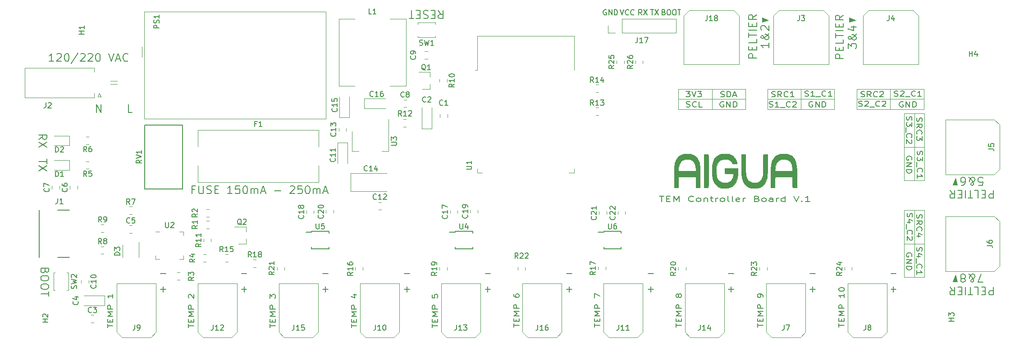
<source format=gto>
G04 #@! TF.GenerationSoftware,KiCad,Pcbnew,(5.1.9)-1*
G04 #@! TF.CreationDate,2021-01-28T11:08:42-05:00*
G04 #@! TF.ProjectId,Controller,436f6e74-726f-46c6-9c65-722e6b696361,rev?*
G04 #@! TF.SameCoordinates,Original*
G04 #@! TF.FileFunction,Legend,Top*
G04 #@! TF.FilePolarity,Positive*
%FSLAX46Y46*%
G04 Gerber Fmt 4.6, Leading zero omitted, Abs format (unit mm)*
G04 Created by KiCad (PCBNEW (5.1.9)-1) date 2021-01-28 11:08:42*
%MOMM*%
%LPD*%
G01*
G04 APERTURE LIST*
%ADD10C,0.100000*%
%ADD11C,0.150000*%
%ADD12C,0.120000*%
%ADD13C,0.010000*%
%ADD14C,0.127000*%
G04 APERTURE END LIST*
D10*
G36*
X218900000Y-71500000D02*
G01*
X218000000Y-71500000D01*
X218500000Y-70300000D01*
X218900000Y-71500000D01*
G37*
X218900000Y-71500000D02*
X218000000Y-71500000D01*
X218500000Y-70300000D01*
X218900000Y-71500000D01*
G36*
X218900000Y-53300000D02*
G01*
X218000000Y-53300000D01*
X218500000Y-52100000D01*
X218900000Y-53300000D01*
G37*
X218900000Y-53300000D02*
X218000000Y-53300000D01*
X218500000Y-52100000D01*
X218900000Y-53300000D01*
D11*
X163742857Y-20828571D02*
X163885714Y-20876190D01*
X163933333Y-20923809D01*
X163980952Y-21019047D01*
X163980952Y-21161904D01*
X163933333Y-21257142D01*
X163885714Y-21304761D01*
X163790476Y-21352380D01*
X163409523Y-21352380D01*
X163409523Y-20352380D01*
X163742857Y-20352380D01*
X163838095Y-20400000D01*
X163885714Y-20447619D01*
X163933333Y-20542857D01*
X163933333Y-20638095D01*
X163885714Y-20733333D01*
X163838095Y-20780952D01*
X163742857Y-20828571D01*
X163409523Y-20828571D01*
X164600000Y-20352380D02*
X164790476Y-20352380D01*
X164885714Y-20400000D01*
X164980952Y-20495238D01*
X165028571Y-20685714D01*
X165028571Y-21019047D01*
X164980952Y-21209523D01*
X164885714Y-21304761D01*
X164790476Y-21352380D01*
X164600000Y-21352380D01*
X164504761Y-21304761D01*
X164409523Y-21209523D01*
X164361904Y-21019047D01*
X164361904Y-20685714D01*
X164409523Y-20495238D01*
X164504761Y-20400000D01*
X164600000Y-20352380D01*
X165647619Y-20352380D02*
X165838095Y-20352380D01*
X165933333Y-20400000D01*
X166028571Y-20495238D01*
X166076190Y-20685714D01*
X166076190Y-21019047D01*
X166028571Y-21209523D01*
X165933333Y-21304761D01*
X165838095Y-21352380D01*
X165647619Y-21352380D01*
X165552380Y-21304761D01*
X165457142Y-21209523D01*
X165409523Y-21019047D01*
X165409523Y-20685714D01*
X165457142Y-20495238D01*
X165552380Y-20400000D01*
X165647619Y-20352380D01*
X166361904Y-20352380D02*
X166933333Y-20352380D01*
X166647619Y-21352380D02*
X166647619Y-20352380D01*
X161238095Y-20352380D02*
X161809523Y-20352380D01*
X161523809Y-21352380D02*
X161523809Y-20352380D01*
X162047619Y-20352380D02*
X162714285Y-21352380D01*
X162714285Y-20352380D02*
X162047619Y-21352380D01*
X159633333Y-21352380D02*
X159300000Y-20876190D01*
X159061904Y-21352380D02*
X159061904Y-20352380D01*
X159442857Y-20352380D01*
X159538095Y-20400000D01*
X159585714Y-20447619D01*
X159633333Y-20542857D01*
X159633333Y-20685714D01*
X159585714Y-20780952D01*
X159538095Y-20828571D01*
X159442857Y-20876190D01*
X159061904Y-20876190D01*
X159966666Y-20352380D02*
X160633333Y-21352380D01*
X160633333Y-20352380D02*
X159966666Y-21352380D01*
X155566666Y-20352380D02*
X155900000Y-21352380D01*
X156233333Y-20352380D01*
X157138095Y-21257142D02*
X157090476Y-21304761D01*
X156947619Y-21352380D01*
X156852380Y-21352380D01*
X156709523Y-21304761D01*
X156614285Y-21209523D01*
X156566666Y-21114285D01*
X156519047Y-20923809D01*
X156519047Y-20780952D01*
X156566666Y-20590476D01*
X156614285Y-20495238D01*
X156709523Y-20400000D01*
X156852380Y-20352380D01*
X156947619Y-20352380D01*
X157090476Y-20400000D01*
X157138095Y-20447619D01*
X158138095Y-21257142D02*
X158090476Y-21304761D01*
X157947619Y-21352380D01*
X157852380Y-21352380D01*
X157709523Y-21304761D01*
X157614285Y-21209523D01*
X157566666Y-21114285D01*
X157519047Y-20923809D01*
X157519047Y-20780952D01*
X157566666Y-20590476D01*
X157614285Y-20495238D01*
X157709523Y-20400000D01*
X157852380Y-20352380D01*
X157947619Y-20352380D01*
X158090476Y-20400000D01*
X158138095Y-20447619D01*
D10*
G36*
X199800000Y-22300000D02*
G01*
X198600000Y-22700000D01*
X198600000Y-21800000D01*
X199800000Y-22300000D01*
G37*
X199800000Y-22300000D02*
X198600000Y-22700000D01*
X198600000Y-21800000D01*
X199800000Y-22300000D01*
G36*
X183400000Y-22300000D02*
G01*
X182200000Y-22700000D01*
X182200000Y-21800000D01*
X183400000Y-22300000D01*
G37*
X183400000Y-22300000D02*
X182200000Y-22700000D01*
X182200000Y-21800000D01*
X183400000Y-22300000D01*
D12*
X172800000Y-35300000D02*
X166500000Y-35300000D01*
X179100000Y-39100000D02*
X179100000Y-37200000D01*
X179100000Y-37200000D02*
X179100000Y-35300000D01*
X166500000Y-35300000D02*
X166500000Y-37200000D01*
X172700000Y-37200000D02*
X166500000Y-37200000D01*
X172800000Y-39100000D02*
X179100000Y-39100000D01*
X172700000Y-37200000D02*
X179100000Y-37200000D01*
X166500000Y-37200000D02*
X166500000Y-39100000D01*
X166500000Y-39100000D02*
X172800000Y-39100000D01*
X179100000Y-35300000D02*
X172800000Y-35300000D01*
X172800000Y-35300000D02*
X172800000Y-39100000D01*
D11*
X167914285Y-35752380D02*
X168657142Y-35752380D01*
X168257142Y-36133333D01*
X168428571Y-36133333D01*
X168542857Y-36180952D01*
X168600000Y-36228571D01*
X168657142Y-36323809D01*
X168657142Y-36561904D01*
X168600000Y-36657142D01*
X168542857Y-36704761D01*
X168428571Y-36752380D01*
X168085714Y-36752380D01*
X167971428Y-36704761D01*
X167914285Y-36657142D01*
X169000000Y-35752380D02*
X169400000Y-36752380D01*
X169800000Y-35752380D01*
X170085714Y-35752380D02*
X170828571Y-35752380D01*
X170428571Y-36133333D01*
X170600000Y-36133333D01*
X170714285Y-36180952D01*
X170771428Y-36228571D01*
X170828571Y-36323809D01*
X170828571Y-36561904D01*
X170771428Y-36657142D01*
X170714285Y-36704761D01*
X170600000Y-36752380D01*
X170257142Y-36752380D01*
X170142857Y-36704761D01*
X170085714Y-36657142D01*
X174442857Y-36704761D02*
X174614285Y-36752380D01*
X174900000Y-36752380D01*
X175014285Y-36704761D01*
X175071428Y-36657142D01*
X175128571Y-36561904D01*
X175128571Y-36466666D01*
X175071428Y-36371428D01*
X175014285Y-36323809D01*
X174900000Y-36276190D01*
X174671428Y-36228571D01*
X174557142Y-36180952D01*
X174500000Y-36133333D01*
X174442857Y-36038095D01*
X174442857Y-35942857D01*
X174500000Y-35847619D01*
X174557142Y-35800000D01*
X174671428Y-35752380D01*
X174957142Y-35752380D01*
X175128571Y-35800000D01*
X175642857Y-36752380D02*
X175642857Y-35752380D01*
X175928571Y-35752380D01*
X176100000Y-35800000D01*
X176214285Y-35895238D01*
X176271428Y-35990476D01*
X176328571Y-36180952D01*
X176328571Y-36323809D01*
X176271428Y-36514285D01*
X176214285Y-36609523D01*
X176100000Y-36704761D01*
X175928571Y-36752380D01*
X175642857Y-36752380D01*
X176785714Y-36466666D02*
X177357142Y-36466666D01*
X176671428Y-36752380D02*
X177071428Y-35752380D01*
X177471428Y-36752380D01*
X167971428Y-38604761D02*
X168142857Y-38652380D01*
X168428571Y-38652380D01*
X168542857Y-38604761D01*
X168600000Y-38557142D01*
X168657142Y-38461904D01*
X168657142Y-38366666D01*
X168600000Y-38271428D01*
X168542857Y-38223809D01*
X168428571Y-38176190D01*
X168200000Y-38128571D01*
X168085714Y-38080952D01*
X168028571Y-38033333D01*
X167971428Y-37938095D01*
X167971428Y-37842857D01*
X168028571Y-37747619D01*
X168085714Y-37700000D01*
X168200000Y-37652380D01*
X168485714Y-37652380D01*
X168657142Y-37700000D01*
X169857142Y-38557142D02*
X169800000Y-38604761D01*
X169628571Y-38652380D01*
X169514285Y-38652380D01*
X169342857Y-38604761D01*
X169228571Y-38509523D01*
X169171428Y-38414285D01*
X169114285Y-38223809D01*
X169114285Y-38080952D01*
X169171428Y-37890476D01*
X169228571Y-37795238D01*
X169342857Y-37700000D01*
X169514285Y-37652380D01*
X169628571Y-37652380D01*
X169800000Y-37700000D01*
X169857142Y-37747619D01*
X170942857Y-38652380D02*
X170371428Y-38652380D01*
X170371428Y-37652380D01*
X174985714Y-37700000D02*
X174871428Y-37652380D01*
X174700000Y-37652380D01*
X174528571Y-37700000D01*
X174414285Y-37795238D01*
X174357142Y-37890476D01*
X174300000Y-38080952D01*
X174300000Y-38223809D01*
X174357142Y-38414285D01*
X174414285Y-38509523D01*
X174528571Y-38604761D01*
X174700000Y-38652380D01*
X174814285Y-38652380D01*
X174985714Y-38604761D01*
X175042857Y-38557142D01*
X175042857Y-38223809D01*
X174814285Y-38223809D01*
X175557142Y-38652380D02*
X175557142Y-37652380D01*
X176242857Y-38652380D01*
X176242857Y-37652380D01*
X176814285Y-38652380D02*
X176814285Y-37652380D01*
X177100000Y-37652380D01*
X177271428Y-37700000D01*
X177385714Y-37795238D01*
X177442857Y-37890476D01*
X177500000Y-38080952D01*
X177500000Y-38223809D01*
X177442857Y-38414285D01*
X177385714Y-38509523D01*
X177271428Y-38604761D01*
X177100000Y-38652380D01*
X176814285Y-38652380D01*
X191685714Y-37700000D02*
X191571428Y-37652380D01*
X191400000Y-37652380D01*
X191228571Y-37700000D01*
X191114285Y-37795238D01*
X191057142Y-37890476D01*
X191000000Y-38080952D01*
X191000000Y-38223809D01*
X191057142Y-38414285D01*
X191114285Y-38509523D01*
X191228571Y-38604761D01*
X191400000Y-38652380D01*
X191514285Y-38652380D01*
X191685714Y-38604761D01*
X191742857Y-38557142D01*
X191742857Y-38223809D01*
X191514285Y-38223809D01*
X192257142Y-38652380D02*
X192257142Y-37652380D01*
X192942857Y-38652380D01*
X192942857Y-37652380D01*
X193514285Y-38652380D02*
X193514285Y-37652380D01*
X193800000Y-37652380D01*
X193971428Y-37700000D01*
X194085714Y-37795238D01*
X194142857Y-37890476D01*
X194200000Y-38080952D01*
X194200000Y-38223809D01*
X194142857Y-38414285D01*
X194085714Y-38509523D01*
X193971428Y-38604761D01*
X193800000Y-38652380D01*
X193514285Y-38652380D01*
X162885714Y-55452380D02*
X163742857Y-55452380D01*
X163314285Y-56452380D02*
X163314285Y-55452380D01*
X164242857Y-55928571D02*
X164742857Y-55928571D01*
X164957142Y-56452380D02*
X164242857Y-56452380D01*
X164242857Y-55452380D01*
X164957142Y-55452380D01*
X165600000Y-56452380D02*
X165600000Y-55452380D01*
X166100000Y-56166666D01*
X166600000Y-55452380D01*
X166600000Y-56452380D01*
X169314285Y-56357142D02*
X169242857Y-56404761D01*
X169028571Y-56452380D01*
X168885714Y-56452380D01*
X168671428Y-56404761D01*
X168528571Y-56309523D01*
X168457142Y-56214285D01*
X168385714Y-56023809D01*
X168385714Y-55880952D01*
X168457142Y-55690476D01*
X168528571Y-55595238D01*
X168671428Y-55500000D01*
X168885714Y-55452380D01*
X169028571Y-55452380D01*
X169242857Y-55500000D01*
X169314285Y-55547619D01*
X170171428Y-56452380D02*
X170028571Y-56404761D01*
X169957142Y-56357142D01*
X169885714Y-56261904D01*
X169885714Y-55976190D01*
X169957142Y-55880952D01*
X170028571Y-55833333D01*
X170171428Y-55785714D01*
X170385714Y-55785714D01*
X170528571Y-55833333D01*
X170600000Y-55880952D01*
X170671428Y-55976190D01*
X170671428Y-56261904D01*
X170600000Y-56357142D01*
X170528571Y-56404761D01*
X170385714Y-56452380D01*
X170171428Y-56452380D01*
X171314285Y-55785714D02*
X171314285Y-56452380D01*
X171314285Y-55880952D02*
X171385714Y-55833333D01*
X171528571Y-55785714D01*
X171742857Y-55785714D01*
X171885714Y-55833333D01*
X171957142Y-55928571D01*
X171957142Y-56452380D01*
X172457142Y-55785714D02*
X173028571Y-55785714D01*
X172671428Y-55452380D02*
X172671428Y-56309523D01*
X172742857Y-56404761D01*
X172885714Y-56452380D01*
X173028571Y-56452380D01*
X173528571Y-56452380D02*
X173528571Y-55785714D01*
X173528571Y-55976190D02*
X173600000Y-55880952D01*
X173671428Y-55833333D01*
X173814285Y-55785714D01*
X173957142Y-55785714D01*
X174671428Y-56452380D02*
X174528571Y-56404761D01*
X174457142Y-56357142D01*
X174385714Y-56261904D01*
X174385714Y-55976190D01*
X174457142Y-55880952D01*
X174528571Y-55833333D01*
X174671428Y-55785714D01*
X174885714Y-55785714D01*
X175028571Y-55833333D01*
X175100000Y-55880952D01*
X175171428Y-55976190D01*
X175171428Y-56261904D01*
X175100000Y-56357142D01*
X175028571Y-56404761D01*
X174885714Y-56452380D01*
X174671428Y-56452380D01*
X176028571Y-56452380D02*
X175885714Y-56404761D01*
X175814285Y-56309523D01*
X175814285Y-55452380D01*
X176814285Y-56452380D02*
X176671428Y-56404761D01*
X176600000Y-56309523D01*
X176600000Y-55452380D01*
X177957142Y-56404761D02*
X177814285Y-56452380D01*
X177528571Y-56452380D01*
X177385714Y-56404761D01*
X177314285Y-56309523D01*
X177314285Y-55928571D01*
X177385714Y-55833333D01*
X177528571Y-55785714D01*
X177814285Y-55785714D01*
X177957142Y-55833333D01*
X178028571Y-55928571D01*
X178028571Y-56023809D01*
X177314285Y-56119047D01*
X178671428Y-56452380D02*
X178671428Y-55785714D01*
X178671428Y-55976190D02*
X178742857Y-55880952D01*
X178814285Y-55833333D01*
X178957142Y-55785714D01*
X179100000Y-55785714D01*
X181242857Y-55928571D02*
X181457142Y-55976190D01*
X181528571Y-56023809D01*
X181600000Y-56119047D01*
X181600000Y-56261904D01*
X181528571Y-56357142D01*
X181457142Y-56404761D01*
X181314285Y-56452380D01*
X180742857Y-56452380D01*
X180742857Y-55452380D01*
X181242857Y-55452380D01*
X181385714Y-55500000D01*
X181457142Y-55547619D01*
X181528571Y-55642857D01*
X181528571Y-55738095D01*
X181457142Y-55833333D01*
X181385714Y-55880952D01*
X181242857Y-55928571D01*
X180742857Y-55928571D01*
X182457142Y-56452380D02*
X182314285Y-56404761D01*
X182242857Y-56357142D01*
X182171428Y-56261904D01*
X182171428Y-55976190D01*
X182242857Y-55880952D01*
X182314285Y-55833333D01*
X182457142Y-55785714D01*
X182671428Y-55785714D01*
X182814285Y-55833333D01*
X182885714Y-55880952D01*
X182957142Y-55976190D01*
X182957142Y-56261904D01*
X182885714Y-56357142D01*
X182814285Y-56404761D01*
X182671428Y-56452380D01*
X182457142Y-56452380D01*
X184242857Y-56452380D02*
X184242857Y-55928571D01*
X184171428Y-55833333D01*
X184028571Y-55785714D01*
X183742857Y-55785714D01*
X183600000Y-55833333D01*
X184242857Y-56404761D02*
X184100000Y-56452380D01*
X183742857Y-56452380D01*
X183600000Y-56404761D01*
X183528571Y-56309523D01*
X183528571Y-56214285D01*
X183600000Y-56119047D01*
X183742857Y-56071428D01*
X184100000Y-56071428D01*
X184242857Y-56023809D01*
X184957142Y-56452380D02*
X184957142Y-55785714D01*
X184957142Y-55976190D02*
X185028571Y-55880952D01*
X185100000Y-55833333D01*
X185242857Y-55785714D01*
X185385714Y-55785714D01*
X186528571Y-56452380D02*
X186528571Y-55452380D01*
X186528571Y-56404761D02*
X186385714Y-56452380D01*
X186100000Y-56452380D01*
X185957142Y-56404761D01*
X185885714Y-56357142D01*
X185814285Y-56261904D01*
X185814285Y-55976190D01*
X185885714Y-55880952D01*
X185957142Y-55833333D01*
X186100000Y-55785714D01*
X186385714Y-55785714D01*
X186528571Y-55833333D01*
X188171428Y-55452380D02*
X188671428Y-56452380D01*
X189171428Y-55452380D01*
X189671428Y-56357142D02*
X189742857Y-56404761D01*
X189671428Y-56452380D01*
X189600000Y-56404761D01*
X189671428Y-56357142D01*
X189671428Y-56452380D01*
X191171428Y-56452380D02*
X190314285Y-56452380D01*
X190742857Y-56452380D02*
X190742857Y-55452380D01*
X190600000Y-55595238D01*
X190457142Y-55690476D01*
X190314285Y-55738095D01*
D12*
X212700000Y-58100000D02*
X210800000Y-58100000D01*
X212700000Y-64400000D02*
X208900000Y-64400000D01*
X208900000Y-70700000D02*
X210800000Y-70700000D01*
X210800000Y-58100000D02*
X208900000Y-58100000D01*
X208900000Y-58100000D02*
X208900000Y-64400000D01*
X212700000Y-64400000D02*
X212700000Y-58100000D01*
X208900000Y-64400000D02*
X208900000Y-70700000D01*
X210800000Y-70700000D02*
X212700000Y-70700000D01*
X210800000Y-64300000D02*
X210800000Y-58100000D01*
X212700000Y-70700000D02*
X212700000Y-64400000D01*
X210800000Y-64300000D02*
X210800000Y-70700000D01*
D11*
X210300000Y-66785714D02*
X210347619Y-66671428D01*
X210347619Y-66500000D01*
X210300000Y-66328571D01*
X210204761Y-66214285D01*
X210109523Y-66157142D01*
X209919047Y-66100000D01*
X209776190Y-66100000D01*
X209585714Y-66157142D01*
X209490476Y-66214285D01*
X209395238Y-66328571D01*
X209347619Y-66500000D01*
X209347619Y-66614285D01*
X209395238Y-66785714D01*
X209442857Y-66842857D01*
X209776190Y-66842857D01*
X209776190Y-66614285D01*
X209347619Y-67357142D02*
X210347619Y-67357142D01*
X209347619Y-68042857D01*
X210347619Y-68042857D01*
X209347619Y-68614285D02*
X210347619Y-68614285D01*
X210347619Y-68900000D01*
X210300000Y-69071428D01*
X210204761Y-69185714D01*
X210109523Y-69242857D01*
X209919047Y-69300000D01*
X209776190Y-69300000D01*
X209585714Y-69242857D01*
X209490476Y-69185714D01*
X209395238Y-69071428D01*
X209347619Y-68900000D01*
X209347619Y-68614285D01*
X211295238Y-58885714D02*
X211247619Y-59057142D01*
X211247619Y-59342857D01*
X211295238Y-59457142D01*
X211342857Y-59514285D01*
X211438095Y-59571428D01*
X211533333Y-59571428D01*
X211628571Y-59514285D01*
X211676190Y-59457142D01*
X211723809Y-59342857D01*
X211771428Y-59114285D01*
X211819047Y-59000000D01*
X211866666Y-58942857D01*
X211961904Y-58885714D01*
X212057142Y-58885714D01*
X212152380Y-58942857D01*
X212200000Y-59000000D01*
X212247619Y-59114285D01*
X212247619Y-59400000D01*
X212200000Y-59571428D01*
X211247619Y-60771428D02*
X211723809Y-60371428D01*
X211247619Y-60085714D02*
X212247619Y-60085714D01*
X212247619Y-60542857D01*
X212200000Y-60657142D01*
X212152380Y-60714285D01*
X212057142Y-60771428D01*
X211914285Y-60771428D01*
X211819047Y-60714285D01*
X211771428Y-60657142D01*
X211723809Y-60542857D01*
X211723809Y-60085714D01*
X211342857Y-61971428D02*
X211295238Y-61914285D01*
X211247619Y-61742857D01*
X211247619Y-61628571D01*
X211295238Y-61457142D01*
X211390476Y-61342857D01*
X211485714Y-61285714D01*
X211676190Y-61228571D01*
X211819047Y-61228571D01*
X212009523Y-61285714D01*
X212104761Y-61342857D01*
X212200000Y-61457142D01*
X212247619Y-61628571D01*
X212247619Y-61742857D01*
X212200000Y-61914285D01*
X212152380Y-61971428D01*
X211914285Y-63000000D02*
X211247619Y-63000000D01*
X212295238Y-62714285D02*
X211580952Y-62428571D01*
X211580952Y-63171428D01*
X209495238Y-58657142D02*
X209447619Y-58828571D01*
X209447619Y-59114285D01*
X209495238Y-59228571D01*
X209542857Y-59285714D01*
X209638095Y-59342857D01*
X209733333Y-59342857D01*
X209828571Y-59285714D01*
X209876190Y-59228571D01*
X209923809Y-59114285D01*
X209971428Y-58885714D01*
X210019047Y-58771428D01*
X210066666Y-58714285D01*
X210161904Y-58657142D01*
X210257142Y-58657142D01*
X210352380Y-58714285D01*
X210400000Y-58771428D01*
X210447619Y-58885714D01*
X210447619Y-59171428D01*
X210400000Y-59342857D01*
X210114285Y-60371428D02*
X209447619Y-60371428D01*
X210495238Y-60085714D02*
X209780952Y-59800000D01*
X209780952Y-60542857D01*
X209352380Y-60714285D02*
X209352380Y-61628571D01*
X209542857Y-62600000D02*
X209495238Y-62542857D01*
X209447619Y-62371428D01*
X209447619Y-62257142D01*
X209495238Y-62085714D01*
X209590476Y-61971428D01*
X209685714Y-61914285D01*
X209876190Y-61857142D01*
X210019047Y-61857142D01*
X210209523Y-61914285D01*
X210304761Y-61971428D01*
X210400000Y-62085714D01*
X210447619Y-62257142D01*
X210447619Y-62371428D01*
X210400000Y-62542857D01*
X210352380Y-62600000D01*
X210352380Y-63057142D02*
X210400000Y-63114285D01*
X210447619Y-63228571D01*
X210447619Y-63514285D01*
X210400000Y-63628571D01*
X210352380Y-63685714D01*
X210257142Y-63742857D01*
X210161904Y-63742857D01*
X210019047Y-63685714D01*
X209447619Y-63000000D01*
X209447619Y-63742857D01*
X211295238Y-65057142D02*
X211247619Y-65228571D01*
X211247619Y-65514285D01*
X211295238Y-65628571D01*
X211342857Y-65685714D01*
X211438095Y-65742857D01*
X211533333Y-65742857D01*
X211628571Y-65685714D01*
X211676190Y-65628571D01*
X211723809Y-65514285D01*
X211771428Y-65285714D01*
X211819047Y-65171428D01*
X211866666Y-65114285D01*
X211961904Y-65057142D01*
X212057142Y-65057142D01*
X212152380Y-65114285D01*
X212200000Y-65171428D01*
X212247619Y-65285714D01*
X212247619Y-65571428D01*
X212200000Y-65742857D01*
X211914285Y-66771428D02*
X211247619Y-66771428D01*
X212295238Y-66485714D02*
X211580952Y-66200000D01*
X211580952Y-66942857D01*
X211152380Y-67114285D02*
X211152380Y-68028571D01*
X211342857Y-69000000D02*
X211295238Y-68942857D01*
X211247619Y-68771428D01*
X211247619Y-68657142D01*
X211295238Y-68485714D01*
X211390476Y-68371428D01*
X211485714Y-68314285D01*
X211676190Y-68257142D01*
X211819047Y-68257142D01*
X212009523Y-68314285D01*
X212104761Y-68371428D01*
X212200000Y-68485714D01*
X212247619Y-68657142D01*
X212247619Y-68771428D01*
X212200000Y-68942857D01*
X212152380Y-69000000D01*
X211247619Y-70142857D02*
X211247619Y-69457142D01*
X211247619Y-69800000D02*
X212247619Y-69800000D01*
X212104761Y-69685714D01*
X212009523Y-69571428D01*
X211961904Y-69457142D01*
D12*
X212700000Y-46200000D02*
X212700000Y-39900000D01*
X210800000Y-39900000D02*
X208900000Y-39900000D01*
X208900000Y-46200000D02*
X208900000Y-52500000D01*
X208900000Y-52500000D02*
X210800000Y-52500000D01*
X212700000Y-46200000D02*
X208900000Y-46200000D01*
X210800000Y-46100000D02*
X210800000Y-52500000D01*
X208900000Y-39900000D02*
X208900000Y-46200000D01*
X212700000Y-39900000D02*
X210800000Y-39900000D01*
X210800000Y-52500000D02*
X212700000Y-52500000D01*
X210800000Y-46100000D02*
X210800000Y-39900000D01*
X212700000Y-52500000D02*
X212700000Y-46200000D01*
D11*
X211295238Y-40685714D02*
X211247619Y-40857142D01*
X211247619Y-41142857D01*
X211295238Y-41257142D01*
X211342857Y-41314285D01*
X211438095Y-41371428D01*
X211533333Y-41371428D01*
X211628571Y-41314285D01*
X211676190Y-41257142D01*
X211723809Y-41142857D01*
X211771428Y-40914285D01*
X211819047Y-40800000D01*
X211866666Y-40742857D01*
X211961904Y-40685714D01*
X212057142Y-40685714D01*
X212152380Y-40742857D01*
X212200000Y-40800000D01*
X212247619Y-40914285D01*
X212247619Y-41200000D01*
X212200000Y-41371428D01*
X211247619Y-42571428D02*
X211723809Y-42171428D01*
X211247619Y-41885714D02*
X212247619Y-41885714D01*
X212247619Y-42342857D01*
X212200000Y-42457142D01*
X212152380Y-42514285D01*
X212057142Y-42571428D01*
X211914285Y-42571428D01*
X211819047Y-42514285D01*
X211771428Y-42457142D01*
X211723809Y-42342857D01*
X211723809Y-41885714D01*
X211342857Y-43771428D02*
X211295238Y-43714285D01*
X211247619Y-43542857D01*
X211247619Y-43428571D01*
X211295238Y-43257142D01*
X211390476Y-43142857D01*
X211485714Y-43085714D01*
X211676190Y-43028571D01*
X211819047Y-43028571D01*
X212009523Y-43085714D01*
X212104761Y-43142857D01*
X212200000Y-43257142D01*
X212247619Y-43428571D01*
X212247619Y-43542857D01*
X212200000Y-43714285D01*
X212152380Y-43771428D01*
X212247619Y-44171428D02*
X212247619Y-44914285D01*
X211866666Y-44514285D01*
X211866666Y-44685714D01*
X211819047Y-44800000D01*
X211771428Y-44857142D01*
X211676190Y-44914285D01*
X211438095Y-44914285D01*
X211342857Y-44857142D01*
X211295238Y-44800000D01*
X211247619Y-44685714D01*
X211247619Y-44342857D01*
X211295238Y-44228571D01*
X211342857Y-44171428D01*
X211395238Y-46957142D02*
X211347619Y-47128571D01*
X211347619Y-47414285D01*
X211395238Y-47528571D01*
X211442857Y-47585714D01*
X211538095Y-47642857D01*
X211633333Y-47642857D01*
X211728571Y-47585714D01*
X211776190Y-47528571D01*
X211823809Y-47414285D01*
X211871428Y-47185714D01*
X211919047Y-47071428D01*
X211966666Y-47014285D01*
X212061904Y-46957142D01*
X212157142Y-46957142D01*
X212252380Y-47014285D01*
X212300000Y-47071428D01*
X212347619Y-47185714D01*
X212347619Y-47471428D01*
X212300000Y-47642857D01*
X212347619Y-48042857D02*
X212347619Y-48785714D01*
X211966666Y-48385714D01*
X211966666Y-48557142D01*
X211919047Y-48671428D01*
X211871428Y-48728571D01*
X211776190Y-48785714D01*
X211538095Y-48785714D01*
X211442857Y-48728571D01*
X211395238Y-48671428D01*
X211347619Y-48557142D01*
X211347619Y-48214285D01*
X211395238Y-48100000D01*
X211442857Y-48042857D01*
X211252380Y-49014285D02*
X211252380Y-49928571D01*
X211442857Y-50900000D02*
X211395238Y-50842857D01*
X211347619Y-50671428D01*
X211347619Y-50557142D01*
X211395238Y-50385714D01*
X211490476Y-50271428D01*
X211585714Y-50214285D01*
X211776190Y-50157142D01*
X211919047Y-50157142D01*
X212109523Y-50214285D01*
X212204761Y-50271428D01*
X212300000Y-50385714D01*
X212347619Y-50557142D01*
X212347619Y-50671428D01*
X212300000Y-50842857D01*
X212252380Y-50900000D01*
X211347619Y-52042857D02*
X211347619Y-51357142D01*
X211347619Y-51700000D02*
X212347619Y-51700000D01*
X212204761Y-51585714D01*
X212109523Y-51471428D01*
X212061904Y-51357142D01*
X209395238Y-40457142D02*
X209347619Y-40628571D01*
X209347619Y-40914285D01*
X209395238Y-41028571D01*
X209442857Y-41085714D01*
X209538095Y-41142857D01*
X209633333Y-41142857D01*
X209728571Y-41085714D01*
X209776190Y-41028571D01*
X209823809Y-40914285D01*
X209871428Y-40685714D01*
X209919047Y-40571428D01*
X209966666Y-40514285D01*
X210061904Y-40457142D01*
X210157142Y-40457142D01*
X210252380Y-40514285D01*
X210300000Y-40571428D01*
X210347619Y-40685714D01*
X210347619Y-40971428D01*
X210300000Y-41142857D01*
X210347619Y-41542857D02*
X210347619Y-42285714D01*
X209966666Y-41885714D01*
X209966666Y-42057142D01*
X209919047Y-42171428D01*
X209871428Y-42228571D01*
X209776190Y-42285714D01*
X209538095Y-42285714D01*
X209442857Y-42228571D01*
X209395238Y-42171428D01*
X209347619Y-42057142D01*
X209347619Y-41714285D01*
X209395238Y-41600000D01*
X209442857Y-41542857D01*
X209252380Y-42514285D02*
X209252380Y-43428571D01*
X209442857Y-44400000D02*
X209395238Y-44342857D01*
X209347619Y-44171428D01*
X209347619Y-44057142D01*
X209395238Y-43885714D01*
X209490476Y-43771428D01*
X209585714Y-43714285D01*
X209776190Y-43657142D01*
X209919047Y-43657142D01*
X210109523Y-43714285D01*
X210204761Y-43771428D01*
X210300000Y-43885714D01*
X210347619Y-44057142D01*
X210347619Y-44171428D01*
X210300000Y-44342857D01*
X210252380Y-44400000D01*
X210252380Y-44857142D02*
X210300000Y-44914285D01*
X210347619Y-45028571D01*
X210347619Y-45314285D01*
X210300000Y-45428571D01*
X210252380Y-45485714D01*
X210157142Y-45542857D01*
X210061904Y-45542857D01*
X209919047Y-45485714D01*
X209347619Y-44800000D01*
X209347619Y-45542857D01*
X210300000Y-48585714D02*
X210347619Y-48471428D01*
X210347619Y-48300000D01*
X210300000Y-48128571D01*
X210204761Y-48014285D01*
X210109523Y-47957142D01*
X209919047Y-47900000D01*
X209776190Y-47900000D01*
X209585714Y-47957142D01*
X209490476Y-48014285D01*
X209395238Y-48128571D01*
X209347619Y-48300000D01*
X209347619Y-48414285D01*
X209395238Y-48585714D01*
X209442857Y-48642857D01*
X209776190Y-48642857D01*
X209776190Y-48414285D01*
X209347619Y-49157142D02*
X210347619Y-49157142D01*
X209347619Y-49842857D01*
X210347619Y-49842857D01*
X209347619Y-50414285D02*
X210347619Y-50414285D01*
X210347619Y-50700000D01*
X210300000Y-50871428D01*
X210204761Y-50985714D01*
X210109523Y-51042857D01*
X209919047Y-51100000D01*
X209776190Y-51100000D01*
X209585714Y-51042857D01*
X209490476Y-50985714D01*
X209395238Y-50871428D01*
X209347619Y-50700000D01*
X209347619Y-50414285D01*
D12*
X206300000Y-35300000D02*
X206300000Y-39100000D01*
X200000000Y-35300000D02*
X200000000Y-37200000D01*
X212600000Y-35300000D02*
X206300000Y-35300000D01*
X212600000Y-39100000D02*
X212600000Y-37200000D01*
X206300000Y-35300000D02*
X200000000Y-35300000D01*
X200000000Y-39100000D02*
X206300000Y-39100000D01*
X212600000Y-37200000D02*
X212600000Y-35300000D01*
X206200000Y-37200000D02*
X212600000Y-37200000D01*
X206200000Y-37200000D02*
X200000000Y-37200000D01*
X206300000Y-39100000D02*
X212600000Y-39100000D01*
X200000000Y-37200000D02*
X200000000Y-39100000D01*
D11*
X200785714Y-36704761D02*
X200957142Y-36752380D01*
X201242857Y-36752380D01*
X201357142Y-36704761D01*
X201414285Y-36657142D01*
X201471428Y-36561904D01*
X201471428Y-36466666D01*
X201414285Y-36371428D01*
X201357142Y-36323809D01*
X201242857Y-36276190D01*
X201014285Y-36228571D01*
X200900000Y-36180952D01*
X200842857Y-36133333D01*
X200785714Y-36038095D01*
X200785714Y-35942857D01*
X200842857Y-35847619D01*
X200900000Y-35800000D01*
X201014285Y-35752380D01*
X201300000Y-35752380D01*
X201471428Y-35800000D01*
X202671428Y-36752380D02*
X202271428Y-36276190D01*
X201985714Y-36752380D02*
X201985714Y-35752380D01*
X202442857Y-35752380D01*
X202557142Y-35800000D01*
X202614285Y-35847619D01*
X202671428Y-35942857D01*
X202671428Y-36085714D01*
X202614285Y-36180952D01*
X202557142Y-36228571D01*
X202442857Y-36276190D01*
X201985714Y-36276190D01*
X203871428Y-36657142D02*
X203814285Y-36704761D01*
X203642857Y-36752380D01*
X203528571Y-36752380D01*
X203357142Y-36704761D01*
X203242857Y-36609523D01*
X203185714Y-36514285D01*
X203128571Y-36323809D01*
X203128571Y-36180952D01*
X203185714Y-35990476D01*
X203242857Y-35895238D01*
X203357142Y-35800000D01*
X203528571Y-35752380D01*
X203642857Y-35752380D01*
X203814285Y-35800000D01*
X203871428Y-35847619D01*
X204328571Y-35847619D02*
X204385714Y-35800000D01*
X204500000Y-35752380D01*
X204785714Y-35752380D01*
X204900000Y-35800000D01*
X204957142Y-35847619D01*
X205014285Y-35942857D01*
X205014285Y-36038095D01*
X204957142Y-36180952D01*
X204271428Y-36752380D01*
X205014285Y-36752380D01*
X207057142Y-36604761D02*
X207228571Y-36652380D01*
X207514285Y-36652380D01*
X207628571Y-36604761D01*
X207685714Y-36557142D01*
X207742857Y-36461904D01*
X207742857Y-36366666D01*
X207685714Y-36271428D01*
X207628571Y-36223809D01*
X207514285Y-36176190D01*
X207285714Y-36128571D01*
X207171428Y-36080952D01*
X207114285Y-36033333D01*
X207057142Y-35938095D01*
X207057142Y-35842857D01*
X207114285Y-35747619D01*
X207171428Y-35700000D01*
X207285714Y-35652380D01*
X207571428Y-35652380D01*
X207742857Y-35700000D01*
X208200000Y-35747619D02*
X208257142Y-35700000D01*
X208371428Y-35652380D01*
X208657142Y-35652380D01*
X208771428Y-35700000D01*
X208828571Y-35747619D01*
X208885714Y-35842857D01*
X208885714Y-35938095D01*
X208828571Y-36080952D01*
X208142857Y-36652380D01*
X208885714Y-36652380D01*
X209114285Y-36747619D02*
X210028571Y-36747619D01*
X211000000Y-36557142D02*
X210942857Y-36604761D01*
X210771428Y-36652380D01*
X210657142Y-36652380D01*
X210485714Y-36604761D01*
X210371428Y-36509523D01*
X210314285Y-36414285D01*
X210257142Y-36223809D01*
X210257142Y-36080952D01*
X210314285Y-35890476D01*
X210371428Y-35795238D01*
X210485714Y-35700000D01*
X210657142Y-35652380D01*
X210771428Y-35652380D01*
X210942857Y-35700000D01*
X211000000Y-35747619D01*
X212142857Y-36652380D02*
X211457142Y-36652380D01*
X211800000Y-36652380D02*
X211800000Y-35652380D01*
X211685714Y-35795238D01*
X211571428Y-35890476D01*
X211457142Y-35938095D01*
X200357142Y-38504761D02*
X200528571Y-38552380D01*
X200814285Y-38552380D01*
X200928571Y-38504761D01*
X200985714Y-38457142D01*
X201042857Y-38361904D01*
X201042857Y-38266666D01*
X200985714Y-38171428D01*
X200928571Y-38123809D01*
X200814285Y-38076190D01*
X200585714Y-38028571D01*
X200471428Y-37980952D01*
X200414285Y-37933333D01*
X200357142Y-37838095D01*
X200357142Y-37742857D01*
X200414285Y-37647619D01*
X200471428Y-37600000D01*
X200585714Y-37552380D01*
X200871428Y-37552380D01*
X201042857Y-37600000D01*
X201500000Y-37647619D02*
X201557142Y-37600000D01*
X201671428Y-37552380D01*
X201957142Y-37552380D01*
X202071428Y-37600000D01*
X202128571Y-37647619D01*
X202185714Y-37742857D01*
X202185714Y-37838095D01*
X202128571Y-37980952D01*
X201442857Y-38552380D01*
X202185714Y-38552380D01*
X202414285Y-38647619D02*
X203328571Y-38647619D01*
X204300000Y-38457142D02*
X204242857Y-38504761D01*
X204071428Y-38552380D01*
X203957142Y-38552380D01*
X203785714Y-38504761D01*
X203671428Y-38409523D01*
X203614285Y-38314285D01*
X203557142Y-38123809D01*
X203557142Y-37980952D01*
X203614285Y-37790476D01*
X203671428Y-37695238D01*
X203785714Y-37600000D01*
X203957142Y-37552380D01*
X204071428Y-37552380D01*
X204242857Y-37600000D01*
X204300000Y-37647619D01*
X204757142Y-37647619D02*
X204814285Y-37600000D01*
X204928571Y-37552380D01*
X205214285Y-37552380D01*
X205328571Y-37600000D01*
X205385714Y-37647619D01*
X205442857Y-37742857D01*
X205442857Y-37838095D01*
X205385714Y-37980952D01*
X204700000Y-38552380D01*
X205442857Y-38552380D01*
X208685714Y-37700000D02*
X208571428Y-37652380D01*
X208400000Y-37652380D01*
X208228571Y-37700000D01*
X208114285Y-37795238D01*
X208057142Y-37890476D01*
X208000000Y-38080952D01*
X208000000Y-38223809D01*
X208057142Y-38414285D01*
X208114285Y-38509523D01*
X208228571Y-38604761D01*
X208400000Y-38652380D01*
X208514285Y-38652380D01*
X208685714Y-38604761D01*
X208742857Y-38557142D01*
X208742857Y-38223809D01*
X208514285Y-38223809D01*
X209257142Y-38652380D02*
X209257142Y-37652380D01*
X209942857Y-38652380D01*
X209942857Y-37652380D01*
X210514285Y-38652380D02*
X210514285Y-37652380D01*
X210800000Y-37652380D01*
X210971428Y-37700000D01*
X211085714Y-37795238D01*
X211142857Y-37890476D01*
X211200000Y-38080952D01*
X211200000Y-38223809D01*
X211142857Y-38414285D01*
X211085714Y-38509523D01*
X210971428Y-38604761D01*
X210800000Y-38652380D01*
X210514285Y-38652380D01*
D12*
X183200000Y-35300000D02*
X183200000Y-37200000D01*
X189500000Y-35300000D02*
X183200000Y-35300000D01*
X195800000Y-35300000D02*
X189500000Y-35300000D01*
X195800000Y-37200000D02*
X195800000Y-35300000D01*
X195800000Y-39100000D02*
X195800000Y-37200000D01*
X189500000Y-39100000D02*
X195800000Y-39100000D01*
X183200000Y-39100000D02*
X189500000Y-39100000D01*
X183200000Y-37200000D02*
X183200000Y-39100000D01*
X189400000Y-37200000D02*
X195800000Y-37200000D01*
X189400000Y-37200000D02*
X183200000Y-37200000D01*
X189500000Y-35300000D02*
X189500000Y-39100000D01*
D11*
X206404761Y-72992857D02*
X207395238Y-72992857D01*
X206900000Y-73488095D02*
X206900000Y-72497619D01*
X206404761Y-69992857D02*
X207395238Y-69992857D01*
X191204761Y-69992857D02*
X192195238Y-69992857D01*
X191204761Y-72992857D02*
X192195238Y-72992857D01*
X191700000Y-73488095D02*
X191700000Y-72497619D01*
X175904761Y-69992857D02*
X176895238Y-69992857D01*
X175904761Y-72992857D02*
X176895238Y-72992857D01*
X176400000Y-73488095D02*
X176400000Y-72497619D01*
X160804761Y-72992857D02*
X161795238Y-72992857D01*
X161300000Y-73488095D02*
X161300000Y-72497619D01*
X160804761Y-69992857D02*
X161795238Y-69992857D01*
X145504761Y-69992857D02*
X146495238Y-69992857D01*
X145504761Y-72992857D02*
X146495238Y-72992857D01*
X146000000Y-73488095D02*
X146000000Y-72497619D01*
X130204761Y-69992857D02*
X131195238Y-69992857D01*
X130204761Y-72992857D02*
X131195238Y-72992857D01*
X130700000Y-73488095D02*
X130700000Y-72497619D01*
X115004761Y-69992857D02*
X115995238Y-69992857D01*
X115004761Y-72992857D02*
X115995238Y-72992857D01*
X115500000Y-73488095D02*
X115500000Y-72497619D01*
X99704761Y-69992857D02*
X100695238Y-69992857D01*
X99704761Y-72992857D02*
X100695238Y-72992857D01*
X100200000Y-73488095D02*
X100200000Y-72497619D01*
X84404761Y-69992857D02*
X85395238Y-69992857D01*
X84404761Y-72992857D02*
X85395238Y-72992857D01*
X84900000Y-73488095D02*
X84900000Y-72497619D01*
X152938095Y-20400000D02*
X152842857Y-20352380D01*
X152700000Y-20352380D01*
X152557142Y-20400000D01*
X152461904Y-20495238D01*
X152414285Y-20590476D01*
X152366666Y-20780952D01*
X152366666Y-20923809D01*
X152414285Y-21114285D01*
X152461904Y-21209523D01*
X152557142Y-21304761D01*
X152700000Y-21352380D01*
X152795238Y-21352380D01*
X152938095Y-21304761D01*
X152985714Y-21257142D01*
X152985714Y-20923809D01*
X152795238Y-20923809D01*
X153414285Y-21352380D02*
X153414285Y-20352380D01*
X153985714Y-21352380D01*
X153985714Y-20352380D01*
X154461904Y-21352380D02*
X154461904Y-20352380D01*
X154700000Y-20352380D01*
X154842857Y-20400000D01*
X154938095Y-20495238D01*
X154985714Y-20590476D01*
X155033333Y-20780952D01*
X155033333Y-20923809D01*
X154985714Y-21114285D01*
X154938095Y-21209523D01*
X154842857Y-21304761D01*
X154700000Y-21352380D01*
X154461904Y-21352380D01*
X183557142Y-38604761D02*
X183728571Y-38652380D01*
X184014285Y-38652380D01*
X184128571Y-38604761D01*
X184185714Y-38557142D01*
X184242857Y-38461904D01*
X184242857Y-38366666D01*
X184185714Y-38271428D01*
X184128571Y-38223809D01*
X184014285Y-38176190D01*
X183785714Y-38128571D01*
X183671428Y-38080952D01*
X183614285Y-38033333D01*
X183557142Y-37938095D01*
X183557142Y-37842857D01*
X183614285Y-37747619D01*
X183671428Y-37700000D01*
X183785714Y-37652380D01*
X184071428Y-37652380D01*
X184242857Y-37700000D01*
X185385714Y-38652380D02*
X184700000Y-38652380D01*
X185042857Y-38652380D02*
X185042857Y-37652380D01*
X184928571Y-37795238D01*
X184814285Y-37890476D01*
X184700000Y-37938095D01*
X185614285Y-38747619D02*
X186528571Y-38747619D01*
X187500000Y-38557142D02*
X187442857Y-38604761D01*
X187271428Y-38652380D01*
X187157142Y-38652380D01*
X186985714Y-38604761D01*
X186871428Y-38509523D01*
X186814285Y-38414285D01*
X186757142Y-38223809D01*
X186757142Y-38080952D01*
X186814285Y-37890476D01*
X186871428Y-37795238D01*
X186985714Y-37700000D01*
X187157142Y-37652380D01*
X187271428Y-37652380D01*
X187442857Y-37700000D01*
X187500000Y-37747619D01*
X187957142Y-37747619D02*
X188014285Y-37700000D01*
X188128571Y-37652380D01*
X188414285Y-37652380D01*
X188528571Y-37700000D01*
X188585714Y-37747619D01*
X188642857Y-37842857D01*
X188642857Y-37938095D01*
X188585714Y-38080952D01*
X187900000Y-38652380D01*
X188642857Y-38652380D01*
X190257142Y-36604761D02*
X190428571Y-36652380D01*
X190714285Y-36652380D01*
X190828571Y-36604761D01*
X190885714Y-36557142D01*
X190942857Y-36461904D01*
X190942857Y-36366666D01*
X190885714Y-36271428D01*
X190828571Y-36223809D01*
X190714285Y-36176190D01*
X190485714Y-36128571D01*
X190371428Y-36080952D01*
X190314285Y-36033333D01*
X190257142Y-35938095D01*
X190257142Y-35842857D01*
X190314285Y-35747619D01*
X190371428Y-35700000D01*
X190485714Y-35652380D01*
X190771428Y-35652380D01*
X190942857Y-35700000D01*
X192085714Y-36652380D02*
X191400000Y-36652380D01*
X191742857Y-36652380D02*
X191742857Y-35652380D01*
X191628571Y-35795238D01*
X191514285Y-35890476D01*
X191400000Y-35938095D01*
X192314285Y-36747619D02*
X193228571Y-36747619D01*
X194200000Y-36557142D02*
X194142857Y-36604761D01*
X193971428Y-36652380D01*
X193857142Y-36652380D01*
X193685714Y-36604761D01*
X193571428Y-36509523D01*
X193514285Y-36414285D01*
X193457142Y-36223809D01*
X193457142Y-36080952D01*
X193514285Y-35890476D01*
X193571428Y-35795238D01*
X193685714Y-35700000D01*
X193857142Y-35652380D01*
X193971428Y-35652380D01*
X194142857Y-35700000D01*
X194200000Y-35747619D01*
X195342857Y-36652380D02*
X194657142Y-36652380D01*
X195000000Y-36652380D02*
X195000000Y-35652380D01*
X194885714Y-35795238D01*
X194771428Y-35890476D01*
X194657142Y-35938095D01*
X183985714Y-36704761D02*
X184157142Y-36752380D01*
X184442857Y-36752380D01*
X184557142Y-36704761D01*
X184614285Y-36657142D01*
X184671428Y-36561904D01*
X184671428Y-36466666D01*
X184614285Y-36371428D01*
X184557142Y-36323809D01*
X184442857Y-36276190D01*
X184214285Y-36228571D01*
X184100000Y-36180952D01*
X184042857Y-36133333D01*
X183985714Y-36038095D01*
X183985714Y-35942857D01*
X184042857Y-35847619D01*
X184100000Y-35800000D01*
X184214285Y-35752380D01*
X184500000Y-35752380D01*
X184671428Y-35800000D01*
X185871428Y-36752380D02*
X185471428Y-36276190D01*
X185185714Y-36752380D02*
X185185714Y-35752380D01*
X185642857Y-35752380D01*
X185757142Y-35800000D01*
X185814285Y-35847619D01*
X185871428Y-35942857D01*
X185871428Y-36085714D01*
X185814285Y-36180952D01*
X185757142Y-36228571D01*
X185642857Y-36276190D01*
X185185714Y-36276190D01*
X187071428Y-36657142D02*
X187014285Y-36704761D01*
X186842857Y-36752380D01*
X186728571Y-36752380D01*
X186557142Y-36704761D01*
X186442857Y-36609523D01*
X186385714Y-36514285D01*
X186328571Y-36323809D01*
X186328571Y-36180952D01*
X186385714Y-35990476D01*
X186442857Y-35895238D01*
X186557142Y-35800000D01*
X186728571Y-35752380D01*
X186842857Y-35752380D01*
X187014285Y-35800000D01*
X187071428Y-35847619D01*
X188214285Y-36752380D02*
X187528571Y-36752380D01*
X187871428Y-36752380D02*
X187871428Y-35752380D01*
X187757142Y-35895238D01*
X187642857Y-35990476D01*
X187528571Y-36038095D01*
X223742857Y-71621428D02*
X222742857Y-71621428D01*
X223385714Y-70121428D01*
X220957142Y-70121428D02*
X221028571Y-70121428D01*
X221171428Y-70192857D01*
X221385714Y-70407142D01*
X221742857Y-70835714D01*
X221885714Y-71050000D01*
X221957142Y-71264285D01*
X221957142Y-71407142D01*
X221885714Y-71550000D01*
X221742857Y-71621428D01*
X221671428Y-71621428D01*
X221528571Y-71550000D01*
X221457142Y-71407142D01*
X221457142Y-71335714D01*
X221528571Y-71192857D01*
X221600000Y-71121428D01*
X222028571Y-70835714D01*
X222100000Y-70764285D01*
X222171428Y-70621428D01*
X222171428Y-70407142D01*
X222100000Y-70264285D01*
X222028571Y-70192857D01*
X221885714Y-70121428D01*
X221671428Y-70121428D01*
X221528571Y-70192857D01*
X221457142Y-70264285D01*
X221242857Y-70550000D01*
X221171428Y-70764285D01*
X221171428Y-70907142D01*
X220100000Y-70978571D02*
X220242857Y-71050000D01*
X220314285Y-71121428D01*
X220385714Y-71264285D01*
X220385714Y-71335714D01*
X220314285Y-71478571D01*
X220242857Y-71550000D01*
X220100000Y-71621428D01*
X219814285Y-71621428D01*
X219671428Y-71550000D01*
X219600000Y-71478571D01*
X219528571Y-71335714D01*
X219528571Y-71264285D01*
X219600000Y-71121428D01*
X219671428Y-71050000D01*
X219814285Y-70978571D01*
X220100000Y-70978571D01*
X220242857Y-70907142D01*
X220314285Y-70835714D01*
X220385714Y-70692857D01*
X220385714Y-70407142D01*
X220314285Y-70264285D01*
X220242857Y-70192857D01*
X220100000Y-70121428D01*
X219814285Y-70121428D01*
X219671428Y-70192857D01*
X219600000Y-70264285D01*
X219528571Y-70407142D01*
X219528571Y-70692857D01*
X219600000Y-70835714D01*
X219671428Y-70907142D01*
X219814285Y-70978571D01*
X225635714Y-72521428D02*
X225635714Y-74021428D01*
X225064285Y-74021428D01*
X224921428Y-73950000D01*
X224850000Y-73878571D01*
X224778571Y-73735714D01*
X224778571Y-73521428D01*
X224850000Y-73378571D01*
X224921428Y-73307142D01*
X225064285Y-73235714D01*
X225635714Y-73235714D01*
X224135714Y-73307142D02*
X223635714Y-73307142D01*
X223421428Y-72521428D02*
X224135714Y-72521428D01*
X224135714Y-74021428D01*
X223421428Y-74021428D01*
X222064285Y-72521428D02*
X222778571Y-72521428D01*
X222778571Y-74021428D01*
X221778571Y-74021428D02*
X220921428Y-74021428D01*
X221350000Y-72521428D02*
X221350000Y-74021428D01*
X220421428Y-72521428D02*
X220421428Y-74021428D01*
X219707142Y-73307142D02*
X219207142Y-73307142D01*
X218992857Y-72521428D02*
X219707142Y-72521428D01*
X219707142Y-74021428D01*
X218992857Y-74021428D01*
X217492857Y-72521428D02*
X217992857Y-73235714D01*
X218350000Y-72521428D02*
X218350000Y-74021428D01*
X217778571Y-74021428D01*
X217635714Y-73950000D01*
X217564285Y-73878571D01*
X217492857Y-73735714D01*
X217492857Y-73521428D01*
X217564285Y-73378571D01*
X217635714Y-73307142D01*
X217778571Y-73235714D01*
X218350000Y-73235714D01*
X225635714Y-54321428D02*
X225635714Y-55821428D01*
X225064285Y-55821428D01*
X224921428Y-55750000D01*
X224850000Y-55678571D01*
X224778571Y-55535714D01*
X224778571Y-55321428D01*
X224850000Y-55178571D01*
X224921428Y-55107142D01*
X225064285Y-55035714D01*
X225635714Y-55035714D01*
X224135714Y-55107142D02*
X223635714Y-55107142D01*
X223421428Y-54321428D02*
X224135714Y-54321428D01*
X224135714Y-55821428D01*
X223421428Y-55821428D01*
X222064285Y-54321428D02*
X222778571Y-54321428D01*
X222778571Y-55821428D01*
X221778571Y-55821428D02*
X220921428Y-55821428D01*
X221350000Y-54321428D02*
X221350000Y-55821428D01*
X220421428Y-54321428D02*
X220421428Y-55821428D01*
X219707142Y-55107142D02*
X219207142Y-55107142D01*
X218992857Y-54321428D02*
X219707142Y-54321428D01*
X219707142Y-55821428D01*
X218992857Y-55821428D01*
X217492857Y-54321428D02*
X217992857Y-55035714D01*
X218350000Y-54321428D02*
X218350000Y-55821428D01*
X217778571Y-55821428D01*
X217635714Y-55750000D01*
X217564285Y-55678571D01*
X217492857Y-55535714D01*
X217492857Y-55321428D01*
X217564285Y-55178571D01*
X217635714Y-55107142D01*
X217778571Y-55035714D01*
X218350000Y-55035714D01*
X222885714Y-53421428D02*
X223600000Y-53421428D01*
X223671428Y-52707142D01*
X223600000Y-52778571D01*
X223457142Y-52850000D01*
X223100000Y-52850000D01*
X222957142Y-52778571D01*
X222885714Y-52707142D01*
X222814285Y-52564285D01*
X222814285Y-52207142D01*
X222885714Y-52064285D01*
X222957142Y-51992857D01*
X223100000Y-51921428D01*
X223457142Y-51921428D01*
X223600000Y-51992857D01*
X223671428Y-52064285D01*
X220957142Y-51921428D02*
X221028571Y-51921428D01*
X221171428Y-51992857D01*
X221385714Y-52207142D01*
X221742857Y-52635714D01*
X221885714Y-52850000D01*
X221957142Y-53064285D01*
X221957142Y-53207142D01*
X221885714Y-53350000D01*
X221742857Y-53421428D01*
X221671428Y-53421428D01*
X221528571Y-53350000D01*
X221457142Y-53207142D01*
X221457142Y-53135714D01*
X221528571Y-52992857D01*
X221600000Y-52921428D01*
X222028571Y-52635714D01*
X222100000Y-52564285D01*
X222171428Y-52421428D01*
X222171428Y-52207142D01*
X222100000Y-52064285D01*
X222028571Y-51992857D01*
X221885714Y-51921428D01*
X221671428Y-51921428D01*
X221528571Y-51992857D01*
X221457142Y-52064285D01*
X221242857Y-52350000D01*
X221171428Y-52564285D01*
X221171428Y-52707142D01*
X219671428Y-53421428D02*
X219957142Y-53421428D01*
X220100000Y-53350000D01*
X220171428Y-53278571D01*
X220314285Y-53064285D01*
X220385714Y-52778571D01*
X220385714Y-52207142D01*
X220314285Y-52064285D01*
X220242857Y-51992857D01*
X220100000Y-51921428D01*
X219814285Y-51921428D01*
X219671428Y-51992857D01*
X219600000Y-52064285D01*
X219528571Y-52207142D01*
X219528571Y-52564285D01*
X219600000Y-52707142D01*
X219671428Y-52778571D01*
X219814285Y-52850000D01*
X220100000Y-52850000D01*
X220242857Y-52778571D01*
X220314285Y-52707142D01*
X220385714Y-52564285D01*
X197478571Y-29535714D02*
X195978571Y-29535714D01*
X195978571Y-28964285D01*
X196050000Y-28821428D01*
X196121428Y-28750000D01*
X196264285Y-28678571D01*
X196478571Y-28678571D01*
X196621428Y-28750000D01*
X196692857Y-28821428D01*
X196764285Y-28964285D01*
X196764285Y-29535714D01*
X196692857Y-28035714D02*
X196692857Y-27535714D01*
X197478571Y-27321428D02*
X197478571Y-28035714D01*
X195978571Y-28035714D01*
X195978571Y-27321428D01*
X197478571Y-25964285D02*
X197478571Y-26678571D01*
X195978571Y-26678571D01*
X195978571Y-25678571D02*
X195978571Y-24821428D01*
X197478571Y-25250000D02*
X195978571Y-25250000D01*
X197478571Y-24321428D02*
X195978571Y-24321428D01*
X196692857Y-23607142D02*
X196692857Y-23107142D01*
X197478571Y-22892857D02*
X197478571Y-23607142D01*
X195978571Y-23607142D01*
X195978571Y-22892857D01*
X197478571Y-21392857D02*
X196764285Y-21892857D01*
X197478571Y-22250000D02*
X195978571Y-22250000D01*
X195978571Y-21678571D01*
X196050000Y-21535714D01*
X196121428Y-21464285D01*
X196264285Y-21392857D01*
X196478571Y-21392857D01*
X196621428Y-21464285D01*
X196692857Y-21535714D01*
X196764285Y-21678571D01*
X196764285Y-22250000D01*
X198378571Y-27642857D02*
X198378571Y-26714285D01*
X198950000Y-27214285D01*
X198950000Y-27000000D01*
X199021428Y-26857142D01*
X199092857Y-26785714D01*
X199235714Y-26714285D01*
X199592857Y-26714285D01*
X199735714Y-26785714D01*
X199807142Y-26857142D01*
X199878571Y-27000000D01*
X199878571Y-27428571D01*
X199807142Y-27571428D01*
X199735714Y-27642857D01*
X199878571Y-24857142D02*
X199878571Y-24928571D01*
X199807142Y-25071428D01*
X199592857Y-25285714D01*
X199164285Y-25642857D01*
X198950000Y-25785714D01*
X198735714Y-25857142D01*
X198592857Y-25857142D01*
X198450000Y-25785714D01*
X198378571Y-25642857D01*
X198378571Y-25571428D01*
X198450000Y-25428571D01*
X198592857Y-25357142D01*
X198664285Y-25357142D01*
X198807142Y-25428571D01*
X198878571Y-25500000D01*
X199164285Y-25928571D01*
X199235714Y-26000000D01*
X199378571Y-26071428D01*
X199592857Y-26071428D01*
X199735714Y-26000000D01*
X199807142Y-25928571D01*
X199878571Y-25785714D01*
X199878571Y-25571428D01*
X199807142Y-25428571D01*
X199735714Y-25357142D01*
X199450000Y-25142857D01*
X199235714Y-25071428D01*
X199092857Y-25071428D01*
X198878571Y-23571428D02*
X199878571Y-23571428D01*
X198307142Y-23928571D02*
X199378571Y-24285714D01*
X199378571Y-23357142D01*
X183478571Y-26614285D02*
X183478571Y-27471428D01*
X183478571Y-27042857D02*
X181978571Y-27042857D01*
X182192857Y-27185714D01*
X182335714Y-27328571D01*
X182407142Y-27471428D01*
X183478571Y-24757142D02*
X183478571Y-24828571D01*
X183407142Y-24971428D01*
X183192857Y-25185714D01*
X182764285Y-25542857D01*
X182550000Y-25685714D01*
X182335714Y-25757142D01*
X182192857Y-25757142D01*
X182050000Y-25685714D01*
X181978571Y-25542857D01*
X181978571Y-25471428D01*
X182050000Y-25328571D01*
X182192857Y-25257142D01*
X182264285Y-25257142D01*
X182407142Y-25328571D01*
X182478571Y-25400000D01*
X182764285Y-25828571D01*
X182835714Y-25900000D01*
X182978571Y-25971428D01*
X183192857Y-25971428D01*
X183335714Y-25900000D01*
X183407142Y-25828571D01*
X183478571Y-25685714D01*
X183478571Y-25471428D01*
X183407142Y-25328571D01*
X183335714Y-25257142D01*
X183050000Y-25042857D01*
X182835714Y-24971428D01*
X182692857Y-24971428D01*
X182121428Y-24185714D02*
X182050000Y-24114285D01*
X181978571Y-23971428D01*
X181978571Y-23614285D01*
X182050000Y-23471428D01*
X182121428Y-23400000D01*
X182264285Y-23328571D01*
X182407142Y-23328571D01*
X182621428Y-23400000D01*
X183478571Y-24257142D01*
X183478571Y-23328571D01*
X181178571Y-29435714D02*
X179678571Y-29435714D01*
X179678571Y-28864285D01*
X179750000Y-28721428D01*
X179821428Y-28650000D01*
X179964285Y-28578571D01*
X180178571Y-28578571D01*
X180321428Y-28650000D01*
X180392857Y-28721428D01*
X180464285Y-28864285D01*
X180464285Y-29435714D01*
X180392857Y-27935714D02*
X180392857Y-27435714D01*
X181178571Y-27221428D02*
X181178571Y-27935714D01*
X179678571Y-27935714D01*
X179678571Y-27221428D01*
X181178571Y-25864285D02*
X181178571Y-26578571D01*
X179678571Y-26578571D01*
X179678571Y-25578571D02*
X179678571Y-24721428D01*
X181178571Y-25150000D02*
X179678571Y-25150000D01*
X181178571Y-24221428D02*
X179678571Y-24221428D01*
X180392857Y-23507142D02*
X180392857Y-23007142D01*
X181178571Y-22792857D02*
X181178571Y-23507142D01*
X179678571Y-23507142D01*
X179678571Y-22792857D01*
X181178571Y-21292857D02*
X180464285Y-21792857D01*
X181178571Y-22150000D02*
X179678571Y-22150000D01*
X179678571Y-21578571D01*
X179750000Y-21435714D01*
X179821428Y-21364285D01*
X179964285Y-21292857D01*
X180178571Y-21292857D01*
X180321428Y-21364285D01*
X180392857Y-21435714D01*
X180464285Y-21578571D01*
X180464285Y-22150000D01*
X196652380Y-80071428D02*
X196652380Y-79385714D01*
X197652380Y-79728571D02*
X196652380Y-79728571D01*
X197128571Y-78985714D02*
X197128571Y-78585714D01*
X197652380Y-78414285D02*
X197652380Y-78985714D01*
X196652380Y-78985714D01*
X196652380Y-78414285D01*
X197652380Y-77900000D02*
X196652380Y-77900000D01*
X197366666Y-77500000D01*
X196652380Y-77100000D01*
X197652380Y-77100000D01*
X197652380Y-76528571D02*
X196652380Y-76528571D01*
X196652380Y-76071428D01*
X196700000Y-75957142D01*
X196747619Y-75900000D01*
X196842857Y-75842857D01*
X196985714Y-75842857D01*
X197080952Y-75900000D01*
X197128571Y-75957142D01*
X197176190Y-76071428D01*
X197176190Y-76528571D01*
X197652380Y-73785714D02*
X197652380Y-74471428D01*
X197652380Y-74128571D02*
X196652380Y-74128571D01*
X196795238Y-74242857D01*
X196890476Y-74357142D01*
X196938095Y-74471428D01*
X196652380Y-73042857D02*
X196652380Y-72928571D01*
X196700000Y-72814285D01*
X196747619Y-72757142D01*
X196842857Y-72700000D01*
X197033333Y-72642857D01*
X197271428Y-72642857D01*
X197461904Y-72700000D01*
X197557142Y-72757142D01*
X197604761Y-72814285D01*
X197652380Y-72928571D01*
X197652380Y-73042857D01*
X197604761Y-73157142D01*
X197557142Y-73214285D01*
X197461904Y-73271428D01*
X197271428Y-73328571D01*
X197033333Y-73328571D01*
X196842857Y-73271428D01*
X196747619Y-73214285D01*
X196700000Y-73157142D01*
X196652380Y-73042857D01*
X181352380Y-80100000D02*
X181352380Y-79414285D01*
X182352380Y-79757142D02*
X181352380Y-79757142D01*
X181828571Y-79014285D02*
X181828571Y-78614285D01*
X182352380Y-78442857D02*
X182352380Y-79014285D01*
X181352380Y-79014285D01*
X181352380Y-78442857D01*
X182352380Y-77928571D02*
X181352380Y-77928571D01*
X182066666Y-77528571D01*
X181352380Y-77128571D01*
X182352380Y-77128571D01*
X182352380Y-76557142D02*
X181352380Y-76557142D01*
X181352380Y-76100000D01*
X181400000Y-75985714D01*
X181447619Y-75928571D01*
X181542857Y-75871428D01*
X181685714Y-75871428D01*
X181780952Y-75928571D01*
X181828571Y-75985714D01*
X181876190Y-76100000D01*
X181876190Y-76557142D01*
X182352380Y-74385714D02*
X182352380Y-74157142D01*
X182304761Y-74042857D01*
X182257142Y-73985714D01*
X182114285Y-73871428D01*
X181923809Y-73814285D01*
X181542857Y-73814285D01*
X181447619Y-73871428D01*
X181400000Y-73928571D01*
X181352380Y-74042857D01*
X181352380Y-74271428D01*
X181400000Y-74385714D01*
X181447619Y-74442857D01*
X181542857Y-74500000D01*
X181780952Y-74500000D01*
X181876190Y-74442857D01*
X181923809Y-74385714D01*
X181971428Y-74271428D01*
X181971428Y-74042857D01*
X181923809Y-73928571D01*
X181876190Y-73871428D01*
X181780952Y-73814285D01*
X166052380Y-80100000D02*
X166052380Y-79414285D01*
X167052380Y-79757142D02*
X166052380Y-79757142D01*
X166528571Y-79014285D02*
X166528571Y-78614285D01*
X167052380Y-78442857D02*
X167052380Y-79014285D01*
X166052380Y-79014285D01*
X166052380Y-78442857D01*
X167052380Y-77928571D02*
X166052380Y-77928571D01*
X166766666Y-77528571D01*
X166052380Y-77128571D01*
X167052380Y-77128571D01*
X167052380Y-76557142D02*
X166052380Y-76557142D01*
X166052380Y-76100000D01*
X166100000Y-75985714D01*
X166147619Y-75928571D01*
X166242857Y-75871428D01*
X166385714Y-75871428D01*
X166480952Y-75928571D01*
X166528571Y-75985714D01*
X166576190Y-76100000D01*
X166576190Y-76557142D01*
X166480952Y-74271428D02*
X166433333Y-74385714D01*
X166385714Y-74442857D01*
X166290476Y-74500000D01*
X166242857Y-74500000D01*
X166147619Y-74442857D01*
X166100000Y-74385714D01*
X166052380Y-74271428D01*
X166052380Y-74042857D01*
X166100000Y-73928571D01*
X166147619Y-73871428D01*
X166242857Y-73814285D01*
X166290476Y-73814285D01*
X166385714Y-73871428D01*
X166433333Y-73928571D01*
X166480952Y-74042857D01*
X166480952Y-74271428D01*
X166528571Y-74385714D01*
X166576190Y-74442857D01*
X166671428Y-74500000D01*
X166861904Y-74500000D01*
X166957142Y-74442857D01*
X167004761Y-74385714D01*
X167052380Y-74271428D01*
X167052380Y-74042857D01*
X167004761Y-73928571D01*
X166957142Y-73871428D01*
X166861904Y-73814285D01*
X166671428Y-73814285D01*
X166576190Y-73871428D01*
X166528571Y-73928571D01*
X166480952Y-74042857D01*
X150752380Y-80100000D02*
X150752380Y-79414285D01*
X151752380Y-79757142D02*
X150752380Y-79757142D01*
X151228571Y-79014285D02*
X151228571Y-78614285D01*
X151752380Y-78442857D02*
X151752380Y-79014285D01*
X150752380Y-79014285D01*
X150752380Y-78442857D01*
X151752380Y-77928571D02*
X150752380Y-77928571D01*
X151466666Y-77528571D01*
X150752380Y-77128571D01*
X151752380Y-77128571D01*
X151752380Y-76557142D02*
X150752380Y-76557142D01*
X150752380Y-76100000D01*
X150800000Y-75985714D01*
X150847619Y-75928571D01*
X150942857Y-75871428D01*
X151085714Y-75871428D01*
X151180952Y-75928571D01*
X151228571Y-75985714D01*
X151276190Y-76100000D01*
X151276190Y-76557142D01*
X150752380Y-74557142D02*
X150752380Y-73757142D01*
X151752380Y-74271428D01*
X135552380Y-80100000D02*
X135552380Y-79414285D01*
X136552380Y-79757142D02*
X135552380Y-79757142D01*
X136028571Y-79014285D02*
X136028571Y-78614285D01*
X136552380Y-78442857D02*
X136552380Y-79014285D01*
X135552380Y-79014285D01*
X135552380Y-78442857D01*
X136552380Y-77928571D02*
X135552380Y-77928571D01*
X136266666Y-77528571D01*
X135552380Y-77128571D01*
X136552380Y-77128571D01*
X136552380Y-76557142D02*
X135552380Y-76557142D01*
X135552380Y-76100000D01*
X135600000Y-75985714D01*
X135647619Y-75928571D01*
X135742857Y-75871428D01*
X135885714Y-75871428D01*
X135980952Y-75928571D01*
X136028571Y-75985714D01*
X136076190Y-76100000D01*
X136076190Y-76557142D01*
X135552380Y-73928571D02*
X135552380Y-74157142D01*
X135600000Y-74271428D01*
X135647619Y-74328571D01*
X135790476Y-74442857D01*
X135980952Y-74500000D01*
X136361904Y-74500000D01*
X136457142Y-74442857D01*
X136504761Y-74385714D01*
X136552380Y-74271428D01*
X136552380Y-74042857D01*
X136504761Y-73928571D01*
X136457142Y-73871428D01*
X136361904Y-73814285D01*
X136123809Y-73814285D01*
X136028571Y-73871428D01*
X135980952Y-73928571D01*
X135933333Y-74042857D01*
X135933333Y-74271428D01*
X135980952Y-74385714D01*
X136028571Y-74442857D01*
X136123809Y-74500000D01*
X120252380Y-80200000D02*
X120252380Y-79514285D01*
X121252380Y-79857142D02*
X120252380Y-79857142D01*
X120728571Y-79114285D02*
X120728571Y-78714285D01*
X121252380Y-78542857D02*
X121252380Y-79114285D01*
X120252380Y-79114285D01*
X120252380Y-78542857D01*
X121252380Y-78028571D02*
X120252380Y-78028571D01*
X120966666Y-77628571D01*
X120252380Y-77228571D01*
X121252380Y-77228571D01*
X121252380Y-76657142D02*
X120252380Y-76657142D01*
X120252380Y-76200000D01*
X120300000Y-76085714D01*
X120347619Y-76028571D01*
X120442857Y-75971428D01*
X120585714Y-75971428D01*
X120680952Y-76028571D01*
X120728571Y-76085714D01*
X120776190Y-76200000D01*
X120776190Y-76657142D01*
X120252380Y-73971428D02*
X120252380Y-74542857D01*
X120728571Y-74600000D01*
X120680952Y-74542857D01*
X120633333Y-74428571D01*
X120633333Y-74142857D01*
X120680952Y-74028571D01*
X120728571Y-73971428D01*
X120823809Y-73914285D01*
X121061904Y-73914285D01*
X121157142Y-73971428D01*
X121204761Y-74028571D01*
X121252380Y-74142857D01*
X121252380Y-74428571D01*
X121204761Y-74542857D01*
X121157142Y-74600000D01*
X105052380Y-80200000D02*
X105052380Y-79514285D01*
X106052380Y-79857142D02*
X105052380Y-79857142D01*
X105528571Y-79114285D02*
X105528571Y-78714285D01*
X106052380Y-78542857D02*
X106052380Y-79114285D01*
X105052380Y-79114285D01*
X105052380Y-78542857D01*
X106052380Y-78028571D02*
X105052380Y-78028571D01*
X105766666Y-77628571D01*
X105052380Y-77228571D01*
X106052380Y-77228571D01*
X106052380Y-76657142D02*
X105052380Y-76657142D01*
X105052380Y-76200000D01*
X105100000Y-76085714D01*
X105147619Y-76028571D01*
X105242857Y-75971428D01*
X105385714Y-75971428D01*
X105480952Y-76028571D01*
X105528571Y-76085714D01*
X105576190Y-76200000D01*
X105576190Y-76657142D01*
X105385714Y-74028571D02*
X106052380Y-74028571D01*
X105004761Y-74314285D02*
X105719047Y-74600000D01*
X105719047Y-73857142D01*
X89752380Y-80200000D02*
X89752380Y-79514285D01*
X90752380Y-79857142D02*
X89752380Y-79857142D01*
X90228571Y-79114285D02*
X90228571Y-78714285D01*
X90752380Y-78542857D02*
X90752380Y-79114285D01*
X89752380Y-79114285D01*
X89752380Y-78542857D01*
X90752380Y-78028571D02*
X89752380Y-78028571D01*
X90466666Y-77628571D01*
X89752380Y-77228571D01*
X90752380Y-77228571D01*
X90752380Y-76657142D02*
X89752380Y-76657142D01*
X89752380Y-76200000D01*
X89800000Y-76085714D01*
X89847619Y-76028571D01*
X89942857Y-75971428D01*
X90085714Y-75971428D01*
X90180952Y-76028571D01*
X90228571Y-76085714D01*
X90276190Y-76200000D01*
X90276190Y-76657142D01*
X89752380Y-74657142D02*
X89752380Y-73914285D01*
X90133333Y-74314285D01*
X90133333Y-74142857D01*
X90180952Y-74028571D01*
X90228571Y-73971428D01*
X90323809Y-73914285D01*
X90561904Y-73914285D01*
X90657142Y-73971428D01*
X90704761Y-74028571D01*
X90752380Y-74142857D01*
X90752380Y-74485714D01*
X90704761Y-74600000D01*
X90657142Y-74657142D01*
X74452380Y-80200000D02*
X74452380Y-79514285D01*
X75452380Y-79857142D02*
X74452380Y-79857142D01*
X74928571Y-79114285D02*
X74928571Y-78714285D01*
X75452380Y-78542857D02*
X75452380Y-79114285D01*
X74452380Y-79114285D01*
X74452380Y-78542857D01*
X75452380Y-78028571D02*
X74452380Y-78028571D01*
X75166666Y-77628571D01*
X74452380Y-77228571D01*
X75452380Y-77228571D01*
X75452380Y-76657142D02*
X74452380Y-76657142D01*
X74452380Y-76200000D01*
X74500000Y-76085714D01*
X74547619Y-76028571D01*
X74642857Y-75971428D01*
X74785714Y-75971428D01*
X74880952Y-76028571D01*
X74928571Y-76085714D01*
X74976190Y-76200000D01*
X74976190Y-76657142D01*
X74547619Y-74600000D02*
X74500000Y-74542857D01*
X74452380Y-74428571D01*
X74452380Y-74142857D01*
X74500000Y-74028571D01*
X74547619Y-73971428D01*
X74642857Y-73914285D01*
X74738095Y-73914285D01*
X74880952Y-73971428D01*
X75452380Y-74657142D01*
X75452380Y-73914285D01*
X69204761Y-69992857D02*
X70195238Y-69992857D01*
X69204761Y-72992857D02*
X70195238Y-72992857D01*
X69700000Y-73488095D02*
X69700000Y-72497619D01*
X59252380Y-80200000D02*
X59252380Y-79514285D01*
X60252380Y-79857142D02*
X59252380Y-79857142D01*
X59728571Y-79114285D02*
X59728571Y-78714285D01*
X60252380Y-78542857D02*
X60252380Y-79114285D01*
X59252380Y-79114285D01*
X59252380Y-78542857D01*
X60252380Y-78028571D02*
X59252380Y-78028571D01*
X59966666Y-77628571D01*
X59252380Y-77228571D01*
X60252380Y-77228571D01*
X60252380Y-76657142D02*
X59252380Y-76657142D01*
X59252380Y-76200000D01*
X59300000Y-76085714D01*
X59347619Y-76028571D01*
X59442857Y-75971428D01*
X59585714Y-75971428D01*
X59680952Y-76028571D01*
X59728571Y-76085714D01*
X59776190Y-76200000D01*
X59776190Y-76657142D01*
X60252380Y-73914285D02*
X60252380Y-74600000D01*
X60252380Y-74257142D02*
X59252380Y-74257142D01*
X59395238Y-74371428D01*
X59490476Y-74485714D01*
X59538095Y-74600000D01*
X121378571Y-20521428D02*
X121878571Y-21235714D01*
X122235714Y-20521428D02*
X122235714Y-22021428D01*
X121664285Y-22021428D01*
X121521428Y-21950000D01*
X121450000Y-21878571D01*
X121378571Y-21735714D01*
X121378571Y-21521428D01*
X121450000Y-21378571D01*
X121521428Y-21307142D01*
X121664285Y-21235714D01*
X122235714Y-21235714D01*
X120735714Y-21307142D02*
X120235714Y-21307142D01*
X120021428Y-20521428D02*
X120735714Y-20521428D01*
X120735714Y-22021428D01*
X120021428Y-22021428D01*
X119450000Y-20592857D02*
X119235714Y-20521428D01*
X118878571Y-20521428D01*
X118735714Y-20592857D01*
X118664285Y-20664285D01*
X118592857Y-20807142D01*
X118592857Y-20950000D01*
X118664285Y-21092857D01*
X118735714Y-21164285D01*
X118878571Y-21235714D01*
X119164285Y-21307142D01*
X119307142Y-21378571D01*
X119378571Y-21450000D01*
X119450000Y-21592857D01*
X119450000Y-21735714D01*
X119378571Y-21878571D01*
X119307142Y-21950000D01*
X119164285Y-22021428D01*
X118807142Y-22021428D01*
X118592857Y-21950000D01*
X117950000Y-21307142D02*
X117450000Y-21307142D01*
X117235714Y-20521428D02*
X117950000Y-20521428D01*
X117950000Y-22021428D01*
X117235714Y-22021428D01*
X116807142Y-22021428D02*
X115950000Y-22021428D01*
X116378571Y-20521428D02*
X116378571Y-22021428D01*
X47507142Y-69464285D02*
X47435714Y-69678571D01*
X47364285Y-69750000D01*
X47221428Y-69821428D01*
X47007142Y-69821428D01*
X46864285Y-69750000D01*
X46792857Y-69678571D01*
X46721428Y-69535714D01*
X46721428Y-68964285D01*
X48221428Y-68964285D01*
X48221428Y-69464285D01*
X48150000Y-69607142D01*
X48078571Y-69678571D01*
X47935714Y-69750000D01*
X47792857Y-69750000D01*
X47650000Y-69678571D01*
X47578571Y-69607142D01*
X47507142Y-69464285D01*
X47507142Y-68964285D01*
X48221428Y-70750000D02*
X48221428Y-71035714D01*
X48150000Y-71178571D01*
X48007142Y-71321428D01*
X47721428Y-71392857D01*
X47221428Y-71392857D01*
X46935714Y-71321428D01*
X46792857Y-71178571D01*
X46721428Y-71035714D01*
X46721428Y-70750000D01*
X46792857Y-70607142D01*
X46935714Y-70464285D01*
X47221428Y-70392857D01*
X47721428Y-70392857D01*
X48007142Y-70464285D01*
X48150000Y-70607142D01*
X48221428Y-70750000D01*
X48221428Y-72321428D02*
X48221428Y-72607142D01*
X48150000Y-72750000D01*
X48007142Y-72892857D01*
X47721428Y-72964285D01*
X47221428Y-72964285D01*
X46935714Y-72892857D01*
X46792857Y-72750000D01*
X46721428Y-72607142D01*
X46721428Y-72321428D01*
X46792857Y-72178571D01*
X46935714Y-72035714D01*
X47221428Y-71964285D01*
X47721428Y-71964285D01*
X48007142Y-72035714D01*
X48150000Y-72178571D01*
X48221428Y-72321428D01*
X48221428Y-73392857D02*
X48221428Y-74250000D01*
X46721428Y-73821428D02*
X48221428Y-73821428D01*
X47821428Y-48457142D02*
X47821428Y-49314285D01*
X46321428Y-48885714D02*
X47821428Y-48885714D01*
X47821428Y-49671428D02*
X46321428Y-50671428D01*
X47821428Y-50671428D02*
X46321428Y-49671428D01*
X46321428Y-44750000D02*
X47035714Y-44250000D01*
X46321428Y-43892857D02*
X47821428Y-43892857D01*
X47821428Y-44464285D01*
X47750000Y-44607142D01*
X47678571Y-44678571D01*
X47535714Y-44750000D01*
X47321428Y-44750000D01*
X47178571Y-44678571D01*
X47107142Y-44607142D01*
X47035714Y-44464285D01*
X47035714Y-43892857D01*
X47821428Y-45250000D02*
X46321428Y-46250000D01*
X47821428Y-46250000D02*
X46321428Y-45250000D01*
X49164285Y-30078571D02*
X48307142Y-30078571D01*
X48735714Y-30078571D02*
X48735714Y-28578571D01*
X48592857Y-28792857D01*
X48449999Y-28935714D01*
X48307142Y-29007142D01*
X49735714Y-28721428D02*
X49807142Y-28650000D01*
X49949999Y-28578571D01*
X50307142Y-28578571D01*
X50449999Y-28650000D01*
X50521428Y-28721428D01*
X50592857Y-28864285D01*
X50592857Y-29007142D01*
X50521428Y-29221428D01*
X49664285Y-30078571D01*
X50592857Y-30078571D01*
X51521428Y-28578571D02*
X51664285Y-28578571D01*
X51807142Y-28650000D01*
X51878571Y-28721428D01*
X51949999Y-28864285D01*
X52021428Y-29150000D01*
X52021428Y-29507142D01*
X51949999Y-29792857D01*
X51878571Y-29935714D01*
X51807142Y-30007142D01*
X51664285Y-30078571D01*
X51521428Y-30078571D01*
X51378571Y-30007142D01*
X51307142Y-29935714D01*
X51235714Y-29792857D01*
X51164285Y-29507142D01*
X51164285Y-29150000D01*
X51235714Y-28864285D01*
X51307142Y-28721428D01*
X51378571Y-28650000D01*
X51521428Y-28578571D01*
X53735714Y-28507142D02*
X52449999Y-30435714D01*
X54164285Y-28721428D02*
X54235714Y-28650000D01*
X54378571Y-28578571D01*
X54735714Y-28578571D01*
X54878571Y-28650000D01*
X54949999Y-28721428D01*
X55021428Y-28864285D01*
X55021428Y-29007142D01*
X54949999Y-29221428D01*
X54092857Y-30078571D01*
X55021428Y-30078571D01*
X55592857Y-28721428D02*
X55664285Y-28650000D01*
X55807142Y-28578571D01*
X56164285Y-28578571D01*
X56307142Y-28650000D01*
X56378571Y-28721428D01*
X56449999Y-28864285D01*
X56449999Y-29007142D01*
X56378571Y-29221428D01*
X55521428Y-30078571D01*
X56449999Y-30078571D01*
X57378571Y-28578571D02*
X57521428Y-28578571D01*
X57664285Y-28650000D01*
X57735714Y-28721428D01*
X57807142Y-28864285D01*
X57878571Y-29150000D01*
X57878571Y-29507142D01*
X57807142Y-29792857D01*
X57735714Y-29935714D01*
X57664285Y-30007142D01*
X57521428Y-30078571D01*
X57378571Y-30078571D01*
X57235714Y-30007142D01*
X57164285Y-29935714D01*
X57092857Y-29792857D01*
X57021428Y-29507142D01*
X57021428Y-29150000D01*
X57092857Y-28864285D01*
X57164285Y-28721428D01*
X57235714Y-28650000D01*
X57378571Y-28578571D01*
X59449999Y-28578571D02*
X59949999Y-30078571D01*
X60449999Y-28578571D01*
X60878571Y-29650000D02*
X61592857Y-29650000D01*
X60735714Y-30078571D02*
X61235714Y-28578571D01*
X61735714Y-30078571D01*
X63092857Y-29935714D02*
X63021428Y-30007142D01*
X62807142Y-30078571D01*
X62664285Y-30078571D01*
X62449999Y-30007142D01*
X62307142Y-29864285D01*
X62235714Y-29721428D01*
X62164285Y-29435714D01*
X62164285Y-29221428D01*
X62235714Y-28935714D01*
X62307142Y-28792857D01*
X62449999Y-28650000D01*
X62664285Y-28578571D01*
X62807142Y-28578571D01*
X63021428Y-28650000D01*
X63092857Y-28721428D01*
X57171428Y-39678571D02*
X57171428Y-38178571D01*
X58028571Y-39678571D01*
X58028571Y-38178571D01*
X63864285Y-39678571D02*
X63150000Y-39678571D01*
X63150000Y-38178571D01*
X75621428Y-54192857D02*
X75121428Y-54192857D01*
X75121428Y-54978571D02*
X75121428Y-53478571D01*
X75835714Y-53478571D01*
X76407142Y-53478571D02*
X76407142Y-54692857D01*
X76478571Y-54835714D01*
X76550000Y-54907142D01*
X76692857Y-54978571D01*
X76978571Y-54978571D01*
X77121428Y-54907142D01*
X77192857Y-54835714D01*
X77264285Y-54692857D01*
X77264285Y-53478571D01*
X77907142Y-54907142D02*
X78121428Y-54978571D01*
X78478571Y-54978571D01*
X78621428Y-54907142D01*
X78692857Y-54835714D01*
X78764285Y-54692857D01*
X78764285Y-54550000D01*
X78692857Y-54407142D01*
X78621428Y-54335714D01*
X78478571Y-54264285D01*
X78192857Y-54192857D01*
X78050000Y-54121428D01*
X77978571Y-54050000D01*
X77907142Y-53907142D01*
X77907142Y-53764285D01*
X77978571Y-53621428D01*
X78050000Y-53550000D01*
X78192857Y-53478571D01*
X78550000Y-53478571D01*
X78764285Y-53550000D01*
X79407142Y-54192857D02*
X79907142Y-54192857D01*
X80121428Y-54978571D02*
X79407142Y-54978571D01*
X79407142Y-53478571D01*
X80121428Y-53478571D01*
X82692857Y-54978571D02*
X81835714Y-54978571D01*
X82264285Y-54978571D02*
X82264285Y-53478571D01*
X82121428Y-53692857D01*
X81978571Y-53835714D01*
X81835714Y-53907142D01*
X84050000Y-53478571D02*
X83335714Y-53478571D01*
X83264285Y-54192857D01*
X83335714Y-54121428D01*
X83478571Y-54050000D01*
X83835714Y-54050000D01*
X83978571Y-54121428D01*
X84050000Y-54192857D01*
X84121428Y-54335714D01*
X84121428Y-54692857D01*
X84050000Y-54835714D01*
X83978571Y-54907142D01*
X83835714Y-54978571D01*
X83478571Y-54978571D01*
X83335714Y-54907142D01*
X83264285Y-54835714D01*
X85050000Y-53478571D02*
X85192857Y-53478571D01*
X85335714Y-53550000D01*
X85407142Y-53621428D01*
X85478571Y-53764285D01*
X85550000Y-54050000D01*
X85550000Y-54407142D01*
X85478571Y-54692857D01*
X85407142Y-54835714D01*
X85335714Y-54907142D01*
X85192857Y-54978571D01*
X85050000Y-54978571D01*
X84907142Y-54907142D01*
X84835714Y-54835714D01*
X84764285Y-54692857D01*
X84692857Y-54407142D01*
X84692857Y-54050000D01*
X84764285Y-53764285D01*
X84835714Y-53621428D01*
X84907142Y-53550000D01*
X85050000Y-53478571D01*
X86192857Y-54978571D02*
X86192857Y-53978571D01*
X86192857Y-54121428D02*
X86264285Y-54050000D01*
X86407142Y-53978571D01*
X86621428Y-53978571D01*
X86764285Y-54050000D01*
X86835714Y-54192857D01*
X86835714Y-54978571D01*
X86835714Y-54192857D02*
X86907142Y-54050000D01*
X87050000Y-53978571D01*
X87264285Y-53978571D01*
X87407142Y-54050000D01*
X87478571Y-54192857D01*
X87478571Y-54978571D01*
X88121428Y-54550000D02*
X88835714Y-54550000D01*
X87978571Y-54978571D02*
X88478571Y-53478571D01*
X88978571Y-54978571D01*
X90621428Y-54407142D02*
X91764285Y-54407142D01*
X93550000Y-53621428D02*
X93621428Y-53550000D01*
X93764285Y-53478571D01*
X94121428Y-53478571D01*
X94264285Y-53550000D01*
X94335714Y-53621428D01*
X94407142Y-53764285D01*
X94407142Y-53907142D01*
X94335714Y-54121428D01*
X93478571Y-54978571D01*
X94407142Y-54978571D01*
X95764285Y-53478571D02*
X95050000Y-53478571D01*
X94978571Y-54192857D01*
X95050000Y-54121428D01*
X95192857Y-54050000D01*
X95550000Y-54050000D01*
X95692857Y-54121428D01*
X95764285Y-54192857D01*
X95835714Y-54335714D01*
X95835714Y-54692857D01*
X95764285Y-54835714D01*
X95692857Y-54907142D01*
X95550000Y-54978571D01*
X95192857Y-54978571D01*
X95050000Y-54907142D01*
X94978571Y-54835714D01*
X96764285Y-53478571D02*
X96907142Y-53478571D01*
X97050000Y-53550000D01*
X97121428Y-53621428D01*
X97192857Y-53764285D01*
X97264285Y-54050000D01*
X97264285Y-54407142D01*
X97192857Y-54692857D01*
X97121428Y-54835714D01*
X97050000Y-54907142D01*
X96907142Y-54978571D01*
X96764285Y-54978571D01*
X96621428Y-54907142D01*
X96550000Y-54835714D01*
X96478571Y-54692857D01*
X96407142Y-54407142D01*
X96407142Y-54050000D01*
X96478571Y-53764285D01*
X96550000Y-53621428D01*
X96621428Y-53550000D01*
X96764285Y-53478571D01*
X97907142Y-54978571D02*
X97907142Y-53978571D01*
X97907142Y-54121428D02*
X97978571Y-54050000D01*
X98121428Y-53978571D01*
X98335714Y-53978571D01*
X98478571Y-54050000D01*
X98550000Y-54192857D01*
X98550000Y-54978571D01*
X98550000Y-54192857D02*
X98621428Y-54050000D01*
X98764285Y-53978571D01*
X98978571Y-53978571D01*
X99121428Y-54050000D01*
X99192857Y-54192857D01*
X99192857Y-54978571D01*
X99835714Y-54550000D02*
X100550000Y-54550000D01*
X99692857Y-54978571D02*
X100192857Y-53478571D01*
X100692857Y-54978571D01*
D13*
G36*
X175479266Y-47456454D02*
G01*
X175712853Y-47478730D01*
X175928376Y-47516594D01*
X176128300Y-47570649D01*
X176315091Y-47641499D01*
X176491217Y-47729746D01*
X176573641Y-47779060D01*
X176760619Y-47913546D01*
X176927911Y-48068858D01*
X177076377Y-48245911D01*
X177206876Y-48445617D01*
X177216470Y-48462431D01*
X177267242Y-48558638D01*
X177317977Y-48666185D01*
X177366589Y-48779478D01*
X177410992Y-48892924D01*
X177449100Y-49000931D01*
X177478828Y-49097904D01*
X177498089Y-49178251D01*
X177504800Y-49235561D01*
X177504272Y-49264994D01*
X177501017Y-49288631D01*
X177492525Y-49307108D01*
X177476285Y-49321060D01*
X177449789Y-49331123D01*
X177410527Y-49337931D01*
X177355989Y-49342121D01*
X177283665Y-49344328D01*
X177191047Y-49345187D01*
X177075623Y-49345333D01*
X177071252Y-49345333D01*
X176959464Y-49345340D01*
X176870177Y-49344929D01*
X176800493Y-49343455D01*
X176747512Y-49340271D01*
X176708335Y-49334732D01*
X176680065Y-49326191D01*
X176659803Y-49314003D01*
X176644650Y-49297521D01*
X176631707Y-49276099D01*
X176618075Y-49249092D01*
X176615398Y-49243733D01*
X176515506Y-49074893D01*
X176395875Y-48926374D01*
X176257312Y-48798580D01*
X176100623Y-48691917D01*
X175926612Y-48606790D01*
X175736087Y-48543604D01*
X175529853Y-48502764D01*
X175308715Y-48484676D01*
X175110850Y-48487424D01*
X174883284Y-48510522D01*
X174675674Y-48554184D01*
X174487467Y-48618988D01*
X174318112Y-48705514D01*
X174167057Y-48814343D01*
X174033750Y-48946053D01*
X173917640Y-49101224D01*
X173818174Y-49280437D01*
X173734802Y-49484270D01*
X173666971Y-49713303D01*
X173614129Y-49968117D01*
X173596988Y-50077941D01*
X173588300Y-50161285D01*
X173581536Y-50271664D01*
X173576697Y-50402346D01*
X173573782Y-50546598D01*
X173572790Y-50697685D01*
X173573723Y-50848875D01*
X173576580Y-50993433D01*
X173581361Y-51124627D01*
X173588066Y-51235723D01*
X173596695Y-51319988D01*
X173596988Y-51322059D01*
X173644662Y-51590467D01*
X173707166Y-51831515D01*
X173784583Y-52045422D01*
X173876995Y-52232404D01*
X173984488Y-52392678D01*
X174032256Y-52449955D01*
X174152365Y-52570532D01*
X174280460Y-52669500D01*
X174421645Y-52750196D01*
X174581025Y-52815959D01*
X174604022Y-52823811D01*
X174699756Y-52853349D01*
X174790747Y-52875651D01*
X174883026Y-52891543D01*
X174982621Y-52901853D01*
X175095564Y-52907409D01*
X175225150Y-52909038D01*
X175357045Y-52907342D01*
X175469678Y-52901704D01*
X175569078Y-52891295D01*
X175661276Y-52875289D01*
X175752301Y-52852858D01*
X175846277Y-52823811D01*
X176028666Y-52749485D01*
X176191352Y-52654467D01*
X176335273Y-52537794D01*
X176461370Y-52398503D01*
X176570584Y-52235631D01*
X176663854Y-52048217D01*
X176704954Y-51944600D01*
X176749236Y-51811416D01*
X176787714Y-51671279D01*
X176817797Y-51534936D01*
X176836896Y-51413134D01*
X176839708Y-51385558D01*
X176842901Y-51329835D01*
X176838828Y-51294753D01*
X176825575Y-51267847D01*
X176820564Y-51260886D01*
X176814643Y-51253456D01*
X176807591Y-51247127D01*
X176797457Y-51241812D01*
X176782287Y-51237421D01*
X176760130Y-51233866D01*
X176729031Y-51231060D01*
X176687039Y-51228913D01*
X176632200Y-51227337D01*
X176562562Y-51226244D01*
X176476172Y-51225546D01*
X176371078Y-51225154D01*
X176245326Y-51224979D01*
X176096963Y-51224935D01*
X176025970Y-51224933D01*
X175258340Y-51224933D01*
X175238570Y-51187299D01*
X175232476Y-51171183D01*
X175227739Y-51146194D01*
X175224201Y-51108387D01*
X175221699Y-51053816D01*
X175220076Y-50978537D01*
X175219169Y-50878604D01*
X175218820Y-50750073D01*
X175218800Y-50700000D01*
X175218998Y-50561019D01*
X175219700Y-50451958D01*
X175221066Y-50368869D01*
X175223256Y-50307809D01*
X175226430Y-50264832D01*
X175230748Y-50235994D01*
X175236370Y-50217349D01*
X175238570Y-50212701D01*
X175258340Y-50175066D01*
X176438427Y-50175066D01*
X177618514Y-50175067D01*
X177641032Y-50220887D01*
X177647996Y-50238042D01*
X177653362Y-50260488D01*
X177657324Y-50292484D01*
X177660079Y-50338291D01*
X177661823Y-50402171D01*
X177662751Y-50488382D01*
X177663059Y-50601187D01*
X177663009Y-50699253D01*
X177661660Y-50900015D01*
X177657827Y-51074816D01*
X177651026Y-51231457D01*
X177640769Y-51377741D01*
X177626570Y-51521467D01*
X177607944Y-51670439D01*
X177598095Y-51740520D01*
X177542371Y-52053154D01*
X177469027Y-52341476D01*
X177377942Y-52605648D01*
X177268992Y-52845828D01*
X177142055Y-53062178D01*
X176997010Y-53254858D01*
X176833733Y-53424029D01*
X176652102Y-53569851D01*
X176451995Y-53692485D01*
X176233289Y-53792091D01*
X175995863Y-53868829D01*
X175969443Y-53875667D01*
X175853813Y-53899835D01*
X175718515Y-53919603D01*
X175569088Y-53934745D01*
X175411068Y-53945034D01*
X175249995Y-53950246D01*
X175091406Y-53950153D01*
X174940841Y-53944529D01*
X174803836Y-53933148D01*
X174745241Y-53925678D01*
X174523288Y-53885100D01*
X174320487Y-53829799D01*
X174132579Y-53758187D01*
X173955305Y-53668675D01*
X173808378Y-53576354D01*
X173633075Y-53440075D01*
X173475306Y-53283440D01*
X173334631Y-53105490D01*
X173210609Y-52905267D01*
X173102801Y-52681813D01*
X173010766Y-52434169D01*
X172934064Y-52161375D01*
X172872255Y-51862475D01*
X172824900Y-51536509D01*
X172810342Y-51402733D01*
X172801416Y-51286395D01*
X172794663Y-51143637D01*
X172790083Y-50981783D01*
X172787676Y-50808156D01*
X172787442Y-50630078D01*
X172789381Y-50454873D01*
X172793493Y-50289864D01*
X172799778Y-50142374D01*
X172808236Y-50019726D01*
X172810342Y-49997266D01*
X172852217Y-49660556D01*
X172908373Y-49351283D01*
X172979252Y-49068488D01*
X173065294Y-48811214D01*
X173166939Y-48578500D01*
X173284626Y-48369390D01*
X173418797Y-48182925D01*
X173569891Y-48018145D01*
X173738348Y-47874093D01*
X173808378Y-47823645D01*
X173972139Y-47721694D01*
X174142101Y-47637139D01*
X174321074Y-47569238D01*
X174511863Y-47517249D01*
X174717279Y-47480431D01*
X174940127Y-47458040D01*
X175183217Y-47449335D01*
X175225150Y-47449162D01*
X175479266Y-47456454D01*
G37*
X175479266Y-47456454D02*
X175712853Y-47478730D01*
X175928376Y-47516594D01*
X176128300Y-47570649D01*
X176315091Y-47641499D01*
X176491217Y-47729746D01*
X176573641Y-47779060D01*
X176760619Y-47913546D01*
X176927911Y-48068858D01*
X177076377Y-48245911D01*
X177206876Y-48445617D01*
X177216470Y-48462431D01*
X177267242Y-48558638D01*
X177317977Y-48666185D01*
X177366589Y-48779478D01*
X177410992Y-48892924D01*
X177449100Y-49000931D01*
X177478828Y-49097904D01*
X177498089Y-49178251D01*
X177504800Y-49235561D01*
X177504272Y-49264994D01*
X177501017Y-49288631D01*
X177492525Y-49307108D01*
X177476285Y-49321060D01*
X177449789Y-49331123D01*
X177410527Y-49337931D01*
X177355989Y-49342121D01*
X177283665Y-49344328D01*
X177191047Y-49345187D01*
X177075623Y-49345333D01*
X177071252Y-49345333D01*
X176959464Y-49345340D01*
X176870177Y-49344929D01*
X176800493Y-49343455D01*
X176747512Y-49340271D01*
X176708335Y-49334732D01*
X176680065Y-49326191D01*
X176659803Y-49314003D01*
X176644650Y-49297521D01*
X176631707Y-49276099D01*
X176618075Y-49249092D01*
X176615398Y-49243733D01*
X176515506Y-49074893D01*
X176395875Y-48926374D01*
X176257312Y-48798580D01*
X176100623Y-48691917D01*
X175926612Y-48606790D01*
X175736087Y-48543604D01*
X175529853Y-48502764D01*
X175308715Y-48484676D01*
X175110850Y-48487424D01*
X174883284Y-48510522D01*
X174675674Y-48554184D01*
X174487467Y-48618988D01*
X174318112Y-48705514D01*
X174167057Y-48814343D01*
X174033750Y-48946053D01*
X173917640Y-49101224D01*
X173818174Y-49280437D01*
X173734802Y-49484270D01*
X173666971Y-49713303D01*
X173614129Y-49968117D01*
X173596988Y-50077941D01*
X173588300Y-50161285D01*
X173581536Y-50271664D01*
X173576697Y-50402346D01*
X173573782Y-50546598D01*
X173572790Y-50697685D01*
X173573723Y-50848875D01*
X173576580Y-50993433D01*
X173581361Y-51124627D01*
X173588066Y-51235723D01*
X173596695Y-51319988D01*
X173596988Y-51322059D01*
X173644662Y-51590467D01*
X173707166Y-51831515D01*
X173784583Y-52045422D01*
X173876995Y-52232404D01*
X173984488Y-52392678D01*
X174032256Y-52449955D01*
X174152365Y-52570532D01*
X174280460Y-52669500D01*
X174421645Y-52750196D01*
X174581025Y-52815959D01*
X174604022Y-52823811D01*
X174699756Y-52853349D01*
X174790747Y-52875651D01*
X174883026Y-52891543D01*
X174982621Y-52901853D01*
X175095564Y-52907409D01*
X175225150Y-52909038D01*
X175357045Y-52907342D01*
X175469678Y-52901704D01*
X175569078Y-52891295D01*
X175661276Y-52875289D01*
X175752301Y-52852858D01*
X175846277Y-52823811D01*
X176028666Y-52749485D01*
X176191352Y-52654467D01*
X176335273Y-52537794D01*
X176461370Y-52398503D01*
X176570584Y-52235631D01*
X176663854Y-52048217D01*
X176704954Y-51944600D01*
X176749236Y-51811416D01*
X176787714Y-51671279D01*
X176817797Y-51534936D01*
X176836896Y-51413134D01*
X176839708Y-51385558D01*
X176842901Y-51329835D01*
X176838828Y-51294753D01*
X176825575Y-51267847D01*
X176820564Y-51260886D01*
X176814643Y-51253456D01*
X176807591Y-51247127D01*
X176797457Y-51241812D01*
X176782287Y-51237421D01*
X176760130Y-51233866D01*
X176729031Y-51231060D01*
X176687039Y-51228913D01*
X176632200Y-51227337D01*
X176562562Y-51226244D01*
X176476172Y-51225546D01*
X176371078Y-51225154D01*
X176245326Y-51224979D01*
X176096963Y-51224935D01*
X176025970Y-51224933D01*
X175258340Y-51224933D01*
X175238570Y-51187299D01*
X175232476Y-51171183D01*
X175227739Y-51146194D01*
X175224201Y-51108387D01*
X175221699Y-51053816D01*
X175220076Y-50978537D01*
X175219169Y-50878604D01*
X175218820Y-50750073D01*
X175218800Y-50700000D01*
X175218998Y-50561019D01*
X175219700Y-50451958D01*
X175221066Y-50368869D01*
X175223256Y-50307809D01*
X175226430Y-50264832D01*
X175230748Y-50235994D01*
X175236370Y-50217349D01*
X175238570Y-50212701D01*
X175258340Y-50175066D01*
X176438427Y-50175066D01*
X177618514Y-50175067D01*
X177641032Y-50220887D01*
X177647996Y-50238042D01*
X177653362Y-50260488D01*
X177657324Y-50292484D01*
X177660079Y-50338291D01*
X177661823Y-50402171D01*
X177662751Y-50488382D01*
X177663059Y-50601187D01*
X177663009Y-50699253D01*
X177661660Y-50900015D01*
X177657827Y-51074816D01*
X177651026Y-51231457D01*
X177640769Y-51377741D01*
X177626570Y-51521467D01*
X177607944Y-51670439D01*
X177598095Y-51740520D01*
X177542371Y-52053154D01*
X177469027Y-52341476D01*
X177377942Y-52605648D01*
X177268992Y-52845828D01*
X177142055Y-53062178D01*
X176997010Y-53254858D01*
X176833733Y-53424029D01*
X176652102Y-53569851D01*
X176451995Y-53692485D01*
X176233289Y-53792091D01*
X175995863Y-53868829D01*
X175969443Y-53875667D01*
X175853813Y-53899835D01*
X175718515Y-53919603D01*
X175569088Y-53934745D01*
X175411068Y-53945034D01*
X175249995Y-53950246D01*
X175091406Y-53950153D01*
X174940841Y-53944529D01*
X174803836Y-53933148D01*
X174745241Y-53925678D01*
X174523288Y-53885100D01*
X174320487Y-53829799D01*
X174132579Y-53758187D01*
X173955305Y-53668675D01*
X173808378Y-53576354D01*
X173633075Y-53440075D01*
X173475306Y-53283440D01*
X173334631Y-53105490D01*
X173210609Y-52905267D01*
X173102801Y-52681813D01*
X173010766Y-52434169D01*
X172934064Y-52161375D01*
X172872255Y-51862475D01*
X172824900Y-51536509D01*
X172810342Y-51402733D01*
X172801416Y-51286395D01*
X172794663Y-51143637D01*
X172790083Y-50981783D01*
X172787676Y-50808156D01*
X172787442Y-50630078D01*
X172789381Y-50454873D01*
X172793493Y-50289864D01*
X172799778Y-50142374D01*
X172808236Y-50019726D01*
X172810342Y-49997266D01*
X172852217Y-49660556D01*
X172908373Y-49351283D01*
X172979252Y-49068488D01*
X173065294Y-48811214D01*
X173166939Y-48578500D01*
X173284626Y-48369390D01*
X173418797Y-48182925D01*
X173569891Y-48018145D01*
X173738348Y-47874093D01*
X173808378Y-47823645D01*
X173972139Y-47721694D01*
X174142101Y-47637139D01*
X174321074Y-47569238D01*
X174511863Y-47517249D01*
X174717279Y-47480431D01*
X174940127Y-47458040D01*
X175183217Y-47449335D01*
X175225150Y-47449162D01*
X175479266Y-47456454D01*
G36*
X182898094Y-47548644D02*
G01*
X182979258Y-47551201D01*
X183052099Y-47555278D01*
X183112407Y-47560861D01*
X183155969Y-47567936D01*
X183178574Y-47576491D01*
X183178874Y-47576760D01*
X183207100Y-47603120D01*
X183207100Y-49352966D01*
X183207054Y-49649879D01*
X183206888Y-49915181D01*
X183206554Y-50151127D01*
X183206008Y-50359970D01*
X183205204Y-50543967D01*
X183204095Y-50705372D01*
X183202637Y-50846440D01*
X183200784Y-50969425D01*
X183198489Y-51076584D01*
X183195708Y-51170170D01*
X183192394Y-51252440D01*
X183188502Y-51325646D01*
X183183986Y-51392046D01*
X183178801Y-51453893D01*
X183172900Y-51513442D01*
X183166238Y-51572949D01*
X183161267Y-51614400D01*
X183112433Y-51930618D01*
X183046071Y-52225383D01*
X182962546Y-52497660D01*
X182862223Y-52746412D01*
X182745464Y-52970606D01*
X182615355Y-53165614D01*
X182470571Y-53336866D01*
X182311042Y-53486086D01*
X182135517Y-53614030D01*
X181942740Y-53721455D01*
X181731459Y-53809115D01*
X181500420Y-53877767D01*
X181394935Y-53901580D01*
X181336330Y-53912779D01*
X181278438Y-53921690D01*
X181217007Y-53928627D01*
X181147787Y-53933904D01*
X181066525Y-53937835D01*
X180968971Y-53940736D01*
X180850873Y-53942920D01*
X180832200Y-53943190D01*
X180728916Y-53944067D01*
X180628064Y-53943858D01*
X180534059Y-53942651D01*
X180451313Y-53940536D01*
X180384239Y-53937600D01*
X180337251Y-53933933D01*
X180330550Y-53933106D01*
X180071581Y-53886155D01*
X179832238Y-53818162D01*
X179612028Y-53728757D01*
X179410457Y-53617575D01*
X179227033Y-53484245D01*
X179061264Y-53328402D01*
X178912657Y-53149675D01*
X178780719Y-52947699D01*
X178664957Y-52722104D01*
X178643105Y-52672733D01*
X178563399Y-52461855D01*
X178493441Y-52222054D01*
X178433878Y-51956028D01*
X178385359Y-51666472D01*
X178366344Y-51521267D01*
X178361870Y-51483326D01*
X178357886Y-51447030D01*
X178354359Y-51410253D01*
X178351254Y-51370869D01*
X178348537Y-51326753D01*
X178346176Y-51275779D01*
X178344136Y-51215821D01*
X178342384Y-51144754D01*
X178340887Y-51060452D01*
X178339610Y-50960789D01*
X178338520Y-50843639D01*
X178337583Y-50706876D01*
X178336766Y-50548376D01*
X178336035Y-50366012D01*
X178335357Y-50157659D01*
X178334697Y-49921190D01*
X178334023Y-49654481D01*
X178333519Y-49446933D01*
X178329101Y-47609667D01*
X178356507Y-47580033D01*
X178366953Y-47571056D01*
X178381715Y-47564078D01*
X178403839Y-47558854D01*
X178436369Y-47555136D01*
X178482350Y-47552678D01*
X178544828Y-47551234D01*
X178626848Y-47550557D01*
X178722581Y-47550400D01*
X178827044Y-47550663D01*
X178909062Y-47551593D01*
X178971586Y-47553403D01*
X179017569Y-47556304D01*
X179049962Y-47560508D01*
X179071718Y-47566229D01*
X179085788Y-47573677D01*
X179089474Y-47576760D01*
X179117700Y-47603120D01*
X179117700Y-49208368D01*
X179117846Y-49480274D01*
X179118276Y-49737415D01*
X179118975Y-49977744D01*
X179119928Y-50199215D01*
X179121120Y-50399782D01*
X179122536Y-50577399D01*
X179124161Y-50730018D01*
X179125981Y-50855595D01*
X179127981Y-50952081D01*
X179130146Y-51017432D01*
X179130904Y-51031974D01*
X179157186Y-51322345D01*
X179199553Y-51586663D01*
X179258362Y-51825464D01*
X179333965Y-52039284D01*
X179426717Y-52228659D01*
X179536974Y-52394125D01*
X179665089Y-52536219D01*
X179811417Y-52655476D01*
X179976314Y-52752433D01*
X180160132Y-52827626D01*
X180352587Y-52879384D01*
X180444346Y-52893996D01*
X180554000Y-52903916D01*
X180675272Y-52909203D01*
X180801886Y-52909920D01*
X180927564Y-52906128D01*
X181046032Y-52897889D01*
X181151013Y-52885263D01*
X181226157Y-52870839D01*
X181425325Y-52810844D01*
X181604046Y-52731423D01*
X181763111Y-52631522D01*
X181903311Y-52510087D01*
X182025435Y-52366065D01*
X182130276Y-52198404D01*
X182218622Y-52006050D01*
X182291265Y-51787950D01*
X182348995Y-51543050D01*
X182385007Y-51326877D01*
X182389405Y-51294746D01*
X182393316Y-51263226D01*
X182396780Y-51230184D01*
X182399832Y-51193486D01*
X182402510Y-51150999D01*
X182404852Y-51100589D01*
X182406894Y-51040124D01*
X182408674Y-50967470D01*
X182410230Y-50880493D01*
X182411597Y-50777061D01*
X182412813Y-50655039D01*
X182413916Y-50512295D01*
X182414943Y-50346696D01*
X182415931Y-50156107D01*
X182416917Y-49938395D01*
X182417938Y-49691428D01*
X182419032Y-49413072D01*
X182419218Y-49365127D01*
X182420323Y-49082016D01*
X182421344Y-48830831D01*
X182422313Y-48609634D01*
X182423266Y-48416485D01*
X182424237Y-48249445D01*
X182425259Y-48106573D01*
X182426366Y-47985932D01*
X182427594Y-47885581D01*
X182428975Y-47803580D01*
X182430544Y-47737991D01*
X182432336Y-47686875D01*
X182434383Y-47648291D01*
X182436721Y-47620300D01*
X182439383Y-47600962D01*
X182442403Y-47588340D01*
X182445816Y-47580492D01*
X182449656Y-47575479D01*
X182450702Y-47574427D01*
X182472196Y-47565969D01*
X182514849Y-47559125D01*
X182574450Y-47553882D01*
X182646786Y-47550225D01*
X182727647Y-47548143D01*
X182812820Y-47547620D01*
X182898094Y-47548644D01*
G37*
X182898094Y-47548644D02*
X182979258Y-47551201D01*
X183052099Y-47555278D01*
X183112407Y-47560861D01*
X183155969Y-47567936D01*
X183178574Y-47576491D01*
X183178874Y-47576760D01*
X183207100Y-47603120D01*
X183207100Y-49352966D01*
X183207054Y-49649879D01*
X183206888Y-49915181D01*
X183206554Y-50151127D01*
X183206008Y-50359970D01*
X183205204Y-50543967D01*
X183204095Y-50705372D01*
X183202637Y-50846440D01*
X183200784Y-50969425D01*
X183198489Y-51076584D01*
X183195708Y-51170170D01*
X183192394Y-51252440D01*
X183188502Y-51325646D01*
X183183986Y-51392046D01*
X183178801Y-51453893D01*
X183172900Y-51513442D01*
X183166238Y-51572949D01*
X183161267Y-51614400D01*
X183112433Y-51930618D01*
X183046071Y-52225383D01*
X182962546Y-52497660D01*
X182862223Y-52746412D01*
X182745464Y-52970606D01*
X182615355Y-53165614D01*
X182470571Y-53336866D01*
X182311042Y-53486086D01*
X182135517Y-53614030D01*
X181942740Y-53721455D01*
X181731459Y-53809115D01*
X181500420Y-53877767D01*
X181394935Y-53901580D01*
X181336330Y-53912779D01*
X181278438Y-53921690D01*
X181217007Y-53928627D01*
X181147787Y-53933904D01*
X181066525Y-53937835D01*
X180968971Y-53940736D01*
X180850873Y-53942920D01*
X180832200Y-53943190D01*
X180728916Y-53944067D01*
X180628064Y-53943858D01*
X180534059Y-53942651D01*
X180451313Y-53940536D01*
X180384239Y-53937600D01*
X180337251Y-53933933D01*
X180330550Y-53933106D01*
X180071581Y-53886155D01*
X179832238Y-53818162D01*
X179612028Y-53728757D01*
X179410457Y-53617575D01*
X179227033Y-53484245D01*
X179061264Y-53328402D01*
X178912657Y-53149675D01*
X178780719Y-52947699D01*
X178664957Y-52722104D01*
X178643105Y-52672733D01*
X178563399Y-52461855D01*
X178493441Y-52222054D01*
X178433878Y-51956028D01*
X178385359Y-51666472D01*
X178366344Y-51521267D01*
X178361870Y-51483326D01*
X178357886Y-51447030D01*
X178354359Y-51410253D01*
X178351254Y-51370869D01*
X178348537Y-51326753D01*
X178346176Y-51275779D01*
X178344136Y-51215821D01*
X178342384Y-51144754D01*
X178340887Y-51060452D01*
X178339610Y-50960789D01*
X178338520Y-50843639D01*
X178337583Y-50706876D01*
X178336766Y-50548376D01*
X178336035Y-50366012D01*
X178335357Y-50157659D01*
X178334697Y-49921190D01*
X178334023Y-49654481D01*
X178333519Y-49446933D01*
X178329101Y-47609667D01*
X178356507Y-47580033D01*
X178366953Y-47571056D01*
X178381715Y-47564078D01*
X178403839Y-47558854D01*
X178436369Y-47555136D01*
X178482350Y-47552678D01*
X178544828Y-47551234D01*
X178626848Y-47550557D01*
X178722581Y-47550400D01*
X178827044Y-47550663D01*
X178909062Y-47551593D01*
X178971586Y-47553403D01*
X179017569Y-47556304D01*
X179049962Y-47560508D01*
X179071718Y-47566229D01*
X179085788Y-47573677D01*
X179089474Y-47576760D01*
X179117700Y-47603120D01*
X179117700Y-49208368D01*
X179117846Y-49480274D01*
X179118276Y-49737415D01*
X179118975Y-49977744D01*
X179119928Y-50199215D01*
X179121120Y-50399782D01*
X179122536Y-50577399D01*
X179124161Y-50730018D01*
X179125981Y-50855595D01*
X179127981Y-50952081D01*
X179130146Y-51017432D01*
X179130904Y-51031974D01*
X179157186Y-51322345D01*
X179199553Y-51586663D01*
X179258362Y-51825464D01*
X179333965Y-52039284D01*
X179426717Y-52228659D01*
X179536974Y-52394125D01*
X179665089Y-52536219D01*
X179811417Y-52655476D01*
X179976314Y-52752433D01*
X180160132Y-52827626D01*
X180352587Y-52879384D01*
X180444346Y-52893996D01*
X180554000Y-52903916D01*
X180675272Y-52909203D01*
X180801886Y-52909920D01*
X180927564Y-52906128D01*
X181046032Y-52897889D01*
X181151013Y-52885263D01*
X181226157Y-52870839D01*
X181425325Y-52810844D01*
X181604046Y-52731423D01*
X181763111Y-52631522D01*
X181903311Y-52510087D01*
X182025435Y-52366065D01*
X182130276Y-52198404D01*
X182218622Y-52006050D01*
X182291265Y-51787950D01*
X182348995Y-51543050D01*
X182385007Y-51326877D01*
X182389405Y-51294746D01*
X182393316Y-51263226D01*
X182396780Y-51230184D01*
X182399832Y-51193486D01*
X182402510Y-51150999D01*
X182404852Y-51100589D01*
X182406894Y-51040124D01*
X182408674Y-50967470D01*
X182410230Y-50880493D01*
X182411597Y-50777061D01*
X182412813Y-50655039D01*
X182413916Y-50512295D01*
X182414943Y-50346696D01*
X182415931Y-50156107D01*
X182416917Y-49938395D01*
X182417938Y-49691428D01*
X182419032Y-49413072D01*
X182419218Y-49365127D01*
X182420323Y-49082016D01*
X182421344Y-48830831D01*
X182422313Y-48609634D01*
X182423266Y-48416485D01*
X182424237Y-48249445D01*
X182425259Y-48106573D01*
X182426366Y-47985932D01*
X182427594Y-47885581D01*
X182428975Y-47803580D01*
X182430544Y-47737991D01*
X182432336Y-47686875D01*
X182434383Y-47648291D01*
X182436721Y-47620300D01*
X182439383Y-47600962D01*
X182442403Y-47588340D01*
X182445816Y-47580492D01*
X182449656Y-47575479D01*
X182450702Y-47574427D01*
X182472196Y-47565969D01*
X182514849Y-47559125D01*
X182574450Y-47553882D01*
X182646786Y-47550225D01*
X182727647Y-47548143D01*
X182812820Y-47547620D01*
X182898094Y-47548644D01*
G36*
X168240851Y-47458220D02*
G01*
X168353778Y-47459520D01*
X168449850Y-47462410D01*
X168533336Y-47467331D01*
X168608507Y-47474725D01*
X168679631Y-47485033D01*
X168750978Y-47498697D01*
X168826818Y-47516158D01*
X168911421Y-47537857D01*
X168932300Y-47543422D01*
X169154830Y-47617210D01*
X169364659Y-47715467D01*
X169559848Y-47836946D01*
X169738460Y-47980401D01*
X169898556Y-48144583D01*
X169935645Y-48188950D01*
X170038463Y-48332111D01*
X170137501Y-48501344D01*
X170228556Y-48688861D01*
X170297698Y-48859959D01*
X170360010Y-49040952D01*
X170409590Y-49212761D01*
X170449992Y-49389293D01*
X170484773Y-49584455D01*
X170487742Y-49603362D01*
X170498986Y-49676104D01*
X170509019Y-49743147D01*
X170517918Y-49806779D01*
X170525758Y-49869288D01*
X170532614Y-49932959D01*
X170538563Y-50000081D01*
X170543679Y-50072941D01*
X170548039Y-50153826D01*
X170551718Y-50245024D01*
X170554791Y-50348821D01*
X170557335Y-50467504D01*
X170559425Y-50603362D01*
X170561137Y-50758682D01*
X170562546Y-50935750D01*
X170563728Y-51136854D01*
X170564758Y-51364281D01*
X170565713Y-51620319D01*
X170566667Y-51907255D01*
X170566963Y-51999050D01*
X170572629Y-53763766D01*
X170540442Y-53806683D01*
X170508254Y-53849600D01*
X170176642Y-53849600D01*
X170068861Y-53849236D01*
X169983573Y-53847863D01*
X169917876Y-53845060D01*
X169868868Y-53840406D01*
X169833646Y-53833478D01*
X169809307Y-53823855D01*
X169792949Y-53811116D01*
X169781670Y-53794839D01*
X169780219Y-53792032D01*
X169778502Y-53772106D01*
X169776880Y-53721388D01*
X169775384Y-53642949D01*
X169774043Y-53539865D01*
X169772886Y-53415208D01*
X169771943Y-53272052D01*
X169771243Y-53113470D01*
X169770817Y-52942535D01*
X169770694Y-52803967D01*
X169770631Y-52598377D01*
X169770484Y-52423979D01*
X169770185Y-52278096D01*
X169769667Y-52158054D01*
X169768861Y-52061176D01*
X169767698Y-51984787D01*
X169766111Y-51926211D01*
X169764031Y-51882774D01*
X169761390Y-51851799D01*
X169758119Y-51830611D01*
X169754151Y-51816534D01*
X169749417Y-51806894D01*
X169745100Y-51800667D01*
X169741013Y-51795693D01*
X169735725Y-51791232D01*
X169727905Y-51787255D01*
X169716222Y-51783735D01*
X169699346Y-51780644D01*
X169675947Y-51777954D01*
X169644692Y-51775637D01*
X169604253Y-51773665D01*
X169553298Y-51772011D01*
X169490496Y-51770646D01*
X169414518Y-51769543D01*
X169324032Y-51768674D01*
X169217708Y-51768011D01*
X169094215Y-51767526D01*
X168952223Y-51767192D01*
X168790401Y-51766980D01*
X168607418Y-51766862D01*
X168401944Y-51766812D01*
X168172648Y-51766800D01*
X168127256Y-51766800D01*
X167893252Y-51766812D01*
X167683315Y-51766865D01*
X167496109Y-51766987D01*
X167330303Y-51767203D01*
X167184562Y-51767541D01*
X167057552Y-51768027D01*
X166947940Y-51768687D01*
X166854392Y-51769549D01*
X166775574Y-51770638D01*
X166710153Y-51771982D01*
X166656795Y-51773606D01*
X166614165Y-51775539D01*
X166580932Y-51777805D01*
X166555760Y-51780432D01*
X166537316Y-51783447D01*
X166524266Y-51786876D01*
X166515277Y-51790745D01*
X166509014Y-51795082D01*
X166504831Y-51799163D01*
X166474850Y-51831527D01*
X166471637Y-52810930D01*
X166470944Y-53017521D01*
X166470278Y-53192894D01*
X166469559Y-53339700D01*
X166468709Y-53460588D01*
X166467649Y-53558207D01*
X166466300Y-53635206D01*
X166464583Y-53694236D01*
X166462421Y-53737945D01*
X166459733Y-53768982D01*
X166456442Y-53789998D01*
X166452468Y-53803641D01*
X166447733Y-53812561D01*
X166442159Y-53819407D01*
X166441655Y-53819967D01*
X166431461Y-53828907D01*
X166416955Y-53835865D01*
X166395110Y-53841083D01*
X166362902Y-53844805D01*
X166317306Y-53847274D01*
X166255295Y-53848734D01*
X166173846Y-53849428D01*
X166073393Y-53849600D01*
X165971130Y-53849483D01*
X165891224Y-53848947D01*
X165830630Y-53847709D01*
X165786305Y-53845489D01*
X165755205Y-53842006D01*
X165734287Y-53836979D01*
X165720506Y-53830128D01*
X165710819Y-53821170D01*
X165706500Y-53815733D01*
X165702337Y-53809623D01*
X165698657Y-53801728D01*
X165695428Y-53790046D01*
X165692621Y-53772578D01*
X165690207Y-53747322D01*
X165688156Y-53712279D01*
X165686439Y-53665447D01*
X165685025Y-53604827D01*
X165683886Y-53528419D01*
X165682992Y-53434221D01*
X165682312Y-53320233D01*
X165681819Y-53184455D01*
X165681481Y-53024886D01*
X165681270Y-52839526D01*
X165681156Y-52626375D01*
X165681109Y-52383432D01*
X165681100Y-52108696D01*
X165681100Y-52097922D01*
X165681248Y-51794245D01*
X165681689Y-51512333D01*
X165682411Y-51253519D01*
X165683405Y-51019136D01*
X165684662Y-50810517D01*
X165686172Y-50628993D01*
X165686954Y-50560625D01*
X166479490Y-50560625D01*
X166481366Y-50608189D01*
X166486724Y-50637904D01*
X166496722Y-50657762D01*
X166506337Y-50669255D01*
X166511395Y-50673788D01*
X166518610Y-50677853D01*
X166529317Y-50681475D01*
X166544848Y-50684681D01*
X166566538Y-50687494D01*
X166595719Y-50689942D01*
X166633725Y-50692049D01*
X166681889Y-50693840D01*
X166741546Y-50695341D01*
X166814027Y-50696578D01*
X166900668Y-50697575D01*
X167002800Y-50698359D01*
X167121758Y-50698955D01*
X167258875Y-50699387D01*
X167415484Y-50699683D01*
X167592919Y-50699866D01*
X167792513Y-50699962D01*
X168015599Y-50699997D01*
X168119194Y-50700000D01*
X168352411Y-50699995D01*
X168561569Y-50699961D01*
X168748009Y-50699868D01*
X168913070Y-50699688D01*
X169058094Y-50699391D01*
X169184422Y-50698948D01*
X169293394Y-50698331D01*
X169386351Y-50697510D01*
X169464633Y-50696456D01*
X169529581Y-50695140D01*
X169582537Y-50693532D01*
X169624839Y-50691605D01*
X169657831Y-50689328D01*
X169682851Y-50686673D01*
X169701241Y-50683611D01*
X169714341Y-50680112D01*
X169723492Y-50676148D01*
X169730035Y-50671688D01*
X169735310Y-50666705D01*
X169737037Y-50664904D01*
X169752541Y-50644014D01*
X169763179Y-50616037D01*
X169769111Y-50576407D01*
X169770498Y-50520556D01*
X169767499Y-50443916D01*
X169760277Y-50341922D01*
X169751891Y-50242696D01*
X169718273Y-49962995D01*
X169668740Y-49709445D01*
X169602966Y-49481460D01*
X169520628Y-49278457D01*
X169421401Y-49099849D01*
X169304961Y-48945051D01*
X169170983Y-48813479D01*
X169019143Y-48704548D01*
X168851154Y-48618539D01*
X168746773Y-48577376D01*
X168646711Y-48545625D01*
X168545296Y-48522272D01*
X168436851Y-48506300D01*
X168315704Y-48496694D01*
X168176180Y-48492439D01*
X168144900Y-48492136D01*
X168016678Y-48492584D01*
X167908153Y-48496319D01*
X167813694Y-48504077D01*
X167727669Y-48516598D01*
X167644448Y-48534620D01*
X167558399Y-48558881D01*
X167505263Y-48576006D01*
X167347761Y-48638034D01*
X167209429Y-48713847D01*
X167085195Y-48807110D01*
X166969988Y-48921491D01*
X166886260Y-49023600D01*
X166786930Y-49167757D01*
X166707426Y-49315124D01*
X166642712Y-49475852D01*
X166609039Y-49582400D01*
X166563726Y-49765058D01*
X166526458Y-49968283D01*
X166498983Y-50179834D01*
X166483048Y-50387469D01*
X166479936Y-50487222D01*
X166479490Y-50560625D01*
X165686954Y-50560625D01*
X165687925Y-50475898D01*
X165689913Y-50352564D01*
X165692125Y-50260323D01*
X165694551Y-50200508D01*
X165694755Y-50197155D01*
X165724602Y-49854141D01*
X165769311Y-49537955D01*
X165829024Y-49247823D01*
X165903882Y-48982974D01*
X165934196Y-48894694D01*
X165997110Y-48730624D01*
X166060165Y-48589900D01*
X166128537Y-48462672D01*
X166207399Y-48339092D01*
X166276794Y-48242539D01*
X166412589Y-48078005D01*
X166558718Y-47934825D01*
X166717367Y-47811665D01*
X166890727Y-47707193D01*
X167080987Y-47620079D01*
X167290334Y-47548991D01*
X167503550Y-47496204D01*
X167556216Y-47485685D01*
X167605647Y-47477300D01*
X167655687Y-47470808D01*
X167710178Y-47465964D01*
X167772965Y-47462526D01*
X167847891Y-47460251D01*
X167938801Y-47458895D01*
X168049539Y-47458217D01*
X168106800Y-47458068D01*
X168240851Y-47458220D01*
G37*
X168240851Y-47458220D02*
X168353778Y-47459520D01*
X168449850Y-47462410D01*
X168533336Y-47467331D01*
X168608507Y-47474725D01*
X168679631Y-47485033D01*
X168750978Y-47498697D01*
X168826818Y-47516158D01*
X168911421Y-47537857D01*
X168932300Y-47543422D01*
X169154830Y-47617210D01*
X169364659Y-47715467D01*
X169559848Y-47836946D01*
X169738460Y-47980401D01*
X169898556Y-48144583D01*
X169935645Y-48188950D01*
X170038463Y-48332111D01*
X170137501Y-48501344D01*
X170228556Y-48688861D01*
X170297698Y-48859959D01*
X170360010Y-49040952D01*
X170409590Y-49212761D01*
X170449992Y-49389293D01*
X170484773Y-49584455D01*
X170487742Y-49603362D01*
X170498986Y-49676104D01*
X170509019Y-49743147D01*
X170517918Y-49806779D01*
X170525758Y-49869288D01*
X170532614Y-49932959D01*
X170538563Y-50000081D01*
X170543679Y-50072941D01*
X170548039Y-50153826D01*
X170551718Y-50245024D01*
X170554791Y-50348821D01*
X170557335Y-50467504D01*
X170559425Y-50603362D01*
X170561137Y-50758682D01*
X170562546Y-50935750D01*
X170563728Y-51136854D01*
X170564758Y-51364281D01*
X170565713Y-51620319D01*
X170566667Y-51907255D01*
X170566963Y-51999050D01*
X170572629Y-53763766D01*
X170540442Y-53806683D01*
X170508254Y-53849600D01*
X170176642Y-53849600D01*
X170068861Y-53849236D01*
X169983573Y-53847863D01*
X169917876Y-53845060D01*
X169868868Y-53840406D01*
X169833646Y-53833478D01*
X169809307Y-53823855D01*
X169792949Y-53811116D01*
X169781670Y-53794839D01*
X169780219Y-53792032D01*
X169778502Y-53772106D01*
X169776880Y-53721388D01*
X169775384Y-53642949D01*
X169774043Y-53539865D01*
X169772886Y-53415208D01*
X169771943Y-53272052D01*
X169771243Y-53113470D01*
X169770817Y-52942535D01*
X169770694Y-52803967D01*
X169770631Y-52598377D01*
X169770484Y-52423979D01*
X169770185Y-52278096D01*
X169769667Y-52158054D01*
X169768861Y-52061176D01*
X169767698Y-51984787D01*
X169766111Y-51926211D01*
X169764031Y-51882774D01*
X169761390Y-51851799D01*
X169758119Y-51830611D01*
X169754151Y-51816534D01*
X169749417Y-51806894D01*
X169745100Y-51800667D01*
X169741013Y-51795693D01*
X169735725Y-51791232D01*
X169727905Y-51787255D01*
X169716222Y-51783735D01*
X169699346Y-51780644D01*
X169675947Y-51777954D01*
X169644692Y-51775637D01*
X169604253Y-51773665D01*
X169553298Y-51772011D01*
X169490496Y-51770646D01*
X169414518Y-51769543D01*
X169324032Y-51768674D01*
X169217708Y-51768011D01*
X169094215Y-51767526D01*
X168952223Y-51767192D01*
X168790401Y-51766980D01*
X168607418Y-51766862D01*
X168401944Y-51766812D01*
X168172648Y-51766800D01*
X168127256Y-51766800D01*
X167893252Y-51766812D01*
X167683315Y-51766865D01*
X167496109Y-51766987D01*
X167330303Y-51767203D01*
X167184562Y-51767541D01*
X167057552Y-51768027D01*
X166947940Y-51768687D01*
X166854392Y-51769549D01*
X166775574Y-51770638D01*
X166710153Y-51771982D01*
X166656795Y-51773606D01*
X166614165Y-51775539D01*
X166580932Y-51777805D01*
X166555760Y-51780432D01*
X166537316Y-51783447D01*
X166524266Y-51786876D01*
X166515277Y-51790745D01*
X166509014Y-51795082D01*
X166504831Y-51799163D01*
X166474850Y-51831527D01*
X166471637Y-52810930D01*
X166470944Y-53017521D01*
X166470278Y-53192894D01*
X166469559Y-53339700D01*
X166468709Y-53460588D01*
X166467649Y-53558207D01*
X166466300Y-53635206D01*
X166464583Y-53694236D01*
X166462421Y-53737945D01*
X166459733Y-53768982D01*
X166456442Y-53789998D01*
X166452468Y-53803641D01*
X166447733Y-53812561D01*
X166442159Y-53819407D01*
X166441655Y-53819967D01*
X166431461Y-53828907D01*
X166416955Y-53835865D01*
X166395110Y-53841083D01*
X166362902Y-53844805D01*
X166317306Y-53847274D01*
X166255295Y-53848734D01*
X166173846Y-53849428D01*
X166073393Y-53849600D01*
X165971130Y-53849483D01*
X165891224Y-53848947D01*
X165830630Y-53847709D01*
X165786305Y-53845489D01*
X165755205Y-53842006D01*
X165734287Y-53836979D01*
X165720506Y-53830128D01*
X165710819Y-53821170D01*
X165706500Y-53815733D01*
X165702337Y-53809623D01*
X165698657Y-53801728D01*
X165695428Y-53790046D01*
X165692621Y-53772578D01*
X165690207Y-53747322D01*
X165688156Y-53712279D01*
X165686439Y-53665447D01*
X165685025Y-53604827D01*
X165683886Y-53528419D01*
X165682992Y-53434221D01*
X165682312Y-53320233D01*
X165681819Y-53184455D01*
X165681481Y-53024886D01*
X165681270Y-52839526D01*
X165681156Y-52626375D01*
X165681109Y-52383432D01*
X165681100Y-52108696D01*
X165681100Y-52097922D01*
X165681248Y-51794245D01*
X165681689Y-51512333D01*
X165682411Y-51253519D01*
X165683405Y-51019136D01*
X165684662Y-50810517D01*
X165686172Y-50628993D01*
X165686954Y-50560625D01*
X166479490Y-50560625D01*
X166481366Y-50608189D01*
X166486724Y-50637904D01*
X166496722Y-50657762D01*
X166506337Y-50669255D01*
X166511395Y-50673788D01*
X166518610Y-50677853D01*
X166529317Y-50681475D01*
X166544848Y-50684681D01*
X166566538Y-50687494D01*
X166595719Y-50689942D01*
X166633725Y-50692049D01*
X166681889Y-50693840D01*
X166741546Y-50695341D01*
X166814027Y-50696578D01*
X166900668Y-50697575D01*
X167002800Y-50698359D01*
X167121758Y-50698955D01*
X167258875Y-50699387D01*
X167415484Y-50699683D01*
X167592919Y-50699866D01*
X167792513Y-50699962D01*
X168015599Y-50699997D01*
X168119194Y-50700000D01*
X168352411Y-50699995D01*
X168561569Y-50699961D01*
X168748009Y-50699868D01*
X168913070Y-50699688D01*
X169058094Y-50699391D01*
X169184422Y-50698948D01*
X169293394Y-50698331D01*
X169386351Y-50697510D01*
X169464633Y-50696456D01*
X169529581Y-50695140D01*
X169582537Y-50693532D01*
X169624839Y-50691605D01*
X169657831Y-50689328D01*
X169682851Y-50686673D01*
X169701241Y-50683611D01*
X169714341Y-50680112D01*
X169723492Y-50676148D01*
X169730035Y-50671688D01*
X169735310Y-50666705D01*
X169737037Y-50664904D01*
X169752541Y-50644014D01*
X169763179Y-50616037D01*
X169769111Y-50576407D01*
X169770498Y-50520556D01*
X169767499Y-50443916D01*
X169760277Y-50341922D01*
X169751891Y-50242696D01*
X169718273Y-49962995D01*
X169668740Y-49709445D01*
X169602966Y-49481460D01*
X169520628Y-49278457D01*
X169421401Y-49099849D01*
X169304961Y-48945051D01*
X169170983Y-48813479D01*
X169019143Y-48704548D01*
X168851154Y-48618539D01*
X168746773Y-48577376D01*
X168646711Y-48545625D01*
X168545296Y-48522272D01*
X168436851Y-48506300D01*
X168315704Y-48496694D01*
X168176180Y-48492439D01*
X168144900Y-48492136D01*
X168016678Y-48492584D01*
X167908153Y-48496319D01*
X167813694Y-48504077D01*
X167727669Y-48516598D01*
X167644448Y-48534620D01*
X167558399Y-48558881D01*
X167505263Y-48576006D01*
X167347761Y-48638034D01*
X167209429Y-48713847D01*
X167085195Y-48807110D01*
X166969988Y-48921491D01*
X166886260Y-49023600D01*
X166786930Y-49167757D01*
X166707426Y-49315124D01*
X166642712Y-49475852D01*
X166609039Y-49582400D01*
X166563726Y-49765058D01*
X166526458Y-49968283D01*
X166498983Y-50179834D01*
X166483048Y-50387469D01*
X166479936Y-50487222D01*
X166479490Y-50560625D01*
X165686954Y-50560625D01*
X165687925Y-50475898D01*
X165689913Y-50352564D01*
X165692125Y-50260323D01*
X165694551Y-50200508D01*
X165694755Y-50197155D01*
X165724602Y-49854141D01*
X165769311Y-49537955D01*
X165829024Y-49247823D01*
X165903882Y-48982974D01*
X165934196Y-48894694D01*
X165997110Y-48730624D01*
X166060165Y-48589900D01*
X166128537Y-48462672D01*
X166207399Y-48339092D01*
X166276794Y-48242539D01*
X166412589Y-48078005D01*
X166558718Y-47934825D01*
X166717367Y-47811665D01*
X166890727Y-47707193D01*
X167080987Y-47620079D01*
X167290334Y-47548991D01*
X167503550Y-47496204D01*
X167556216Y-47485685D01*
X167605647Y-47477300D01*
X167655687Y-47470808D01*
X167710178Y-47465964D01*
X167772965Y-47462526D01*
X167847891Y-47460251D01*
X167938801Y-47458895D01*
X168049539Y-47458217D01*
X168106800Y-47458068D01*
X168240851Y-47458220D01*
G36*
X171818454Y-47550517D02*
G01*
X171898134Y-47551058D01*
X171958516Y-47552304D01*
X172002652Y-47554539D01*
X172033591Y-47558046D01*
X172054385Y-47563106D01*
X172068085Y-47570003D01*
X172077742Y-47579020D01*
X172081900Y-47584267D01*
X172085023Y-47588799D01*
X172087880Y-47594676D01*
X172090481Y-47603364D01*
X172092839Y-47616327D01*
X172094965Y-47635032D01*
X172096873Y-47660942D01*
X172098572Y-47695525D01*
X172100077Y-47740244D01*
X172101397Y-47796566D01*
X172102546Y-47865956D01*
X172103535Y-47949878D01*
X172104377Y-48049799D01*
X172105083Y-48167184D01*
X172105665Y-48303498D01*
X172106135Y-48460207D01*
X172106505Y-48638775D01*
X172106787Y-48840668D01*
X172106993Y-49067352D01*
X172107134Y-49320292D01*
X172107224Y-49600953D01*
X172107273Y-49910800D01*
X172107295Y-50251300D01*
X172107299Y-50623916D01*
X172107300Y-50700000D01*
X172107296Y-51079013D01*
X172107279Y-51425624D01*
X172107236Y-51741300D01*
X172107155Y-52027505D01*
X172107025Y-52285705D01*
X172106832Y-52517365D01*
X172106566Y-52723950D01*
X172106214Y-52906926D01*
X172105764Y-53067758D01*
X172105205Y-53207912D01*
X172104524Y-53328852D01*
X172103710Y-53432044D01*
X172102750Y-53518954D01*
X172101633Y-53591047D01*
X172100347Y-53649788D01*
X172098879Y-53696642D01*
X172097218Y-53733076D01*
X172095352Y-53760553D01*
X172093269Y-53780540D01*
X172090957Y-53794502D01*
X172088404Y-53803904D01*
X172085598Y-53810212D01*
X172082527Y-53814891D01*
X172081900Y-53815733D01*
X172073107Y-53825885D01*
X172061758Y-53833780D01*
X172044802Y-53839700D01*
X172019188Y-53843928D01*
X171981864Y-53846747D01*
X171929781Y-53848440D01*
X171859886Y-53849289D01*
X171769128Y-53849578D01*
X171716425Y-53849600D01*
X171611736Y-53849339D01*
X171529499Y-53848414D01*
X171466769Y-53846616D01*
X171420600Y-53843734D01*
X171388048Y-53839556D01*
X171366166Y-53833871D01*
X171352010Y-53826470D01*
X171348125Y-53823240D01*
X171319900Y-53796879D01*
X171319900Y-47603120D01*
X171348125Y-47576760D01*
X171360161Y-47568667D01*
X171378829Y-47562369D01*
X171407072Y-47557656D01*
X171447837Y-47554317D01*
X171504070Y-47552140D01*
X171578715Y-47550916D01*
X171674718Y-47550433D01*
X171716425Y-47550400D01*
X171818454Y-47550517D01*
G37*
X171818454Y-47550517D02*
X171898134Y-47551058D01*
X171958516Y-47552304D01*
X172002652Y-47554539D01*
X172033591Y-47558046D01*
X172054385Y-47563106D01*
X172068085Y-47570003D01*
X172077742Y-47579020D01*
X172081900Y-47584267D01*
X172085023Y-47588799D01*
X172087880Y-47594676D01*
X172090481Y-47603364D01*
X172092839Y-47616327D01*
X172094965Y-47635032D01*
X172096873Y-47660942D01*
X172098572Y-47695525D01*
X172100077Y-47740244D01*
X172101397Y-47796566D01*
X172102546Y-47865956D01*
X172103535Y-47949878D01*
X172104377Y-48049799D01*
X172105083Y-48167184D01*
X172105665Y-48303498D01*
X172106135Y-48460207D01*
X172106505Y-48638775D01*
X172106787Y-48840668D01*
X172106993Y-49067352D01*
X172107134Y-49320292D01*
X172107224Y-49600953D01*
X172107273Y-49910800D01*
X172107295Y-50251300D01*
X172107299Y-50623916D01*
X172107300Y-50700000D01*
X172107296Y-51079013D01*
X172107279Y-51425624D01*
X172107236Y-51741300D01*
X172107155Y-52027505D01*
X172107025Y-52285705D01*
X172106832Y-52517365D01*
X172106566Y-52723950D01*
X172106214Y-52906926D01*
X172105764Y-53067758D01*
X172105205Y-53207912D01*
X172104524Y-53328852D01*
X172103710Y-53432044D01*
X172102750Y-53518954D01*
X172101633Y-53591047D01*
X172100347Y-53649788D01*
X172098879Y-53696642D01*
X172097218Y-53733076D01*
X172095352Y-53760553D01*
X172093269Y-53780540D01*
X172090957Y-53794502D01*
X172088404Y-53803904D01*
X172085598Y-53810212D01*
X172082527Y-53814891D01*
X172081900Y-53815733D01*
X172073107Y-53825885D01*
X172061758Y-53833780D01*
X172044802Y-53839700D01*
X172019188Y-53843928D01*
X171981864Y-53846747D01*
X171929781Y-53848440D01*
X171859886Y-53849289D01*
X171769128Y-53849578D01*
X171716425Y-53849600D01*
X171611736Y-53849339D01*
X171529499Y-53848414D01*
X171466769Y-53846616D01*
X171420600Y-53843734D01*
X171388048Y-53839556D01*
X171366166Y-53833871D01*
X171352010Y-53826470D01*
X171348125Y-53823240D01*
X171319900Y-53796879D01*
X171319900Y-47603120D01*
X171348125Y-47576760D01*
X171360161Y-47568667D01*
X171378829Y-47562369D01*
X171407072Y-47557656D01*
X171447837Y-47554317D01*
X171504070Y-47552140D01*
X171578715Y-47550916D01*
X171674718Y-47550433D01*
X171716425Y-47550400D01*
X171818454Y-47550517D01*
G36*
X186293200Y-47458068D02*
G01*
X186414102Y-47458521D01*
X186513449Y-47459542D01*
X186595085Y-47461374D01*
X186662853Y-47464259D01*
X186720598Y-47468441D01*
X186772163Y-47474162D01*
X186821392Y-47481666D01*
X186872129Y-47491196D01*
X186896450Y-47496204D01*
X187125465Y-47553615D01*
X187333362Y-47625816D01*
X187522328Y-47714139D01*
X187694552Y-47819914D01*
X187852225Y-47944475D01*
X187997533Y-48089153D01*
X188123205Y-48242539D01*
X188213374Y-48369870D01*
X188289158Y-48493436D01*
X188355732Y-48623087D01*
X188418271Y-48768671D01*
X188465803Y-48894694D01*
X188546084Y-49150735D01*
X188611169Y-49431783D01*
X188661200Y-49738610D01*
X188696319Y-50071991D01*
X188705244Y-50197155D01*
X188707687Y-50254311D01*
X188709917Y-50344000D01*
X188711923Y-50464890D01*
X188713695Y-50615647D01*
X188715225Y-50794939D01*
X188716503Y-51001435D01*
X188717518Y-51233800D01*
X188718263Y-51490704D01*
X188718726Y-51770812D01*
X188718899Y-52072793D01*
X188718900Y-52097922D01*
X188718891Y-52373869D01*
X188718846Y-52617951D01*
X188718735Y-52832166D01*
X188718528Y-53018516D01*
X188718195Y-53179001D01*
X188717708Y-53315621D01*
X188717036Y-53430378D01*
X188716150Y-53525271D01*
X188715021Y-53602300D01*
X188713618Y-53663467D01*
X188711912Y-53710772D01*
X188709874Y-53746215D01*
X188707474Y-53771796D01*
X188704682Y-53789517D01*
X188701469Y-53801376D01*
X188697806Y-53809376D01*
X188693662Y-53815516D01*
X188693500Y-53815733D01*
X188684726Y-53825866D01*
X188673401Y-53833751D01*
X188656483Y-53839668D01*
X188630926Y-53843899D01*
X188593688Y-53846724D01*
X188541724Y-53848424D01*
X188471992Y-53849281D01*
X188381447Y-53849576D01*
X188326606Y-53849600D01*
X188223408Y-53849416D01*
X188142584Y-53848703D01*
X188081108Y-53847216D01*
X188035955Y-53844713D01*
X188004101Y-53840950D01*
X187982519Y-53835683D01*
X187968186Y-53828670D01*
X187958344Y-53819967D01*
X187952696Y-53813173D01*
X187947895Y-53804527D01*
X187943861Y-53791378D01*
X187940516Y-53771076D01*
X187937781Y-53740974D01*
X187935578Y-53698420D01*
X187933827Y-53640767D01*
X187932451Y-53565363D01*
X187931369Y-53469561D01*
X187930505Y-53350710D01*
X187929778Y-53206162D01*
X187929110Y-53033266D01*
X187928423Y-52829374D01*
X187928362Y-52810930D01*
X187925150Y-51831527D01*
X187895168Y-51799163D01*
X187890176Y-51794408D01*
X187883593Y-51790142D01*
X187874086Y-51786340D01*
X187860320Y-51782974D01*
X187840962Y-51780019D01*
X187814679Y-51777447D01*
X187780135Y-51775231D01*
X187735999Y-51773346D01*
X187680935Y-51771765D01*
X187613611Y-51770461D01*
X187532692Y-51769407D01*
X187436845Y-51768577D01*
X187324736Y-51767944D01*
X187195032Y-51767482D01*
X187046398Y-51767164D01*
X186877502Y-51766963D01*
X186687008Y-51766854D01*
X186473585Y-51766808D01*
X186272743Y-51766800D01*
X186038868Y-51766807D01*
X185829063Y-51766849D01*
X185641997Y-51766952D01*
X185476339Y-51767144D01*
X185330758Y-51767453D01*
X185203925Y-51767908D01*
X185094508Y-51768536D01*
X185001176Y-51769365D01*
X184922600Y-51770422D01*
X184857448Y-51771736D01*
X184804389Y-51773334D01*
X184762095Y-51775244D01*
X184729232Y-51777495D01*
X184704472Y-51780114D01*
X184686483Y-51783128D01*
X184673935Y-51786566D01*
X184665497Y-51790456D01*
X184659839Y-51794825D01*
X184655630Y-51799701D01*
X184654900Y-51800667D01*
X184649513Y-51808696D01*
X184644947Y-51819052D01*
X184641132Y-51834409D01*
X184638000Y-51857444D01*
X184635484Y-51890832D01*
X184633514Y-51937248D01*
X184632022Y-51999367D01*
X184630940Y-52079867D01*
X184630201Y-52181421D01*
X184629735Y-52306705D01*
X184629474Y-52458396D01*
X184629350Y-52639168D01*
X184629305Y-52803967D01*
X184629110Y-52982339D01*
X184628620Y-53150735D01*
X184627862Y-53306078D01*
X184626868Y-53445297D01*
X184625666Y-53565317D01*
X184624287Y-53663066D01*
X184622760Y-53735469D01*
X184621114Y-53779454D01*
X184619780Y-53792032D01*
X184609018Y-53808882D01*
X184593618Y-53822132D01*
X184570678Y-53832200D01*
X184537296Y-53839510D01*
X184490568Y-53844483D01*
X184427593Y-53847540D01*
X184345468Y-53849103D01*
X184241289Y-53849593D01*
X184223357Y-53849600D01*
X183891745Y-53849600D01*
X183859557Y-53806683D01*
X183827370Y-53763766D01*
X183833036Y-51999050D01*
X183834005Y-51702467D01*
X183834952Y-51437464D01*
X183835952Y-51201752D01*
X183837081Y-50993045D01*
X183838414Y-50809055D01*
X183840028Y-50647496D01*
X183841603Y-50534317D01*
X184629942Y-50534317D01*
X184632538Y-50586564D01*
X184639627Y-50624148D01*
X184651311Y-50651760D01*
X184657113Y-50660808D01*
X184684727Y-50700000D01*
X186274956Y-50700000D01*
X186509018Y-50699983D01*
X186719011Y-50699917D01*
X186906266Y-50699775D01*
X187072113Y-50699532D01*
X187217884Y-50699164D01*
X187344909Y-50698644D01*
X187454520Y-50697948D01*
X187548046Y-50697051D01*
X187626820Y-50695926D01*
X187692172Y-50694549D01*
X187745432Y-50692895D01*
X187787932Y-50690938D01*
X187821003Y-50688653D01*
X187845975Y-50686014D01*
X187864180Y-50682997D01*
X187876947Y-50679576D01*
X187885609Y-50675725D01*
X187891496Y-50671420D01*
X187893662Y-50669255D01*
X187907321Y-50651541D01*
X187915576Y-50629232D01*
X187919580Y-50594339D01*
X187920488Y-50538871D01*
X187919952Y-50487222D01*
X187909357Y-50267951D01*
X187884846Y-50041926D01*
X187848149Y-49821281D01*
X187800997Y-49618150D01*
X187790960Y-49582400D01*
X187719344Y-49380079D01*
X187626977Y-49192250D01*
X187516537Y-49022699D01*
X187390704Y-48875212D01*
X187252157Y-48753571D01*
X187161433Y-48693023D01*
X187070451Y-48645819D01*
X186962660Y-48600516D01*
X186846635Y-48560295D01*
X186730949Y-48528333D01*
X186696078Y-48520511D01*
X186604596Y-48505949D01*
X186495184Y-48496065D01*
X186374118Y-48490798D01*
X186247671Y-48490085D01*
X186122118Y-48493864D01*
X186003734Y-48502073D01*
X185898793Y-48514649D01*
X185823042Y-48529161D01*
X185623235Y-48589766D01*
X185443292Y-48670682D01*
X185282711Y-48772643D01*
X185140989Y-48896382D01*
X185017624Y-49042631D01*
X184912113Y-49212122D01*
X184823955Y-49405588D01*
X184752647Y-49623762D01*
X184697686Y-49867377D01*
X184658571Y-50137165D01*
X184648108Y-50242696D01*
X184637828Y-50367074D01*
X184631740Y-50462717D01*
X184629942Y-50534317D01*
X183841603Y-50534317D01*
X183841997Y-50506079D01*
X183844398Y-50382518D01*
X183847306Y-50274525D01*
X183850797Y-50179813D01*
X183854946Y-50096095D01*
X183859829Y-50021084D01*
X183865521Y-49952492D01*
X183872099Y-49888031D01*
X183879638Y-49825416D01*
X183888213Y-49762357D01*
X183897901Y-49696569D01*
X183908776Y-49625764D01*
X183912257Y-49603362D01*
X183946707Y-49405846D01*
X183986460Y-49228210D01*
X184035070Y-49056546D01*
X184096094Y-48876945D01*
X184102301Y-48859959D01*
X184206092Y-48612992D01*
X184327209Y-48390313D01*
X184465831Y-48191752D01*
X184622135Y-48017136D01*
X184796299Y-47866296D01*
X184988499Y-47739061D01*
X185198914Y-47635259D01*
X185427721Y-47554720D01*
X185470664Y-47542737D01*
X185557064Y-47520179D01*
X185633997Y-47501930D01*
X185705715Y-47487550D01*
X185776469Y-47476603D01*
X185850511Y-47468650D01*
X185932094Y-47463253D01*
X186025470Y-47459976D01*
X186134890Y-47458380D01*
X186264606Y-47458028D01*
X186293200Y-47458068D01*
G37*
X186293200Y-47458068D02*
X186414102Y-47458521D01*
X186513449Y-47459542D01*
X186595085Y-47461374D01*
X186662853Y-47464259D01*
X186720598Y-47468441D01*
X186772163Y-47474162D01*
X186821392Y-47481666D01*
X186872129Y-47491196D01*
X186896450Y-47496204D01*
X187125465Y-47553615D01*
X187333362Y-47625816D01*
X187522328Y-47714139D01*
X187694552Y-47819914D01*
X187852225Y-47944475D01*
X187997533Y-48089153D01*
X188123205Y-48242539D01*
X188213374Y-48369870D01*
X188289158Y-48493436D01*
X188355732Y-48623087D01*
X188418271Y-48768671D01*
X188465803Y-48894694D01*
X188546084Y-49150735D01*
X188611169Y-49431783D01*
X188661200Y-49738610D01*
X188696319Y-50071991D01*
X188705244Y-50197155D01*
X188707687Y-50254311D01*
X188709917Y-50344000D01*
X188711923Y-50464890D01*
X188713695Y-50615647D01*
X188715225Y-50794939D01*
X188716503Y-51001435D01*
X188717518Y-51233800D01*
X188718263Y-51490704D01*
X188718726Y-51770812D01*
X188718899Y-52072793D01*
X188718900Y-52097922D01*
X188718891Y-52373869D01*
X188718846Y-52617951D01*
X188718735Y-52832166D01*
X188718528Y-53018516D01*
X188718195Y-53179001D01*
X188717708Y-53315621D01*
X188717036Y-53430378D01*
X188716150Y-53525271D01*
X188715021Y-53602300D01*
X188713618Y-53663467D01*
X188711912Y-53710772D01*
X188709874Y-53746215D01*
X188707474Y-53771796D01*
X188704682Y-53789517D01*
X188701469Y-53801376D01*
X188697806Y-53809376D01*
X188693662Y-53815516D01*
X188693500Y-53815733D01*
X188684726Y-53825866D01*
X188673401Y-53833751D01*
X188656483Y-53839668D01*
X188630926Y-53843899D01*
X188593688Y-53846724D01*
X188541724Y-53848424D01*
X188471992Y-53849281D01*
X188381447Y-53849576D01*
X188326606Y-53849600D01*
X188223408Y-53849416D01*
X188142584Y-53848703D01*
X188081108Y-53847216D01*
X188035955Y-53844713D01*
X188004101Y-53840950D01*
X187982519Y-53835683D01*
X187968186Y-53828670D01*
X187958344Y-53819967D01*
X187952696Y-53813173D01*
X187947895Y-53804527D01*
X187943861Y-53791378D01*
X187940516Y-53771076D01*
X187937781Y-53740974D01*
X187935578Y-53698420D01*
X187933827Y-53640767D01*
X187932451Y-53565363D01*
X187931369Y-53469561D01*
X187930505Y-53350710D01*
X187929778Y-53206162D01*
X187929110Y-53033266D01*
X187928423Y-52829374D01*
X187928362Y-52810930D01*
X187925150Y-51831527D01*
X187895168Y-51799163D01*
X187890176Y-51794408D01*
X187883593Y-51790142D01*
X187874086Y-51786340D01*
X187860320Y-51782974D01*
X187840962Y-51780019D01*
X187814679Y-51777447D01*
X187780135Y-51775231D01*
X187735999Y-51773346D01*
X187680935Y-51771765D01*
X187613611Y-51770461D01*
X187532692Y-51769407D01*
X187436845Y-51768577D01*
X187324736Y-51767944D01*
X187195032Y-51767482D01*
X187046398Y-51767164D01*
X186877502Y-51766963D01*
X186687008Y-51766854D01*
X186473585Y-51766808D01*
X186272743Y-51766800D01*
X186038868Y-51766807D01*
X185829063Y-51766849D01*
X185641997Y-51766952D01*
X185476339Y-51767144D01*
X185330758Y-51767453D01*
X185203925Y-51767908D01*
X185094508Y-51768536D01*
X185001176Y-51769365D01*
X184922600Y-51770422D01*
X184857448Y-51771736D01*
X184804389Y-51773334D01*
X184762095Y-51775244D01*
X184729232Y-51777495D01*
X184704472Y-51780114D01*
X184686483Y-51783128D01*
X184673935Y-51786566D01*
X184665497Y-51790456D01*
X184659839Y-51794825D01*
X184655630Y-51799701D01*
X184654900Y-51800667D01*
X184649513Y-51808696D01*
X184644947Y-51819052D01*
X184641132Y-51834409D01*
X184638000Y-51857444D01*
X184635484Y-51890832D01*
X184633514Y-51937248D01*
X184632022Y-51999367D01*
X184630940Y-52079867D01*
X184630201Y-52181421D01*
X184629735Y-52306705D01*
X184629474Y-52458396D01*
X184629350Y-52639168D01*
X184629305Y-52803967D01*
X184629110Y-52982339D01*
X184628620Y-53150735D01*
X184627862Y-53306078D01*
X184626868Y-53445297D01*
X184625666Y-53565317D01*
X184624287Y-53663066D01*
X184622760Y-53735469D01*
X184621114Y-53779454D01*
X184619780Y-53792032D01*
X184609018Y-53808882D01*
X184593618Y-53822132D01*
X184570678Y-53832200D01*
X184537296Y-53839510D01*
X184490568Y-53844483D01*
X184427593Y-53847540D01*
X184345468Y-53849103D01*
X184241289Y-53849593D01*
X184223357Y-53849600D01*
X183891745Y-53849600D01*
X183859557Y-53806683D01*
X183827370Y-53763766D01*
X183833036Y-51999050D01*
X183834005Y-51702467D01*
X183834952Y-51437464D01*
X183835952Y-51201752D01*
X183837081Y-50993045D01*
X183838414Y-50809055D01*
X183840028Y-50647496D01*
X183841603Y-50534317D01*
X184629942Y-50534317D01*
X184632538Y-50586564D01*
X184639627Y-50624148D01*
X184651311Y-50651760D01*
X184657113Y-50660808D01*
X184684727Y-50700000D01*
X186274956Y-50700000D01*
X186509018Y-50699983D01*
X186719011Y-50699917D01*
X186906266Y-50699775D01*
X187072113Y-50699532D01*
X187217884Y-50699164D01*
X187344909Y-50698644D01*
X187454520Y-50697948D01*
X187548046Y-50697051D01*
X187626820Y-50695926D01*
X187692172Y-50694549D01*
X187745432Y-50692895D01*
X187787932Y-50690938D01*
X187821003Y-50688653D01*
X187845975Y-50686014D01*
X187864180Y-50682997D01*
X187876947Y-50679576D01*
X187885609Y-50675725D01*
X187891496Y-50671420D01*
X187893662Y-50669255D01*
X187907321Y-50651541D01*
X187915576Y-50629232D01*
X187919580Y-50594339D01*
X187920488Y-50538871D01*
X187919952Y-50487222D01*
X187909357Y-50267951D01*
X187884846Y-50041926D01*
X187848149Y-49821281D01*
X187800997Y-49618150D01*
X187790960Y-49582400D01*
X187719344Y-49380079D01*
X187626977Y-49192250D01*
X187516537Y-49022699D01*
X187390704Y-48875212D01*
X187252157Y-48753571D01*
X187161433Y-48693023D01*
X187070451Y-48645819D01*
X186962660Y-48600516D01*
X186846635Y-48560295D01*
X186730949Y-48528333D01*
X186696078Y-48520511D01*
X186604596Y-48505949D01*
X186495184Y-48496065D01*
X186374118Y-48490798D01*
X186247671Y-48490085D01*
X186122118Y-48493864D01*
X186003734Y-48502073D01*
X185898793Y-48514649D01*
X185823042Y-48529161D01*
X185623235Y-48589766D01*
X185443292Y-48670682D01*
X185282711Y-48772643D01*
X185140989Y-48896382D01*
X185017624Y-49042631D01*
X184912113Y-49212122D01*
X184823955Y-49405588D01*
X184752647Y-49623762D01*
X184697686Y-49867377D01*
X184658571Y-50137165D01*
X184648108Y-50242696D01*
X184637828Y-50367074D01*
X184631740Y-50462717D01*
X184629942Y-50534317D01*
X183841603Y-50534317D01*
X183841997Y-50506079D01*
X183844398Y-50382518D01*
X183847306Y-50274525D01*
X183850797Y-50179813D01*
X183854946Y-50096095D01*
X183859829Y-50021084D01*
X183865521Y-49952492D01*
X183872099Y-49888031D01*
X183879638Y-49825416D01*
X183888213Y-49762357D01*
X183897901Y-49696569D01*
X183908776Y-49625764D01*
X183912257Y-49603362D01*
X183946707Y-49405846D01*
X183986460Y-49228210D01*
X184035070Y-49056546D01*
X184096094Y-48876945D01*
X184102301Y-48859959D01*
X184206092Y-48612992D01*
X184327209Y-48390313D01*
X184465831Y-48191752D01*
X184622135Y-48017136D01*
X184796299Y-47866296D01*
X184988499Y-47739061D01*
X185198914Y-47635259D01*
X185427721Y-47554720D01*
X185470664Y-47542737D01*
X185557064Y-47520179D01*
X185633997Y-47501930D01*
X185705715Y-47487550D01*
X185776469Y-47476603D01*
X185850511Y-47468650D01*
X185932094Y-47463253D01*
X186025470Y-47459976D01*
X186134890Y-47458380D01*
X186264606Y-47458028D01*
X186293200Y-47458068D01*
D12*
X56710000Y-36100000D02*
X56710000Y-36910000D01*
X56710000Y-36910000D02*
X43690000Y-36910000D01*
X43690000Y-36910000D02*
X43690000Y-34100000D01*
X56710000Y-32100000D02*
X56710000Y-31290000D01*
X56710000Y-31290000D02*
X43690000Y-31290000D01*
X43690000Y-31290000D02*
X43690000Y-34100000D01*
X59810000Y-34400000D02*
X61090000Y-34400000D01*
X59810000Y-33800000D02*
X61090000Y-33800000D01*
X57700000Y-36100000D02*
X58000000Y-36700000D01*
X58000000Y-36700000D02*
X57400000Y-36700000D01*
X57400000Y-36700000D02*
X57700000Y-36100000D01*
X166090000Y-24730000D02*
X166090000Y-22070000D01*
X155870000Y-24730000D02*
X166090000Y-24730000D01*
X155870000Y-22070000D02*
X166090000Y-22070000D01*
X155870000Y-24730000D02*
X155870000Y-22070000D01*
X154600000Y-24730000D02*
X153270000Y-24730000D01*
X153270000Y-24730000D02*
X153270000Y-23400000D01*
X167515000Y-30620000D02*
X167515000Y-21490000D01*
X167515000Y-21490000D02*
X168515000Y-20490000D01*
X168515000Y-20490000D02*
X176885000Y-20490000D01*
X176885000Y-20490000D02*
X177885000Y-21490000D01*
X177885000Y-21490000D02*
X177885000Y-30620000D01*
X177885000Y-30620000D02*
X167515000Y-30620000D01*
X159810000Y-30458578D02*
X159810000Y-29941422D01*
X158390000Y-30458578D02*
X158390000Y-29941422D01*
X156310000Y-30458578D02*
X156310000Y-29941422D01*
X154890000Y-30458578D02*
X154890000Y-29941422D01*
X144585000Y-71900000D02*
X144585000Y-81030000D01*
X144585000Y-81030000D02*
X143585000Y-82030000D01*
X143585000Y-82030000D02*
X138215000Y-82030000D01*
X138215000Y-82030000D02*
X137215000Y-81030000D01*
X137215000Y-81030000D02*
X137215000Y-71900000D01*
X137215000Y-71900000D02*
X144585000Y-71900000D01*
X98785000Y-71900000D02*
X98785000Y-81030000D01*
X98785000Y-81030000D02*
X97785000Y-82030000D01*
X97785000Y-82030000D02*
X92415000Y-82030000D01*
X92415000Y-82030000D02*
X91415000Y-81030000D01*
X91415000Y-81030000D02*
X91415000Y-71900000D01*
X91415000Y-71900000D02*
X98785000Y-71900000D01*
X175085000Y-71900000D02*
X175085000Y-81030000D01*
X175085000Y-81030000D02*
X174085000Y-82030000D01*
X174085000Y-82030000D02*
X168715000Y-82030000D01*
X168715000Y-82030000D02*
X167715000Y-81030000D01*
X167715000Y-81030000D02*
X167715000Y-71900000D01*
X167715000Y-71900000D02*
X175085000Y-71900000D01*
X129285000Y-71900000D02*
X129285000Y-81030000D01*
X129285000Y-81030000D02*
X128285000Y-82030000D01*
X128285000Y-82030000D02*
X122915000Y-82030000D01*
X122915000Y-82030000D02*
X121915000Y-81030000D01*
X121915000Y-81030000D02*
X121915000Y-71900000D01*
X121915000Y-71900000D02*
X129285000Y-71900000D01*
X83585000Y-71900000D02*
X83585000Y-81030000D01*
X83585000Y-81030000D02*
X82585000Y-82030000D01*
X82585000Y-82030000D02*
X77215000Y-82030000D01*
X77215000Y-82030000D02*
X76215000Y-81030000D01*
X76215000Y-81030000D02*
X76215000Y-71900000D01*
X76215000Y-71900000D02*
X83585000Y-71900000D01*
X159785000Y-71900000D02*
X159785000Y-81030000D01*
X159785000Y-81030000D02*
X158785000Y-82030000D01*
X158785000Y-82030000D02*
X153415000Y-82030000D01*
X153415000Y-82030000D02*
X152415000Y-81030000D01*
X152415000Y-81030000D02*
X152415000Y-71900000D01*
X152415000Y-71900000D02*
X159785000Y-71900000D01*
X114085000Y-71900000D02*
X114085000Y-81030000D01*
X114085000Y-81030000D02*
X113085000Y-82030000D01*
X113085000Y-82030000D02*
X107715000Y-82030000D01*
X107715000Y-82030000D02*
X106715000Y-81030000D01*
X106715000Y-81030000D02*
X106715000Y-71900000D01*
X106715000Y-71900000D02*
X114085000Y-71900000D01*
X68385000Y-71900000D02*
X68385000Y-81030000D01*
X68385000Y-81030000D02*
X67385000Y-82030000D01*
X67385000Y-82030000D02*
X62015000Y-82030000D01*
X62015000Y-82030000D02*
X61015000Y-81030000D01*
X61015000Y-81030000D02*
X61015000Y-71900000D01*
X61015000Y-71900000D02*
X68385000Y-71900000D01*
X205685000Y-71900000D02*
X205685000Y-81030000D01*
X205685000Y-81030000D02*
X204685000Y-82030000D01*
X204685000Y-82030000D02*
X199315000Y-82030000D01*
X199315000Y-82030000D02*
X198315000Y-81030000D01*
X198315000Y-81030000D02*
X198315000Y-71900000D01*
X198315000Y-71900000D02*
X205685000Y-71900000D01*
X190385000Y-71900000D02*
X190385000Y-81030000D01*
X190385000Y-81030000D02*
X189385000Y-82030000D01*
X189385000Y-82030000D02*
X184015000Y-82030000D01*
X184015000Y-82030000D02*
X183015000Y-81030000D01*
X183015000Y-81030000D02*
X183015000Y-71900000D01*
X183015000Y-71900000D02*
X190385000Y-71900000D01*
X216680000Y-59215000D02*
X225810000Y-59215000D01*
X225810000Y-59215000D02*
X226810000Y-60215000D01*
X226810000Y-60215000D02*
X226810000Y-68585000D01*
X226810000Y-68585000D02*
X225810000Y-69585000D01*
X225810000Y-69585000D02*
X216680000Y-69585000D01*
X216680000Y-69585000D02*
X216680000Y-59215000D01*
X216680000Y-41015000D02*
X225810000Y-41015000D01*
X225810000Y-41015000D02*
X226810000Y-42015000D01*
X226810000Y-42015000D02*
X226810000Y-50385000D01*
X226810000Y-50385000D02*
X225810000Y-51385000D01*
X225810000Y-51385000D02*
X216680000Y-51385000D01*
X216680000Y-51385000D02*
X216680000Y-41015000D01*
X201215000Y-30620000D02*
X201215000Y-21490000D01*
X201215000Y-21490000D02*
X202215000Y-20490000D01*
X202215000Y-20490000D02*
X210585000Y-20490000D01*
X210585000Y-20490000D02*
X211585000Y-21490000D01*
X211585000Y-21490000D02*
X211585000Y-30620000D01*
X211585000Y-30620000D02*
X201215000Y-30620000D01*
X184365000Y-30620000D02*
X184365000Y-21490000D01*
X184365000Y-21490000D02*
X185365000Y-20490000D01*
X185365000Y-20490000D02*
X193735000Y-20490000D01*
X193735000Y-20490000D02*
X194735000Y-21490000D01*
X194735000Y-21490000D02*
X194735000Y-30620000D01*
X194735000Y-30620000D02*
X184365000Y-30620000D01*
D11*
X152475000Y-62250000D02*
X151400000Y-62250000D01*
X152475000Y-65325000D02*
X155725000Y-65325000D01*
X152475000Y-62075000D02*
X155725000Y-62075000D01*
X152475000Y-65325000D02*
X152475000Y-65050000D01*
X155725000Y-65325000D02*
X155725000Y-65050000D01*
X155725000Y-62075000D02*
X155725000Y-62350000D01*
X152475000Y-62075000D02*
X152475000Y-62250000D01*
X97575000Y-62250000D02*
X96500000Y-62250000D01*
X97575000Y-65325000D02*
X100825000Y-65325000D01*
X97575000Y-62075000D02*
X100825000Y-62075000D01*
X97575000Y-65325000D02*
X97575000Y-65050000D01*
X100825000Y-65325000D02*
X100825000Y-65050000D01*
X100825000Y-62075000D02*
X100825000Y-62350000D01*
X97575000Y-62075000D02*
X97575000Y-62250000D01*
X124575000Y-62250000D02*
X123500000Y-62250000D01*
X124575000Y-65325000D02*
X127825000Y-65325000D01*
X124575000Y-62075000D02*
X127825000Y-62075000D01*
X124575000Y-65325000D02*
X124575000Y-65050000D01*
X127825000Y-65325000D02*
X127825000Y-65050000D01*
X127825000Y-62075000D02*
X127825000Y-62350000D01*
X124575000Y-62075000D02*
X124575000Y-62250000D01*
D12*
X112010000Y-41000000D02*
X112010000Y-47010000D01*
X105190000Y-43250000D02*
X105190000Y-47010000D01*
X112010000Y-47010000D02*
X110750000Y-47010000D01*
X105190000Y-47010000D02*
X106450000Y-47010000D01*
X69015000Y-62110000D02*
X68290000Y-62110000D01*
X73510000Y-67330000D02*
X73510000Y-66605000D01*
X72785000Y-67330000D02*
X73510000Y-67330000D01*
X68290000Y-67330000D02*
X68290000Y-66605000D01*
X69015000Y-67330000D02*
X68290000Y-67330000D01*
X73510000Y-62110000D02*
X73510000Y-62835000D01*
X72785000Y-62110000D02*
X73510000Y-62110000D01*
X128680000Y-31755000D02*
X128300000Y-31755000D01*
X128680000Y-25335000D02*
X128680000Y-31755000D01*
X146920000Y-25335000D02*
X146920000Y-31755000D01*
X128680000Y-25335000D02*
X146920000Y-25335000D01*
X146920000Y-51080000D02*
X145920000Y-51080000D01*
X146920000Y-50300000D02*
X146920000Y-51080000D01*
X128680000Y-51080000D02*
X129680000Y-51080000D01*
X128680000Y-50300000D02*
X128680000Y-51080000D01*
X49100000Y-69850000D02*
X49400000Y-69850000D01*
X49100000Y-73150000D02*
X49100000Y-69850000D01*
X49400000Y-73150000D02*
X49100000Y-73150000D01*
X51900000Y-69850000D02*
X51600000Y-69850000D01*
X51900000Y-73150000D02*
X51900000Y-69850000D01*
X51600000Y-73150000D02*
X51900000Y-73150000D01*
X120850000Y-22800000D02*
X120850000Y-23100000D01*
X117550000Y-22800000D02*
X120850000Y-22800000D01*
X117550000Y-23100000D02*
X117550000Y-22800000D01*
X120850000Y-25600000D02*
X120850000Y-25300000D01*
X117550000Y-25600000D02*
X120850000Y-25600000D01*
X117550000Y-25300000D02*
X117550000Y-25600000D01*
D11*
X66200000Y-54050000D02*
X73300000Y-54050000D01*
X66200000Y-42050000D02*
X73300000Y-42050000D01*
X66200000Y-54050000D02*
X66200000Y-42050000D01*
X73300000Y-54050000D02*
X73300000Y-42050000D01*
D12*
X199110000Y-69358578D02*
X199110000Y-68841422D01*
X197690000Y-69358578D02*
X197690000Y-68841422D01*
X183110000Y-69358578D02*
X183110000Y-68841422D01*
X181690000Y-69358578D02*
X181690000Y-68841422D01*
X137710000Y-69358578D02*
X137710000Y-68841422D01*
X136290000Y-69358578D02*
X136290000Y-68841422D01*
X92510000Y-69321078D02*
X92510000Y-68803922D01*
X91090000Y-69321078D02*
X91090000Y-68803922D01*
X167910000Y-69358578D02*
X167910000Y-68841422D01*
X166490000Y-69358578D02*
X166490000Y-68841422D01*
X123010000Y-69358578D02*
X123010000Y-68841422D01*
X121590000Y-69358578D02*
X121590000Y-68841422D01*
X86641422Y-68810000D02*
X87158578Y-68810000D01*
X86641422Y-67390000D02*
X87158578Y-67390000D01*
X152810000Y-69258578D02*
X152810000Y-68741422D01*
X151390000Y-69258578D02*
X151390000Y-68741422D01*
X107210000Y-69358578D02*
X107210000Y-68841422D01*
X105790000Y-69358578D02*
X105790000Y-68841422D01*
X81341422Y-67810000D02*
X81858578Y-67810000D01*
X81341422Y-66390000D02*
X81858578Y-66390000D01*
X151458578Y-34490000D02*
X150941422Y-34490000D01*
X151458578Y-35910000D02*
X150941422Y-35910000D01*
X151458578Y-38790000D02*
X150941422Y-38790000D01*
X151458578Y-40210000D02*
X150941422Y-40210000D01*
X115358578Y-40990000D02*
X114841422Y-40990000D01*
X115358578Y-42410000D02*
X114841422Y-42410000D01*
X78710000Y-63996078D02*
X78710000Y-63478922D01*
X77290000Y-63996078D02*
X77290000Y-63478922D01*
X121590000Y-33441422D02*
X121590000Y-33958578D01*
X123010000Y-33441422D02*
X123010000Y-33958578D01*
X58041422Y-62210000D02*
X58558578Y-62210000D01*
X58041422Y-60790000D02*
X58558578Y-60790000D01*
X58041422Y-66310000D02*
X58558578Y-66310000D01*
X58041422Y-64890000D02*
X58558578Y-64890000D01*
X63858578Y-57390000D02*
X63341422Y-57390000D01*
X63858578Y-58810000D02*
X63341422Y-58810000D01*
X55758578Y-44290000D02*
X55241422Y-44290000D01*
X55758578Y-45710000D02*
X55241422Y-45710000D01*
X55758578Y-48890000D02*
X55241422Y-48890000D01*
X55758578Y-50310000D02*
X55241422Y-50310000D01*
X77241422Y-67810000D02*
X77758578Y-67810000D01*
X77241422Y-66390000D02*
X77758578Y-66390000D01*
X72858578Y-69790000D02*
X72341422Y-69790000D01*
X72858578Y-71210000D02*
X72341422Y-71210000D01*
X77841422Y-59310000D02*
X78358578Y-59310000D01*
X77841422Y-57890000D02*
X78358578Y-57890000D01*
X77841422Y-61510000D02*
X78358578Y-61510000D01*
X77841422Y-60090000D02*
X78358578Y-60090000D01*
X85260000Y-64380000D02*
X83800000Y-64380000D01*
X85260000Y-61220000D02*
X83100000Y-61220000D01*
X85260000Y-61220000D02*
X85260000Y-62150000D01*
X85260000Y-64380000D02*
X85260000Y-63450000D01*
X119860000Y-35280000D02*
X118400000Y-35280000D01*
X119860000Y-32120000D02*
X117700000Y-32120000D01*
X119860000Y-32120000D02*
X119860000Y-33050000D01*
X119860000Y-35280000D02*
X119860000Y-34350000D01*
X65710000Y-27300000D02*
X65710000Y-29310000D01*
X100300000Y-20700000D02*
X66100000Y-20700000D01*
X100300000Y-40900000D02*
X100300000Y-20700000D01*
X66100000Y-40900000D02*
X100300000Y-40900000D01*
X66100000Y-20700000D02*
X66100000Y-40900000D01*
X102700000Y-22100000D02*
X105700000Y-22100000D01*
X102700000Y-34700000D02*
X102700000Y-22100000D01*
X105700000Y-34700000D02*
X102700000Y-34700000D01*
X115300000Y-34700000D02*
X112300000Y-34700000D01*
X115300000Y-22100000D02*
X115300000Y-34700000D01*
X112300000Y-22100000D02*
X115300000Y-22100000D01*
D14*
X49900000Y-66970000D02*
X52100000Y-66970000D01*
X49900000Y-58030000D02*
X52100000Y-58030000D01*
X46430000Y-58030000D02*
X46430000Y-66970000D01*
D12*
X76190000Y-52810000D02*
X76190000Y-49650000D01*
X76190000Y-52810000D02*
X98910000Y-52810000D01*
X76190000Y-42990000D02*
X98910000Y-42990000D01*
X76190000Y-46150000D02*
X76190000Y-42990000D01*
X98910000Y-46150000D02*
X98910000Y-42990000D01*
X98910000Y-52810000D02*
X98910000Y-49650000D01*
X65150000Y-67000000D02*
X65150000Y-64050000D01*
X62050000Y-64600000D02*
X62050000Y-67000000D01*
X52085000Y-44090000D02*
X49200000Y-44090000D01*
X52085000Y-45910000D02*
X52085000Y-44090000D01*
X49200000Y-45910000D02*
X52085000Y-45910000D01*
X52085000Y-48690000D02*
X49200000Y-48690000D01*
X52085000Y-50510000D02*
X52085000Y-48690000D01*
X49200000Y-50510000D02*
X52085000Y-50510000D01*
X156510000Y-58858578D02*
X156510000Y-58341422D01*
X155090000Y-58858578D02*
X155090000Y-58341422D01*
X153010000Y-58858578D02*
X153010000Y-58341422D01*
X151590000Y-58858578D02*
X151590000Y-58341422D01*
X101710000Y-58621078D02*
X101710000Y-58103922D01*
X100290000Y-58621078D02*
X100290000Y-58103922D01*
X128810000Y-58558578D02*
X128810000Y-58041422D01*
X127390000Y-58558578D02*
X127390000Y-58041422D01*
X98010000Y-58658578D02*
X98010000Y-58141422D01*
X96590000Y-58658578D02*
X96590000Y-58141422D01*
X125010000Y-58658578D02*
X125010000Y-58141422D01*
X123590000Y-58658578D02*
X123590000Y-58141422D01*
X107490000Y-38935000D02*
X111400000Y-38935000D01*
X107490000Y-37065000D02*
X107490000Y-38935000D01*
X111400000Y-37065000D02*
X107490000Y-37065000D01*
X104635000Y-40610000D02*
X104635000Y-36700000D01*
X102765000Y-40610000D02*
X104635000Y-40610000D01*
X102765000Y-36700000D02*
X102765000Y-40610000D01*
X104940000Y-54510000D02*
X111700000Y-54510000D01*
X104940000Y-51090000D02*
X104940000Y-54510000D01*
X111700000Y-51090000D02*
X104940000Y-51090000D01*
X102690000Y-42641422D02*
X102690000Y-43158578D01*
X104110000Y-42641422D02*
X104110000Y-43158578D01*
X110141422Y-58010000D02*
X110658578Y-58010000D01*
X110141422Y-56590000D02*
X110658578Y-56590000D01*
X102465000Y-45390000D02*
X102465000Y-49300000D01*
X104335000Y-45390000D02*
X102465000Y-45390000D01*
X104335000Y-49300000D02*
X104335000Y-45390000D01*
X54290000Y-71241422D02*
X54290000Y-71758578D01*
X55710000Y-71241422D02*
X55710000Y-71758578D01*
X119358578Y-28190000D02*
X118841422Y-28190000D01*
X119358578Y-29610000D02*
X118841422Y-29610000D01*
X114878922Y-38710000D02*
X115396078Y-38710000D01*
X114878922Y-37290000D02*
X115396078Y-37290000D01*
X50210000Y-54058578D02*
X50210000Y-53541422D01*
X48790000Y-54058578D02*
X48790000Y-53541422D01*
X53610000Y-54058578D02*
X53610000Y-53541422D01*
X52190000Y-54058578D02*
X52190000Y-53541422D01*
X63341422Y-62410000D02*
X63858578Y-62410000D01*
X63341422Y-60990000D02*
X63858578Y-60990000D01*
X58710000Y-74165000D02*
X54800000Y-74165000D01*
X58710000Y-76035000D02*
X58710000Y-74165000D01*
X54800000Y-76035000D02*
X58710000Y-76035000D01*
X56658578Y-77790000D02*
X56141422Y-77790000D01*
X56658578Y-79210000D02*
X56141422Y-79210000D01*
X120135000Y-42710000D02*
X120135000Y-38800000D01*
X118265000Y-42710000D02*
X120135000Y-42710000D01*
X118265000Y-38800000D02*
X118265000Y-42710000D01*
X123110000Y-40596078D02*
X123110000Y-40078922D01*
X121690000Y-40596078D02*
X121690000Y-40078922D01*
D11*
X47666666Y-37852380D02*
X47666666Y-38566666D01*
X47619047Y-38709523D01*
X47523809Y-38804761D01*
X47380952Y-38852380D01*
X47285714Y-38852380D01*
X48095238Y-37947619D02*
X48142857Y-37900000D01*
X48238095Y-37852380D01*
X48476190Y-37852380D01*
X48571428Y-37900000D01*
X48619047Y-37947619D01*
X48666666Y-38042857D01*
X48666666Y-38138095D01*
X48619047Y-38280952D01*
X48047619Y-38852380D01*
X48666666Y-38852380D01*
X158790476Y-25552380D02*
X158790476Y-26266666D01*
X158742857Y-26409523D01*
X158647619Y-26504761D01*
X158504761Y-26552380D01*
X158409523Y-26552380D01*
X159790476Y-26552380D02*
X159219047Y-26552380D01*
X159504761Y-26552380D02*
X159504761Y-25552380D01*
X159409523Y-25695238D01*
X159314285Y-25790476D01*
X159219047Y-25838095D01*
X160123809Y-25552380D02*
X160790476Y-25552380D01*
X160361904Y-26552380D01*
X171890476Y-21452380D02*
X171890476Y-22166666D01*
X171842857Y-22309523D01*
X171747619Y-22404761D01*
X171604761Y-22452380D01*
X171509523Y-22452380D01*
X172890476Y-22452380D02*
X172319047Y-22452380D01*
X172604761Y-22452380D02*
X172604761Y-21452380D01*
X172509523Y-21595238D01*
X172414285Y-21690476D01*
X172319047Y-21738095D01*
X173461904Y-21880952D02*
X173366666Y-21833333D01*
X173319047Y-21785714D01*
X173271428Y-21690476D01*
X173271428Y-21642857D01*
X173319047Y-21547619D01*
X173366666Y-21500000D01*
X173461904Y-21452380D01*
X173652380Y-21452380D01*
X173747619Y-21500000D01*
X173795238Y-21547619D01*
X173842857Y-21642857D01*
X173842857Y-21690476D01*
X173795238Y-21785714D01*
X173747619Y-21833333D01*
X173652380Y-21880952D01*
X173461904Y-21880952D01*
X173366666Y-21928571D01*
X173319047Y-21976190D01*
X173271428Y-22071428D01*
X173271428Y-22261904D01*
X173319047Y-22357142D01*
X173366666Y-22404761D01*
X173461904Y-22452380D01*
X173652380Y-22452380D01*
X173747619Y-22404761D01*
X173795238Y-22357142D01*
X173842857Y-22261904D01*
X173842857Y-22071428D01*
X173795238Y-21976190D01*
X173747619Y-21928571D01*
X173652380Y-21880952D01*
X157902380Y-30842857D02*
X157426190Y-31176190D01*
X157902380Y-31414285D02*
X156902380Y-31414285D01*
X156902380Y-31033333D01*
X156950000Y-30938095D01*
X156997619Y-30890476D01*
X157092857Y-30842857D01*
X157235714Y-30842857D01*
X157330952Y-30890476D01*
X157378571Y-30938095D01*
X157426190Y-31033333D01*
X157426190Y-31414285D01*
X156997619Y-30461904D02*
X156950000Y-30414285D01*
X156902380Y-30319047D01*
X156902380Y-30080952D01*
X156950000Y-29985714D01*
X156997619Y-29938095D01*
X157092857Y-29890476D01*
X157188095Y-29890476D01*
X157330952Y-29938095D01*
X157902380Y-30509523D01*
X157902380Y-29890476D01*
X156902380Y-29033333D02*
X156902380Y-29223809D01*
X156950000Y-29319047D01*
X156997619Y-29366666D01*
X157140476Y-29461904D01*
X157330952Y-29509523D01*
X157711904Y-29509523D01*
X157807142Y-29461904D01*
X157854761Y-29414285D01*
X157902380Y-29319047D01*
X157902380Y-29128571D01*
X157854761Y-29033333D01*
X157807142Y-28985714D01*
X157711904Y-28938095D01*
X157473809Y-28938095D01*
X157378571Y-28985714D01*
X157330952Y-29033333D01*
X157283333Y-29128571D01*
X157283333Y-29319047D01*
X157330952Y-29414285D01*
X157378571Y-29461904D01*
X157473809Y-29509523D01*
X154402380Y-30842857D02*
X153926190Y-31176190D01*
X154402380Y-31414285D02*
X153402380Y-31414285D01*
X153402380Y-31033333D01*
X153450000Y-30938095D01*
X153497619Y-30890476D01*
X153592857Y-30842857D01*
X153735714Y-30842857D01*
X153830952Y-30890476D01*
X153878571Y-30938095D01*
X153926190Y-31033333D01*
X153926190Y-31414285D01*
X153497619Y-30461904D02*
X153450000Y-30414285D01*
X153402380Y-30319047D01*
X153402380Y-30080952D01*
X153450000Y-29985714D01*
X153497619Y-29938095D01*
X153592857Y-29890476D01*
X153688095Y-29890476D01*
X153830952Y-29938095D01*
X154402380Y-30509523D01*
X154402380Y-29890476D01*
X153402380Y-28985714D02*
X153402380Y-29461904D01*
X153878571Y-29509523D01*
X153830952Y-29461904D01*
X153783333Y-29366666D01*
X153783333Y-29128571D01*
X153830952Y-29033333D01*
X153878571Y-28985714D01*
X153973809Y-28938095D01*
X154211904Y-28938095D01*
X154307142Y-28985714D01*
X154354761Y-29033333D01*
X154402380Y-29128571D01*
X154402380Y-29366666D01*
X154354761Y-29461904D01*
X154307142Y-29509523D01*
X140090476Y-79672380D02*
X140090476Y-80386666D01*
X140042857Y-80529523D01*
X139947619Y-80624761D01*
X139804761Y-80672380D01*
X139709523Y-80672380D01*
X141090476Y-80672380D02*
X140519047Y-80672380D01*
X140804761Y-80672380D02*
X140804761Y-79672380D01*
X140709523Y-79815238D01*
X140614285Y-79910476D01*
X140519047Y-79958095D01*
X141947619Y-79672380D02*
X141757142Y-79672380D01*
X141661904Y-79720000D01*
X141614285Y-79767619D01*
X141519047Y-79910476D01*
X141471428Y-80100952D01*
X141471428Y-80481904D01*
X141519047Y-80577142D01*
X141566666Y-80624761D01*
X141661904Y-80672380D01*
X141852380Y-80672380D01*
X141947619Y-80624761D01*
X141995238Y-80577142D01*
X142042857Y-80481904D01*
X142042857Y-80243809D01*
X141995238Y-80148571D01*
X141947619Y-80100952D01*
X141852380Y-80053333D01*
X141661904Y-80053333D01*
X141566666Y-80100952D01*
X141519047Y-80148571D01*
X141471428Y-80243809D01*
X94290476Y-79672380D02*
X94290476Y-80386666D01*
X94242857Y-80529523D01*
X94147619Y-80624761D01*
X94004761Y-80672380D01*
X93909523Y-80672380D01*
X95290476Y-80672380D02*
X94719047Y-80672380D01*
X95004761Y-80672380D02*
X95004761Y-79672380D01*
X94909523Y-79815238D01*
X94814285Y-79910476D01*
X94719047Y-79958095D01*
X96195238Y-79672380D02*
X95719047Y-79672380D01*
X95671428Y-80148571D01*
X95719047Y-80100952D01*
X95814285Y-80053333D01*
X96052380Y-80053333D01*
X96147619Y-80100952D01*
X96195238Y-80148571D01*
X96242857Y-80243809D01*
X96242857Y-80481904D01*
X96195238Y-80577142D01*
X96147619Y-80624761D01*
X96052380Y-80672380D01*
X95814285Y-80672380D01*
X95719047Y-80624761D01*
X95671428Y-80577142D01*
X170590476Y-79672380D02*
X170590476Y-80386666D01*
X170542857Y-80529523D01*
X170447619Y-80624761D01*
X170304761Y-80672380D01*
X170209523Y-80672380D01*
X171590476Y-80672380D02*
X171019047Y-80672380D01*
X171304761Y-80672380D02*
X171304761Y-79672380D01*
X171209523Y-79815238D01*
X171114285Y-79910476D01*
X171019047Y-79958095D01*
X172447619Y-80005714D02*
X172447619Y-80672380D01*
X172209523Y-79624761D02*
X171971428Y-80339047D01*
X172590476Y-80339047D01*
X124790476Y-79672380D02*
X124790476Y-80386666D01*
X124742857Y-80529523D01*
X124647619Y-80624761D01*
X124504761Y-80672380D01*
X124409523Y-80672380D01*
X125790476Y-80672380D02*
X125219047Y-80672380D01*
X125504761Y-80672380D02*
X125504761Y-79672380D01*
X125409523Y-79815238D01*
X125314285Y-79910476D01*
X125219047Y-79958095D01*
X126123809Y-79672380D02*
X126742857Y-79672380D01*
X126409523Y-80053333D01*
X126552380Y-80053333D01*
X126647619Y-80100952D01*
X126695238Y-80148571D01*
X126742857Y-80243809D01*
X126742857Y-80481904D01*
X126695238Y-80577142D01*
X126647619Y-80624761D01*
X126552380Y-80672380D01*
X126266666Y-80672380D01*
X126171428Y-80624761D01*
X126123809Y-80577142D01*
X79090476Y-79672380D02*
X79090476Y-80386666D01*
X79042857Y-80529523D01*
X78947619Y-80624761D01*
X78804761Y-80672380D01*
X78709523Y-80672380D01*
X80090476Y-80672380D02*
X79519047Y-80672380D01*
X79804761Y-80672380D02*
X79804761Y-79672380D01*
X79709523Y-79815238D01*
X79614285Y-79910476D01*
X79519047Y-79958095D01*
X80471428Y-79767619D02*
X80519047Y-79720000D01*
X80614285Y-79672380D01*
X80852380Y-79672380D01*
X80947619Y-79720000D01*
X80995238Y-79767619D01*
X81042857Y-79862857D01*
X81042857Y-79958095D01*
X80995238Y-80100952D01*
X80423809Y-80672380D01*
X81042857Y-80672380D01*
X155290476Y-79672380D02*
X155290476Y-80386666D01*
X155242857Y-80529523D01*
X155147619Y-80624761D01*
X155004761Y-80672380D01*
X154909523Y-80672380D01*
X156290476Y-80672380D02*
X155719047Y-80672380D01*
X156004761Y-80672380D02*
X156004761Y-79672380D01*
X155909523Y-79815238D01*
X155814285Y-79910476D01*
X155719047Y-79958095D01*
X157242857Y-80672380D02*
X156671428Y-80672380D01*
X156957142Y-80672380D02*
X156957142Y-79672380D01*
X156861904Y-79815238D01*
X156766666Y-79910476D01*
X156671428Y-79958095D01*
X109590476Y-79672380D02*
X109590476Y-80386666D01*
X109542857Y-80529523D01*
X109447619Y-80624761D01*
X109304761Y-80672380D01*
X109209523Y-80672380D01*
X110590476Y-80672380D02*
X110019047Y-80672380D01*
X110304761Y-80672380D02*
X110304761Y-79672380D01*
X110209523Y-79815238D01*
X110114285Y-79910476D01*
X110019047Y-79958095D01*
X111209523Y-79672380D02*
X111304761Y-79672380D01*
X111400000Y-79720000D01*
X111447619Y-79767619D01*
X111495238Y-79862857D01*
X111542857Y-80053333D01*
X111542857Y-80291428D01*
X111495238Y-80481904D01*
X111447619Y-80577142D01*
X111400000Y-80624761D01*
X111304761Y-80672380D01*
X111209523Y-80672380D01*
X111114285Y-80624761D01*
X111066666Y-80577142D01*
X111019047Y-80481904D01*
X110971428Y-80291428D01*
X110971428Y-80053333D01*
X111019047Y-79862857D01*
X111066666Y-79767619D01*
X111114285Y-79720000D01*
X111209523Y-79672380D01*
X64366666Y-79672380D02*
X64366666Y-80386666D01*
X64319047Y-80529523D01*
X64223809Y-80624761D01*
X64080952Y-80672380D01*
X63985714Y-80672380D01*
X64890476Y-80672380D02*
X65080952Y-80672380D01*
X65176190Y-80624761D01*
X65223809Y-80577142D01*
X65319047Y-80434285D01*
X65366666Y-80243809D01*
X65366666Y-79862857D01*
X65319047Y-79767619D01*
X65271428Y-79720000D01*
X65176190Y-79672380D01*
X64985714Y-79672380D01*
X64890476Y-79720000D01*
X64842857Y-79767619D01*
X64795238Y-79862857D01*
X64795238Y-80100952D01*
X64842857Y-80196190D01*
X64890476Y-80243809D01*
X64985714Y-80291428D01*
X65176190Y-80291428D01*
X65271428Y-80243809D01*
X65319047Y-80196190D01*
X65366666Y-80100952D01*
X201666666Y-79672380D02*
X201666666Y-80386666D01*
X201619047Y-80529523D01*
X201523809Y-80624761D01*
X201380952Y-80672380D01*
X201285714Y-80672380D01*
X202285714Y-80100952D02*
X202190476Y-80053333D01*
X202142857Y-80005714D01*
X202095238Y-79910476D01*
X202095238Y-79862857D01*
X202142857Y-79767619D01*
X202190476Y-79720000D01*
X202285714Y-79672380D01*
X202476190Y-79672380D01*
X202571428Y-79720000D01*
X202619047Y-79767619D01*
X202666666Y-79862857D01*
X202666666Y-79910476D01*
X202619047Y-80005714D01*
X202571428Y-80053333D01*
X202476190Y-80100952D01*
X202285714Y-80100952D01*
X202190476Y-80148571D01*
X202142857Y-80196190D01*
X202095238Y-80291428D01*
X202095238Y-80481904D01*
X202142857Y-80577142D01*
X202190476Y-80624761D01*
X202285714Y-80672380D01*
X202476190Y-80672380D01*
X202571428Y-80624761D01*
X202619047Y-80577142D01*
X202666666Y-80481904D01*
X202666666Y-80291428D01*
X202619047Y-80196190D01*
X202571428Y-80148571D01*
X202476190Y-80100952D01*
X186366666Y-79672380D02*
X186366666Y-80386666D01*
X186319047Y-80529523D01*
X186223809Y-80624761D01*
X186080952Y-80672380D01*
X185985714Y-80672380D01*
X186747619Y-79672380D02*
X187414285Y-79672380D01*
X186985714Y-80672380D01*
X224452380Y-64733333D02*
X225166666Y-64733333D01*
X225309523Y-64780952D01*
X225404761Y-64876190D01*
X225452380Y-65019047D01*
X225452380Y-65114285D01*
X224452380Y-63828571D02*
X224452380Y-64019047D01*
X224500000Y-64114285D01*
X224547619Y-64161904D01*
X224690476Y-64257142D01*
X224880952Y-64304761D01*
X225261904Y-64304761D01*
X225357142Y-64257142D01*
X225404761Y-64209523D01*
X225452380Y-64114285D01*
X225452380Y-63923809D01*
X225404761Y-63828571D01*
X225357142Y-63780952D01*
X225261904Y-63733333D01*
X225023809Y-63733333D01*
X224928571Y-63780952D01*
X224880952Y-63828571D01*
X224833333Y-63923809D01*
X224833333Y-64114285D01*
X224880952Y-64209523D01*
X224928571Y-64257142D01*
X225023809Y-64304761D01*
X224752380Y-46533333D02*
X225466666Y-46533333D01*
X225609523Y-46580952D01*
X225704761Y-46676190D01*
X225752380Y-46819047D01*
X225752380Y-46914285D01*
X224752380Y-45580952D02*
X224752380Y-46057142D01*
X225228571Y-46104761D01*
X225180952Y-46057142D01*
X225133333Y-45961904D01*
X225133333Y-45723809D01*
X225180952Y-45628571D01*
X225228571Y-45580952D01*
X225323809Y-45533333D01*
X225561904Y-45533333D01*
X225657142Y-45580952D01*
X225704761Y-45628571D01*
X225752380Y-45723809D01*
X225752380Y-45961904D01*
X225704761Y-46057142D01*
X225657142Y-46104761D01*
X206066666Y-21452380D02*
X206066666Y-22166666D01*
X206019047Y-22309523D01*
X205923809Y-22404761D01*
X205780952Y-22452380D01*
X205685714Y-22452380D01*
X206971428Y-21785714D02*
X206971428Y-22452380D01*
X206733333Y-21404761D02*
X206495238Y-22119047D01*
X207114285Y-22119047D01*
X189216666Y-21452380D02*
X189216666Y-22166666D01*
X189169047Y-22309523D01*
X189073809Y-22404761D01*
X188930952Y-22452380D01*
X188835714Y-22452380D01*
X189597619Y-21452380D02*
X190216666Y-21452380D01*
X189883333Y-21833333D01*
X190026190Y-21833333D01*
X190121428Y-21880952D01*
X190169047Y-21928571D01*
X190216666Y-22023809D01*
X190216666Y-22261904D01*
X190169047Y-22357142D01*
X190121428Y-22404761D01*
X190026190Y-22452380D01*
X189740476Y-22452380D01*
X189645238Y-22404761D01*
X189597619Y-22357142D01*
X221138095Y-29152380D02*
X221138095Y-28152380D01*
X221138095Y-28628571D02*
X221709523Y-28628571D01*
X221709523Y-29152380D02*
X221709523Y-28152380D01*
X222614285Y-28485714D02*
X222614285Y-29152380D01*
X222376190Y-28104761D02*
X222138095Y-28819047D01*
X222757142Y-28819047D01*
X218252380Y-78961904D02*
X217252380Y-78961904D01*
X217728571Y-78961904D02*
X217728571Y-78390476D01*
X218252380Y-78390476D02*
X217252380Y-78390476D01*
X217252380Y-78009523D02*
X217252380Y-77390476D01*
X217633333Y-77723809D01*
X217633333Y-77580952D01*
X217680952Y-77485714D01*
X217728571Y-77438095D01*
X217823809Y-77390476D01*
X218061904Y-77390476D01*
X218157142Y-77438095D01*
X218204761Y-77485714D01*
X218252380Y-77580952D01*
X218252380Y-77866666D01*
X218204761Y-77961904D01*
X218157142Y-78009523D01*
X48052380Y-79161904D02*
X47052380Y-79161904D01*
X47528571Y-79161904D02*
X47528571Y-78590476D01*
X48052380Y-78590476D02*
X47052380Y-78590476D01*
X47147619Y-78161904D02*
X47100000Y-78114285D01*
X47052380Y-78019047D01*
X47052380Y-77780952D01*
X47100000Y-77685714D01*
X47147619Y-77638095D01*
X47242857Y-77590476D01*
X47338095Y-77590476D01*
X47480952Y-77638095D01*
X48052380Y-78209523D01*
X48052380Y-77590476D01*
X54852380Y-24961904D02*
X53852380Y-24961904D01*
X54328571Y-24961904D02*
X54328571Y-24390476D01*
X54852380Y-24390476D02*
X53852380Y-24390476D01*
X54852380Y-23390476D02*
X54852380Y-23961904D01*
X54852380Y-23676190D02*
X53852380Y-23676190D01*
X53995238Y-23771428D01*
X54090476Y-23866666D01*
X54138095Y-23961904D01*
X153338095Y-60602380D02*
X153338095Y-61411904D01*
X153385714Y-61507142D01*
X153433333Y-61554761D01*
X153528571Y-61602380D01*
X153719047Y-61602380D01*
X153814285Y-61554761D01*
X153861904Y-61507142D01*
X153909523Y-61411904D01*
X153909523Y-60602380D01*
X154814285Y-60602380D02*
X154623809Y-60602380D01*
X154528571Y-60650000D01*
X154480952Y-60697619D01*
X154385714Y-60840476D01*
X154338095Y-61030952D01*
X154338095Y-61411904D01*
X154385714Y-61507142D01*
X154433333Y-61554761D01*
X154528571Y-61602380D01*
X154719047Y-61602380D01*
X154814285Y-61554761D01*
X154861904Y-61507142D01*
X154909523Y-61411904D01*
X154909523Y-61173809D01*
X154861904Y-61078571D01*
X154814285Y-61030952D01*
X154719047Y-60983333D01*
X154528571Y-60983333D01*
X154433333Y-61030952D01*
X154385714Y-61078571D01*
X154338095Y-61173809D01*
X98438095Y-60602380D02*
X98438095Y-61411904D01*
X98485714Y-61507142D01*
X98533333Y-61554761D01*
X98628571Y-61602380D01*
X98819047Y-61602380D01*
X98914285Y-61554761D01*
X98961904Y-61507142D01*
X99009523Y-61411904D01*
X99009523Y-60602380D01*
X99961904Y-60602380D02*
X99485714Y-60602380D01*
X99438095Y-61078571D01*
X99485714Y-61030952D01*
X99580952Y-60983333D01*
X99819047Y-60983333D01*
X99914285Y-61030952D01*
X99961904Y-61078571D01*
X100009523Y-61173809D01*
X100009523Y-61411904D01*
X99961904Y-61507142D01*
X99914285Y-61554761D01*
X99819047Y-61602380D01*
X99580952Y-61602380D01*
X99485714Y-61554761D01*
X99438095Y-61507142D01*
X125438095Y-60602380D02*
X125438095Y-61411904D01*
X125485714Y-61507142D01*
X125533333Y-61554761D01*
X125628571Y-61602380D01*
X125819047Y-61602380D01*
X125914285Y-61554761D01*
X125961904Y-61507142D01*
X126009523Y-61411904D01*
X126009523Y-60602380D01*
X126914285Y-60935714D02*
X126914285Y-61602380D01*
X126676190Y-60554761D02*
X126438095Y-61269047D01*
X127057142Y-61269047D01*
X112552380Y-45861904D02*
X113361904Y-45861904D01*
X113457142Y-45814285D01*
X113504761Y-45766666D01*
X113552380Y-45671428D01*
X113552380Y-45480952D01*
X113504761Y-45385714D01*
X113457142Y-45338095D01*
X113361904Y-45290476D01*
X112552380Y-45290476D01*
X112552380Y-44909523D02*
X112552380Y-44290476D01*
X112933333Y-44623809D01*
X112933333Y-44480952D01*
X112980952Y-44385714D01*
X113028571Y-44338095D01*
X113123809Y-44290476D01*
X113361904Y-44290476D01*
X113457142Y-44338095D01*
X113504761Y-44385714D01*
X113552380Y-44480952D01*
X113552380Y-44766666D01*
X113504761Y-44861904D01*
X113457142Y-44909523D01*
X70138095Y-60372380D02*
X70138095Y-61181904D01*
X70185714Y-61277142D01*
X70233333Y-61324761D01*
X70328571Y-61372380D01*
X70519047Y-61372380D01*
X70614285Y-61324761D01*
X70661904Y-61277142D01*
X70709523Y-61181904D01*
X70709523Y-60372380D01*
X71138095Y-60467619D02*
X71185714Y-60420000D01*
X71280952Y-60372380D01*
X71519047Y-60372380D01*
X71614285Y-60420000D01*
X71661904Y-60467619D01*
X71709523Y-60562857D01*
X71709523Y-60658095D01*
X71661904Y-60800952D01*
X71090476Y-61372380D01*
X71709523Y-61372380D01*
X126642380Y-50391904D02*
X127451904Y-50391904D01*
X127547142Y-50344285D01*
X127594761Y-50296666D01*
X127642380Y-50201428D01*
X127642380Y-50010952D01*
X127594761Y-49915714D01*
X127547142Y-49868095D01*
X127451904Y-49820476D01*
X126642380Y-49820476D01*
X127642380Y-48820476D02*
X127642380Y-49391904D01*
X127642380Y-49106190D02*
X126642380Y-49106190D01*
X126785238Y-49201428D01*
X126880476Y-49296666D01*
X126928095Y-49391904D01*
X53404761Y-72833333D02*
X53452380Y-72690476D01*
X53452380Y-72452380D01*
X53404761Y-72357142D01*
X53357142Y-72309523D01*
X53261904Y-72261904D01*
X53166666Y-72261904D01*
X53071428Y-72309523D01*
X53023809Y-72357142D01*
X52976190Y-72452380D01*
X52928571Y-72642857D01*
X52880952Y-72738095D01*
X52833333Y-72785714D01*
X52738095Y-72833333D01*
X52642857Y-72833333D01*
X52547619Y-72785714D01*
X52500000Y-72738095D01*
X52452380Y-72642857D01*
X52452380Y-72404761D01*
X52500000Y-72261904D01*
X52452380Y-71928571D02*
X53452380Y-71690476D01*
X52738095Y-71500000D01*
X53452380Y-71309523D01*
X52452380Y-71071428D01*
X52547619Y-70738095D02*
X52500000Y-70690476D01*
X52452380Y-70595238D01*
X52452380Y-70357142D01*
X52500000Y-70261904D01*
X52547619Y-70214285D01*
X52642857Y-70166666D01*
X52738095Y-70166666D01*
X52880952Y-70214285D01*
X53452380Y-70785714D01*
X53452380Y-70166666D01*
X117866666Y-27004761D02*
X118009523Y-27052380D01*
X118247619Y-27052380D01*
X118342857Y-27004761D01*
X118390476Y-26957142D01*
X118438095Y-26861904D01*
X118438095Y-26766666D01*
X118390476Y-26671428D01*
X118342857Y-26623809D01*
X118247619Y-26576190D01*
X118057142Y-26528571D01*
X117961904Y-26480952D01*
X117914285Y-26433333D01*
X117866666Y-26338095D01*
X117866666Y-26242857D01*
X117914285Y-26147619D01*
X117961904Y-26100000D01*
X118057142Y-26052380D01*
X118295238Y-26052380D01*
X118438095Y-26100000D01*
X118771428Y-26052380D02*
X119009523Y-27052380D01*
X119200000Y-26338095D01*
X119390476Y-27052380D01*
X119628571Y-26052380D01*
X120533333Y-27052380D02*
X119961904Y-27052380D01*
X120247619Y-27052380D02*
X120247619Y-26052380D01*
X120152380Y-26195238D01*
X120057142Y-26290476D01*
X119961904Y-26338095D01*
X65652380Y-48645238D02*
X65176190Y-48978571D01*
X65652380Y-49216666D02*
X64652380Y-49216666D01*
X64652380Y-48835714D01*
X64700000Y-48740476D01*
X64747619Y-48692857D01*
X64842857Y-48645238D01*
X64985714Y-48645238D01*
X65080952Y-48692857D01*
X65128571Y-48740476D01*
X65176190Y-48835714D01*
X65176190Y-49216666D01*
X64652380Y-48359523D02*
X65652380Y-48026190D01*
X64652380Y-47692857D01*
X65652380Y-46835714D02*
X65652380Y-47407142D01*
X65652380Y-47121428D02*
X64652380Y-47121428D01*
X64795238Y-47216666D01*
X64890476Y-47311904D01*
X64938095Y-47407142D01*
X197202380Y-69742857D02*
X196726190Y-70076190D01*
X197202380Y-70314285D02*
X196202380Y-70314285D01*
X196202380Y-69933333D01*
X196250000Y-69838095D01*
X196297619Y-69790476D01*
X196392857Y-69742857D01*
X196535714Y-69742857D01*
X196630952Y-69790476D01*
X196678571Y-69838095D01*
X196726190Y-69933333D01*
X196726190Y-70314285D01*
X196297619Y-69361904D02*
X196250000Y-69314285D01*
X196202380Y-69219047D01*
X196202380Y-68980952D01*
X196250000Y-68885714D01*
X196297619Y-68838095D01*
X196392857Y-68790476D01*
X196488095Y-68790476D01*
X196630952Y-68838095D01*
X197202380Y-69409523D01*
X197202380Y-68790476D01*
X196535714Y-67933333D02*
X197202380Y-67933333D01*
X196154761Y-68171428D02*
X196869047Y-68409523D01*
X196869047Y-67790476D01*
X181202380Y-69742857D02*
X180726190Y-70076190D01*
X181202380Y-70314285D02*
X180202380Y-70314285D01*
X180202380Y-69933333D01*
X180250000Y-69838095D01*
X180297619Y-69790476D01*
X180392857Y-69742857D01*
X180535714Y-69742857D01*
X180630952Y-69790476D01*
X180678571Y-69838095D01*
X180726190Y-69933333D01*
X180726190Y-70314285D01*
X180297619Y-69361904D02*
X180250000Y-69314285D01*
X180202380Y-69219047D01*
X180202380Y-68980952D01*
X180250000Y-68885714D01*
X180297619Y-68838095D01*
X180392857Y-68790476D01*
X180488095Y-68790476D01*
X180630952Y-68838095D01*
X181202380Y-69409523D01*
X181202380Y-68790476D01*
X180202380Y-68457142D02*
X180202380Y-67838095D01*
X180583333Y-68171428D01*
X180583333Y-68028571D01*
X180630952Y-67933333D01*
X180678571Y-67885714D01*
X180773809Y-67838095D01*
X181011904Y-67838095D01*
X181107142Y-67885714D01*
X181154761Y-67933333D01*
X181202380Y-68028571D01*
X181202380Y-68314285D01*
X181154761Y-68409523D01*
X181107142Y-68457142D01*
X136357142Y-67152380D02*
X136023809Y-66676190D01*
X135785714Y-67152380D02*
X135785714Y-66152380D01*
X136166666Y-66152380D01*
X136261904Y-66200000D01*
X136309523Y-66247619D01*
X136357142Y-66342857D01*
X136357142Y-66485714D01*
X136309523Y-66580952D01*
X136261904Y-66628571D01*
X136166666Y-66676190D01*
X135785714Y-66676190D01*
X136738095Y-66247619D02*
X136785714Y-66200000D01*
X136880952Y-66152380D01*
X137119047Y-66152380D01*
X137214285Y-66200000D01*
X137261904Y-66247619D01*
X137309523Y-66342857D01*
X137309523Y-66438095D01*
X137261904Y-66580952D01*
X136690476Y-67152380D01*
X137309523Y-67152380D01*
X137690476Y-66247619D02*
X137738095Y-66200000D01*
X137833333Y-66152380D01*
X138071428Y-66152380D01*
X138166666Y-66200000D01*
X138214285Y-66247619D01*
X138261904Y-66342857D01*
X138261904Y-66438095D01*
X138214285Y-66580952D01*
X137642857Y-67152380D01*
X138261904Y-67152380D01*
X90552380Y-69642857D02*
X90076190Y-69976190D01*
X90552380Y-70214285D02*
X89552380Y-70214285D01*
X89552380Y-69833333D01*
X89600000Y-69738095D01*
X89647619Y-69690476D01*
X89742857Y-69642857D01*
X89885714Y-69642857D01*
X89980952Y-69690476D01*
X90028571Y-69738095D01*
X90076190Y-69833333D01*
X90076190Y-70214285D01*
X89647619Y-69261904D02*
X89600000Y-69214285D01*
X89552380Y-69119047D01*
X89552380Y-68880952D01*
X89600000Y-68785714D01*
X89647619Y-68738095D01*
X89742857Y-68690476D01*
X89838095Y-68690476D01*
X89980952Y-68738095D01*
X90552380Y-69309523D01*
X90552380Y-68690476D01*
X90552380Y-67738095D02*
X90552380Y-68309523D01*
X90552380Y-68023809D02*
X89552380Y-68023809D01*
X89695238Y-68119047D01*
X89790476Y-68214285D01*
X89838095Y-68309523D01*
X166002380Y-69742857D02*
X165526190Y-70076190D01*
X166002380Y-70314285D02*
X165002380Y-70314285D01*
X165002380Y-69933333D01*
X165050000Y-69838095D01*
X165097619Y-69790476D01*
X165192857Y-69742857D01*
X165335714Y-69742857D01*
X165430952Y-69790476D01*
X165478571Y-69838095D01*
X165526190Y-69933333D01*
X165526190Y-70314285D01*
X165097619Y-69361904D02*
X165050000Y-69314285D01*
X165002380Y-69219047D01*
X165002380Y-68980952D01*
X165050000Y-68885714D01*
X165097619Y-68838095D01*
X165192857Y-68790476D01*
X165288095Y-68790476D01*
X165430952Y-68838095D01*
X166002380Y-69409523D01*
X166002380Y-68790476D01*
X165002380Y-68171428D02*
X165002380Y-68076190D01*
X165050000Y-67980952D01*
X165097619Y-67933333D01*
X165192857Y-67885714D01*
X165383333Y-67838095D01*
X165621428Y-67838095D01*
X165811904Y-67885714D01*
X165907142Y-67933333D01*
X165954761Y-67980952D01*
X166002380Y-68076190D01*
X166002380Y-68171428D01*
X165954761Y-68266666D01*
X165907142Y-68314285D01*
X165811904Y-68361904D01*
X165621428Y-68409523D01*
X165383333Y-68409523D01*
X165192857Y-68361904D01*
X165097619Y-68314285D01*
X165050000Y-68266666D01*
X165002380Y-68171428D01*
X121102380Y-69742857D02*
X120626190Y-70076190D01*
X121102380Y-70314285D02*
X120102380Y-70314285D01*
X120102380Y-69933333D01*
X120150000Y-69838095D01*
X120197619Y-69790476D01*
X120292857Y-69742857D01*
X120435714Y-69742857D01*
X120530952Y-69790476D01*
X120578571Y-69838095D01*
X120626190Y-69933333D01*
X120626190Y-70314285D01*
X121102380Y-68790476D02*
X121102380Y-69361904D01*
X121102380Y-69076190D02*
X120102380Y-69076190D01*
X120245238Y-69171428D01*
X120340476Y-69266666D01*
X120388095Y-69361904D01*
X121102380Y-68314285D02*
X121102380Y-68123809D01*
X121054761Y-68028571D01*
X121007142Y-67980952D01*
X120864285Y-67885714D01*
X120673809Y-67838095D01*
X120292857Y-67838095D01*
X120197619Y-67885714D01*
X120150000Y-67933333D01*
X120102380Y-68028571D01*
X120102380Y-68219047D01*
X120150000Y-68314285D01*
X120197619Y-68361904D01*
X120292857Y-68409523D01*
X120530952Y-68409523D01*
X120626190Y-68361904D01*
X120673809Y-68314285D01*
X120721428Y-68219047D01*
X120721428Y-68028571D01*
X120673809Y-67933333D01*
X120626190Y-67885714D01*
X120530952Y-67838095D01*
X86257142Y-66902380D02*
X85923809Y-66426190D01*
X85685714Y-66902380D02*
X85685714Y-65902380D01*
X86066666Y-65902380D01*
X86161904Y-65950000D01*
X86209523Y-65997619D01*
X86257142Y-66092857D01*
X86257142Y-66235714D01*
X86209523Y-66330952D01*
X86161904Y-66378571D01*
X86066666Y-66426190D01*
X85685714Y-66426190D01*
X87209523Y-66902380D02*
X86638095Y-66902380D01*
X86923809Y-66902380D02*
X86923809Y-65902380D01*
X86828571Y-66045238D01*
X86733333Y-66140476D01*
X86638095Y-66188095D01*
X87780952Y-66330952D02*
X87685714Y-66283333D01*
X87638095Y-66235714D01*
X87590476Y-66140476D01*
X87590476Y-66092857D01*
X87638095Y-65997619D01*
X87685714Y-65950000D01*
X87780952Y-65902380D01*
X87971428Y-65902380D01*
X88066666Y-65950000D01*
X88114285Y-65997619D01*
X88161904Y-66092857D01*
X88161904Y-66140476D01*
X88114285Y-66235714D01*
X88066666Y-66283333D01*
X87971428Y-66330952D01*
X87780952Y-66330952D01*
X87685714Y-66378571D01*
X87638095Y-66426190D01*
X87590476Y-66521428D01*
X87590476Y-66711904D01*
X87638095Y-66807142D01*
X87685714Y-66854761D01*
X87780952Y-66902380D01*
X87971428Y-66902380D01*
X88066666Y-66854761D01*
X88114285Y-66807142D01*
X88161904Y-66711904D01*
X88161904Y-66521428D01*
X88114285Y-66426190D01*
X88066666Y-66378571D01*
X87971428Y-66330952D01*
X150902380Y-69642857D02*
X150426190Y-69976190D01*
X150902380Y-70214285D02*
X149902380Y-70214285D01*
X149902380Y-69833333D01*
X149950000Y-69738095D01*
X149997619Y-69690476D01*
X150092857Y-69642857D01*
X150235714Y-69642857D01*
X150330952Y-69690476D01*
X150378571Y-69738095D01*
X150426190Y-69833333D01*
X150426190Y-70214285D01*
X150902380Y-68690476D02*
X150902380Y-69261904D01*
X150902380Y-68976190D02*
X149902380Y-68976190D01*
X150045238Y-69071428D01*
X150140476Y-69166666D01*
X150188095Y-69261904D01*
X149902380Y-68357142D02*
X149902380Y-67690476D01*
X150902380Y-68119047D01*
X105302380Y-69742857D02*
X104826190Y-70076190D01*
X105302380Y-70314285D02*
X104302380Y-70314285D01*
X104302380Y-69933333D01*
X104350000Y-69838095D01*
X104397619Y-69790476D01*
X104492857Y-69742857D01*
X104635714Y-69742857D01*
X104730952Y-69790476D01*
X104778571Y-69838095D01*
X104826190Y-69933333D01*
X104826190Y-70314285D01*
X105302380Y-68790476D02*
X105302380Y-69361904D01*
X105302380Y-69076190D02*
X104302380Y-69076190D01*
X104445238Y-69171428D01*
X104540476Y-69266666D01*
X104588095Y-69361904D01*
X104302380Y-67933333D02*
X104302380Y-68123809D01*
X104350000Y-68219047D01*
X104397619Y-68266666D01*
X104540476Y-68361904D01*
X104730952Y-68409523D01*
X105111904Y-68409523D01*
X105207142Y-68361904D01*
X105254761Y-68314285D01*
X105302380Y-68219047D01*
X105302380Y-68028571D01*
X105254761Y-67933333D01*
X105207142Y-67885714D01*
X105111904Y-67838095D01*
X104873809Y-67838095D01*
X104778571Y-67885714D01*
X104730952Y-67933333D01*
X104683333Y-68028571D01*
X104683333Y-68219047D01*
X104730952Y-68314285D01*
X104778571Y-68361904D01*
X104873809Y-68409523D01*
X80957142Y-65902380D02*
X80623809Y-65426190D01*
X80385714Y-65902380D02*
X80385714Y-64902380D01*
X80766666Y-64902380D01*
X80861904Y-64950000D01*
X80909523Y-64997619D01*
X80957142Y-65092857D01*
X80957142Y-65235714D01*
X80909523Y-65330952D01*
X80861904Y-65378571D01*
X80766666Y-65426190D01*
X80385714Y-65426190D01*
X81909523Y-65902380D02*
X81338095Y-65902380D01*
X81623809Y-65902380D02*
X81623809Y-64902380D01*
X81528571Y-65045238D01*
X81433333Y-65140476D01*
X81338095Y-65188095D01*
X82814285Y-64902380D02*
X82338095Y-64902380D01*
X82290476Y-65378571D01*
X82338095Y-65330952D01*
X82433333Y-65283333D01*
X82671428Y-65283333D01*
X82766666Y-65330952D01*
X82814285Y-65378571D01*
X82861904Y-65473809D01*
X82861904Y-65711904D01*
X82814285Y-65807142D01*
X82766666Y-65854761D01*
X82671428Y-65902380D01*
X82433333Y-65902380D01*
X82338095Y-65854761D01*
X82290476Y-65807142D01*
X150557142Y-34052380D02*
X150223809Y-33576190D01*
X149985714Y-34052380D02*
X149985714Y-33052380D01*
X150366666Y-33052380D01*
X150461904Y-33100000D01*
X150509523Y-33147619D01*
X150557142Y-33242857D01*
X150557142Y-33385714D01*
X150509523Y-33480952D01*
X150461904Y-33528571D01*
X150366666Y-33576190D01*
X149985714Y-33576190D01*
X151509523Y-34052380D02*
X150938095Y-34052380D01*
X151223809Y-34052380D02*
X151223809Y-33052380D01*
X151128571Y-33195238D01*
X151033333Y-33290476D01*
X150938095Y-33338095D01*
X152366666Y-33385714D02*
X152366666Y-34052380D01*
X152128571Y-33004761D02*
X151890476Y-33719047D01*
X152509523Y-33719047D01*
X150557142Y-38352380D02*
X150223809Y-37876190D01*
X149985714Y-38352380D02*
X149985714Y-37352380D01*
X150366666Y-37352380D01*
X150461904Y-37400000D01*
X150509523Y-37447619D01*
X150557142Y-37542857D01*
X150557142Y-37685714D01*
X150509523Y-37780952D01*
X150461904Y-37828571D01*
X150366666Y-37876190D01*
X149985714Y-37876190D01*
X151509523Y-38352380D02*
X150938095Y-38352380D01*
X151223809Y-38352380D02*
X151223809Y-37352380D01*
X151128571Y-37495238D01*
X151033333Y-37590476D01*
X150938095Y-37638095D01*
X151842857Y-37352380D02*
X152461904Y-37352380D01*
X152128571Y-37733333D01*
X152271428Y-37733333D01*
X152366666Y-37780952D01*
X152414285Y-37828571D01*
X152461904Y-37923809D01*
X152461904Y-38161904D01*
X152414285Y-38257142D01*
X152366666Y-38304761D01*
X152271428Y-38352380D01*
X151985714Y-38352380D01*
X151890476Y-38304761D01*
X151842857Y-38257142D01*
X114457142Y-40352380D02*
X114123809Y-39876190D01*
X113885714Y-40352380D02*
X113885714Y-39352380D01*
X114266666Y-39352380D01*
X114361904Y-39400000D01*
X114409523Y-39447619D01*
X114457142Y-39542857D01*
X114457142Y-39685714D01*
X114409523Y-39780952D01*
X114361904Y-39828571D01*
X114266666Y-39876190D01*
X113885714Y-39876190D01*
X115409523Y-40352380D02*
X114838095Y-40352380D01*
X115123809Y-40352380D02*
X115123809Y-39352380D01*
X115028571Y-39495238D01*
X114933333Y-39590476D01*
X114838095Y-39638095D01*
X115790476Y-39447619D02*
X115838095Y-39400000D01*
X115933333Y-39352380D01*
X116171428Y-39352380D01*
X116266666Y-39400000D01*
X116314285Y-39447619D01*
X116361904Y-39542857D01*
X116361904Y-39638095D01*
X116314285Y-39780952D01*
X115742857Y-40352380D01*
X116361904Y-40352380D01*
X76802380Y-64380357D02*
X76326190Y-64713690D01*
X76802380Y-64951785D02*
X75802380Y-64951785D01*
X75802380Y-64570833D01*
X75850000Y-64475595D01*
X75897619Y-64427976D01*
X75992857Y-64380357D01*
X76135714Y-64380357D01*
X76230952Y-64427976D01*
X76278571Y-64475595D01*
X76326190Y-64570833D01*
X76326190Y-64951785D01*
X76802380Y-63427976D02*
X76802380Y-63999404D01*
X76802380Y-63713690D02*
X75802380Y-63713690D01*
X75945238Y-63808928D01*
X76040476Y-63904166D01*
X76088095Y-63999404D01*
X76802380Y-62475595D02*
X76802380Y-63047023D01*
X76802380Y-62761309D02*
X75802380Y-62761309D01*
X75945238Y-62856547D01*
X76040476Y-62951785D01*
X76088095Y-63047023D01*
X124402380Y-34342857D02*
X123926190Y-34676190D01*
X124402380Y-34914285D02*
X123402380Y-34914285D01*
X123402380Y-34533333D01*
X123450000Y-34438095D01*
X123497619Y-34390476D01*
X123592857Y-34342857D01*
X123735714Y-34342857D01*
X123830952Y-34390476D01*
X123878571Y-34438095D01*
X123926190Y-34533333D01*
X123926190Y-34914285D01*
X124402380Y-33390476D02*
X124402380Y-33961904D01*
X124402380Y-33676190D02*
X123402380Y-33676190D01*
X123545238Y-33771428D01*
X123640476Y-33866666D01*
X123688095Y-33961904D01*
X123402380Y-32771428D02*
X123402380Y-32676190D01*
X123450000Y-32580952D01*
X123497619Y-32533333D01*
X123592857Y-32485714D01*
X123783333Y-32438095D01*
X124021428Y-32438095D01*
X124211904Y-32485714D01*
X124307142Y-32533333D01*
X124354761Y-32580952D01*
X124402380Y-32676190D01*
X124402380Y-32771428D01*
X124354761Y-32866666D01*
X124307142Y-32914285D01*
X124211904Y-32961904D01*
X124021428Y-33009523D01*
X123783333Y-33009523D01*
X123592857Y-32961904D01*
X123497619Y-32914285D01*
X123450000Y-32866666D01*
X123402380Y-32771428D01*
X58133333Y-60302380D02*
X57800000Y-59826190D01*
X57561904Y-60302380D02*
X57561904Y-59302380D01*
X57942857Y-59302380D01*
X58038095Y-59350000D01*
X58085714Y-59397619D01*
X58133333Y-59492857D01*
X58133333Y-59635714D01*
X58085714Y-59730952D01*
X58038095Y-59778571D01*
X57942857Y-59826190D01*
X57561904Y-59826190D01*
X58609523Y-60302380D02*
X58800000Y-60302380D01*
X58895238Y-60254761D01*
X58942857Y-60207142D01*
X59038095Y-60064285D01*
X59085714Y-59873809D01*
X59085714Y-59492857D01*
X59038095Y-59397619D01*
X58990476Y-59350000D01*
X58895238Y-59302380D01*
X58704761Y-59302380D01*
X58609523Y-59350000D01*
X58561904Y-59397619D01*
X58514285Y-59492857D01*
X58514285Y-59730952D01*
X58561904Y-59826190D01*
X58609523Y-59873809D01*
X58704761Y-59921428D01*
X58895238Y-59921428D01*
X58990476Y-59873809D01*
X59038095Y-59826190D01*
X59085714Y-59730952D01*
X58133333Y-64402380D02*
X57800000Y-63926190D01*
X57561904Y-64402380D02*
X57561904Y-63402380D01*
X57942857Y-63402380D01*
X58038095Y-63450000D01*
X58085714Y-63497619D01*
X58133333Y-63592857D01*
X58133333Y-63735714D01*
X58085714Y-63830952D01*
X58038095Y-63878571D01*
X57942857Y-63926190D01*
X57561904Y-63926190D01*
X58704761Y-63830952D02*
X58609523Y-63783333D01*
X58561904Y-63735714D01*
X58514285Y-63640476D01*
X58514285Y-63592857D01*
X58561904Y-63497619D01*
X58609523Y-63450000D01*
X58704761Y-63402380D01*
X58895238Y-63402380D01*
X58990476Y-63450000D01*
X59038095Y-63497619D01*
X59085714Y-63592857D01*
X59085714Y-63640476D01*
X59038095Y-63735714D01*
X58990476Y-63783333D01*
X58895238Y-63830952D01*
X58704761Y-63830952D01*
X58609523Y-63878571D01*
X58561904Y-63926190D01*
X58514285Y-64021428D01*
X58514285Y-64211904D01*
X58561904Y-64307142D01*
X58609523Y-64354761D01*
X58704761Y-64402380D01*
X58895238Y-64402380D01*
X58990476Y-64354761D01*
X59038095Y-64307142D01*
X59085714Y-64211904D01*
X59085714Y-64021428D01*
X59038095Y-63926190D01*
X58990476Y-63878571D01*
X58895238Y-63830952D01*
X63433333Y-56952380D02*
X63100000Y-56476190D01*
X62861904Y-56952380D02*
X62861904Y-55952380D01*
X63242857Y-55952380D01*
X63338095Y-56000000D01*
X63385714Y-56047619D01*
X63433333Y-56142857D01*
X63433333Y-56285714D01*
X63385714Y-56380952D01*
X63338095Y-56428571D01*
X63242857Y-56476190D01*
X62861904Y-56476190D01*
X63766666Y-55952380D02*
X64433333Y-55952380D01*
X64004761Y-56952380D01*
X55333333Y-47102380D02*
X55000000Y-46626190D01*
X54761904Y-47102380D02*
X54761904Y-46102380D01*
X55142857Y-46102380D01*
X55238095Y-46150000D01*
X55285714Y-46197619D01*
X55333333Y-46292857D01*
X55333333Y-46435714D01*
X55285714Y-46530952D01*
X55238095Y-46578571D01*
X55142857Y-46626190D01*
X54761904Y-46626190D01*
X56190476Y-46102380D02*
X56000000Y-46102380D01*
X55904761Y-46150000D01*
X55857142Y-46197619D01*
X55761904Y-46340476D01*
X55714285Y-46530952D01*
X55714285Y-46911904D01*
X55761904Y-47007142D01*
X55809523Y-47054761D01*
X55904761Y-47102380D01*
X56095238Y-47102380D01*
X56190476Y-47054761D01*
X56238095Y-47007142D01*
X56285714Y-46911904D01*
X56285714Y-46673809D01*
X56238095Y-46578571D01*
X56190476Y-46530952D01*
X56095238Y-46483333D01*
X55904761Y-46483333D01*
X55809523Y-46530952D01*
X55761904Y-46578571D01*
X55714285Y-46673809D01*
X55333333Y-51702380D02*
X55000000Y-51226190D01*
X54761904Y-51702380D02*
X54761904Y-50702380D01*
X55142857Y-50702380D01*
X55238095Y-50750000D01*
X55285714Y-50797619D01*
X55333333Y-50892857D01*
X55333333Y-51035714D01*
X55285714Y-51130952D01*
X55238095Y-51178571D01*
X55142857Y-51226190D01*
X54761904Y-51226190D01*
X56238095Y-50702380D02*
X55761904Y-50702380D01*
X55714285Y-51178571D01*
X55761904Y-51130952D01*
X55857142Y-51083333D01*
X56095238Y-51083333D01*
X56190476Y-51130952D01*
X56238095Y-51178571D01*
X56285714Y-51273809D01*
X56285714Y-51511904D01*
X56238095Y-51607142D01*
X56190476Y-51654761D01*
X56095238Y-51702380D01*
X55857142Y-51702380D01*
X55761904Y-51654761D01*
X55714285Y-51607142D01*
X75652380Y-67266666D02*
X75176190Y-67600000D01*
X75652380Y-67838095D02*
X74652380Y-67838095D01*
X74652380Y-67457142D01*
X74700000Y-67361904D01*
X74747619Y-67314285D01*
X74842857Y-67266666D01*
X74985714Y-67266666D01*
X75080952Y-67314285D01*
X75128571Y-67361904D01*
X75176190Y-67457142D01*
X75176190Y-67838095D01*
X74985714Y-66409523D02*
X75652380Y-66409523D01*
X74604761Y-66647619D02*
X75319047Y-66885714D01*
X75319047Y-66266666D01*
X75452380Y-70666666D02*
X74976190Y-71000000D01*
X75452380Y-71238095D02*
X74452380Y-71238095D01*
X74452380Y-70857142D01*
X74500000Y-70761904D01*
X74547619Y-70714285D01*
X74642857Y-70666666D01*
X74785714Y-70666666D01*
X74880952Y-70714285D01*
X74928571Y-70761904D01*
X74976190Y-70857142D01*
X74976190Y-71238095D01*
X74452380Y-70333333D02*
X74452380Y-69714285D01*
X74833333Y-70047619D01*
X74833333Y-69904761D01*
X74880952Y-69809523D01*
X74928571Y-69761904D01*
X75023809Y-69714285D01*
X75261904Y-69714285D01*
X75357142Y-69761904D01*
X75404761Y-69809523D01*
X75452380Y-69904761D01*
X75452380Y-70190476D01*
X75404761Y-70285714D01*
X75357142Y-70333333D01*
X76152380Y-58766666D02*
X75676190Y-59100000D01*
X76152380Y-59338095D02*
X75152380Y-59338095D01*
X75152380Y-58957142D01*
X75200000Y-58861904D01*
X75247619Y-58814285D01*
X75342857Y-58766666D01*
X75485714Y-58766666D01*
X75580952Y-58814285D01*
X75628571Y-58861904D01*
X75676190Y-58957142D01*
X75676190Y-59338095D01*
X75247619Y-58385714D02*
X75200000Y-58338095D01*
X75152380Y-58242857D01*
X75152380Y-58004761D01*
X75200000Y-57909523D01*
X75247619Y-57861904D01*
X75342857Y-57814285D01*
X75438095Y-57814285D01*
X75580952Y-57861904D01*
X76152380Y-58433333D01*
X76152380Y-57814285D01*
X76152380Y-60966666D02*
X75676190Y-61300000D01*
X76152380Y-61538095D02*
X75152380Y-61538095D01*
X75152380Y-61157142D01*
X75200000Y-61061904D01*
X75247619Y-61014285D01*
X75342857Y-60966666D01*
X75485714Y-60966666D01*
X75580952Y-61014285D01*
X75628571Y-61061904D01*
X75676190Y-61157142D01*
X75676190Y-61538095D01*
X76152380Y-60014285D02*
X76152380Y-60585714D01*
X76152380Y-60300000D02*
X75152380Y-60300000D01*
X75295238Y-60395238D01*
X75390476Y-60490476D01*
X75438095Y-60585714D01*
X84404761Y-60847619D02*
X84309523Y-60800000D01*
X84214285Y-60704761D01*
X84071428Y-60561904D01*
X83976190Y-60514285D01*
X83880952Y-60514285D01*
X83928571Y-60752380D02*
X83833333Y-60704761D01*
X83738095Y-60609523D01*
X83690476Y-60419047D01*
X83690476Y-60085714D01*
X83738095Y-59895238D01*
X83833333Y-59800000D01*
X83928571Y-59752380D01*
X84119047Y-59752380D01*
X84214285Y-59800000D01*
X84309523Y-59895238D01*
X84357142Y-60085714D01*
X84357142Y-60419047D01*
X84309523Y-60609523D01*
X84214285Y-60704761D01*
X84119047Y-60752380D01*
X83928571Y-60752380D01*
X84738095Y-59847619D02*
X84785714Y-59800000D01*
X84880952Y-59752380D01*
X85119047Y-59752380D01*
X85214285Y-59800000D01*
X85261904Y-59847619D01*
X85309523Y-59942857D01*
X85309523Y-60038095D01*
X85261904Y-60180952D01*
X84690476Y-60752380D01*
X85309523Y-60752380D01*
X119004761Y-31747619D02*
X118909523Y-31700000D01*
X118814285Y-31604761D01*
X118671428Y-31461904D01*
X118576190Y-31414285D01*
X118480952Y-31414285D01*
X118528571Y-31652380D02*
X118433333Y-31604761D01*
X118338095Y-31509523D01*
X118290476Y-31319047D01*
X118290476Y-30985714D01*
X118338095Y-30795238D01*
X118433333Y-30700000D01*
X118528571Y-30652380D01*
X118719047Y-30652380D01*
X118814285Y-30700000D01*
X118909523Y-30795238D01*
X118957142Y-30985714D01*
X118957142Y-31319047D01*
X118909523Y-31509523D01*
X118814285Y-31604761D01*
X118719047Y-31652380D01*
X118528571Y-31652380D01*
X119909523Y-31652380D02*
X119338095Y-31652380D01*
X119623809Y-31652380D02*
X119623809Y-30652380D01*
X119528571Y-30795238D01*
X119433333Y-30890476D01*
X119338095Y-30938095D01*
X68952380Y-23814285D02*
X67952380Y-23814285D01*
X67952380Y-23433333D01*
X68000000Y-23338095D01*
X68047619Y-23290476D01*
X68142857Y-23242857D01*
X68285714Y-23242857D01*
X68380952Y-23290476D01*
X68428571Y-23338095D01*
X68476190Y-23433333D01*
X68476190Y-23814285D01*
X68904761Y-22861904D02*
X68952380Y-22719047D01*
X68952380Y-22480952D01*
X68904761Y-22385714D01*
X68857142Y-22338095D01*
X68761904Y-22290476D01*
X68666666Y-22290476D01*
X68571428Y-22338095D01*
X68523809Y-22385714D01*
X68476190Y-22480952D01*
X68428571Y-22671428D01*
X68380952Y-22766666D01*
X68333333Y-22814285D01*
X68238095Y-22861904D01*
X68142857Y-22861904D01*
X68047619Y-22814285D01*
X68000000Y-22766666D01*
X67952380Y-22671428D01*
X67952380Y-22433333D01*
X68000000Y-22290476D01*
X68952380Y-21338095D02*
X68952380Y-21909523D01*
X68952380Y-21623809D02*
X67952380Y-21623809D01*
X68095238Y-21719047D01*
X68190476Y-21814285D01*
X68238095Y-21909523D01*
X108833333Y-21152380D02*
X108357142Y-21152380D01*
X108357142Y-20152380D01*
X109690476Y-21152380D02*
X109119047Y-21152380D01*
X109404761Y-21152380D02*
X109404761Y-20152380D01*
X109309523Y-20295238D01*
X109214285Y-20390476D01*
X109119047Y-20438095D01*
X49865467Y-55850410D02*
X49865467Y-56567266D01*
X49817676Y-56710637D01*
X49722096Y-56806218D01*
X49578725Y-56854008D01*
X49483144Y-56854008D01*
X50869065Y-56854008D02*
X50295580Y-56854008D01*
X50582323Y-56854008D02*
X50582323Y-55850410D01*
X50486742Y-55993781D01*
X50391161Y-56089362D01*
X50295580Y-56137152D01*
X87216666Y-41828571D02*
X86883333Y-41828571D01*
X86883333Y-42352380D02*
X86883333Y-41352380D01*
X87359523Y-41352380D01*
X88264285Y-42352380D02*
X87692857Y-42352380D01*
X87978571Y-42352380D02*
X87978571Y-41352380D01*
X87883333Y-41495238D01*
X87788095Y-41590476D01*
X87692857Y-41638095D01*
X61552380Y-66558095D02*
X60552380Y-66558095D01*
X60552380Y-66320000D01*
X60600000Y-66177142D01*
X60695238Y-66081904D01*
X60790476Y-66034285D01*
X60980952Y-65986666D01*
X61123809Y-65986666D01*
X61314285Y-66034285D01*
X61409523Y-66081904D01*
X61504761Y-66177142D01*
X61552380Y-66320000D01*
X61552380Y-66558095D01*
X60552380Y-65653333D02*
X60552380Y-65034285D01*
X60933333Y-65367619D01*
X60933333Y-65224761D01*
X60980952Y-65129523D01*
X61028571Y-65081904D01*
X61123809Y-65034285D01*
X61361904Y-65034285D01*
X61457142Y-65081904D01*
X61504761Y-65129523D01*
X61552380Y-65224761D01*
X61552380Y-65510476D01*
X61504761Y-65605714D01*
X61457142Y-65653333D01*
X49461904Y-47152380D02*
X49461904Y-46152380D01*
X49700000Y-46152380D01*
X49842857Y-46200000D01*
X49938095Y-46295238D01*
X49985714Y-46390476D01*
X50033333Y-46580952D01*
X50033333Y-46723809D01*
X49985714Y-46914285D01*
X49938095Y-47009523D01*
X49842857Y-47104761D01*
X49700000Y-47152380D01*
X49461904Y-47152380D01*
X50414285Y-46247619D02*
X50461904Y-46200000D01*
X50557142Y-46152380D01*
X50795238Y-46152380D01*
X50890476Y-46200000D01*
X50938095Y-46247619D01*
X50985714Y-46342857D01*
X50985714Y-46438095D01*
X50938095Y-46580952D01*
X50366666Y-47152380D01*
X50985714Y-47152380D01*
X49461904Y-51752380D02*
X49461904Y-50752380D01*
X49700000Y-50752380D01*
X49842857Y-50800000D01*
X49938095Y-50895238D01*
X49985714Y-50990476D01*
X50033333Y-51180952D01*
X50033333Y-51323809D01*
X49985714Y-51514285D01*
X49938095Y-51609523D01*
X49842857Y-51704761D01*
X49700000Y-51752380D01*
X49461904Y-51752380D01*
X50985714Y-51752380D02*
X50414285Y-51752380D01*
X50700000Y-51752380D02*
X50700000Y-50752380D01*
X50604761Y-50895238D01*
X50509523Y-50990476D01*
X50414285Y-51038095D01*
X154507142Y-59242857D02*
X154554761Y-59290476D01*
X154602380Y-59433333D01*
X154602380Y-59528571D01*
X154554761Y-59671428D01*
X154459523Y-59766666D01*
X154364285Y-59814285D01*
X154173809Y-59861904D01*
X154030952Y-59861904D01*
X153840476Y-59814285D01*
X153745238Y-59766666D01*
X153650000Y-59671428D01*
X153602380Y-59528571D01*
X153602380Y-59433333D01*
X153650000Y-59290476D01*
X153697619Y-59242857D01*
X153697619Y-58861904D02*
X153650000Y-58814285D01*
X153602380Y-58719047D01*
X153602380Y-58480952D01*
X153650000Y-58385714D01*
X153697619Y-58338095D01*
X153792857Y-58290476D01*
X153888095Y-58290476D01*
X154030952Y-58338095D01*
X154602380Y-58909523D01*
X154602380Y-58290476D01*
X153697619Y-57909523D02*
X153650000Y-57861904D01*
X153602380Y-57766666D01*
X153602380Y-57528571D01*
X153650000Y-57433333D01*
X153697619Y-57385714D01*
X153792857Y-57338095D01*
X153888095Y-57338095D01*
X154030952Y-57385714D01*
X154602380Y-57957142D01*
X154602380Y-57338095D01*
X151007142Y-59242857D02*
X151054761Y-59290476D01*
X151102380Y-59433333D01*
X151102380Y-59528571D01*
X151054761Y-59671428D01*
X150959523Y-59766666D01*
X150864285Y-59814285D01*
X150673809Y-59861904D01*
X150530952Y-59861904D01*
X150340476Y-59814285D01*
X150245238Y-59766666D01*
X150150000Y-59671428D01*
X150102380Y-59528571D01*
X150102380Y-59433333D01*
X150150000Y-59290476D01*
X150197619Y-59242857D01*
X150197619Y-58861904D02*
X150150000Y-58814285D01*
X150102380Y-58719047D01*
X150102380Y-58480952D01*
X150150000Y-58385714D01*
X150197619Y-58338095D01*
X150292857Y-58290476D01*
X150388095Y-58290476D01*
X150530952Y-58338095D01*
X151102380Y-58909523D01*
X151102380Y-58290476D01*
X151102380Y-57338095D02*
X151102380Y-57909523D01*
X151102380Y-57623809D02*
X150102380Y-57623809D01*
X150245238Y-57719047D01*
X150340476Y-57814285D01*
X150388095Y-57909523D01*
X99707142Y-59005357D02*
X99754761Y-59052976D01*
X99802380Y-59195833D01*
X99802380Y-59291071D01*
X99754761Y-59433928D01*
X99659523Y-59529166D01*
X99564285Y-59576785D01*
X99373809Y-59624404D01*
X99230952Y-59624404D01*
X99040476Y-59576785D01*
X98945238Y-59529166D01*
X98850000Y-59433928D01*
X98802380Y-59291071D01*
X98802380Y-59195833D01*
X98850000Y-59052976D01*
X98897619Y-59005357D01*
X98897619Y-58624404D02*
X98850000Y-58576785D01*
X98802380Y-58481547D01*
X98802380Y-58243452D01*
X98850000Y-58148214D01*
X98897619Y-58100595D01*
X98992857Y-58052976D01*
X99088095Y-58052976D01*
X99230952Y-58100595D01*
X99802380Y-58672023D01*
X99802380Y-58052976D01*
X98802380Y-57433928D02*
X98802380Y-57338690D01*
X98850000Y-57243452D01*
X98897619Y-57195833D01*
X98992857Y-57148214D01*
X99183333Y-57100595D01*
X99421428Y-57100595D01*
X99611904Y-57148214D01*
X99707142Y-57195833D01*
X99754761Y-57243452D01*
X99802380Y-57338690D01*
X99802380Y-57433928D01*
X99754761Y-57529166D01*
X99707142Y-57576785D01*
X99611904Y-57624404D01*
X99421428Y-57672023D01*
X99183333Y-57672023D01*
X98992857Y-57624404D01*
X98897619Y-57576785D01*
X98850000Y-57529166D01*
X98802380Y-57433928D01*
X126807142Y-58942857D02*
X126854761Y-58990476D01*
X126902380Y-59133333D01*
X126902380Y-59228571D01*
X126854761Y-59371428D01*
X126759523Y-59466666D01*
X126664285Y-59514285D01*
X126473809Y-59561904D01*
X126330952Y-59561904D01*
X126140476Y-59514285D01*
X126045238Y-59466666D01*
X125950000Y-59371428D01*
X125902380Y-59228571D01*
X125902380Y-59133333D01*
X125950000Y-58990476D01*
X125997619Y-58942857D01*
X126902380Y-57990476D02*
X126902380Y-58561904D01*
X126902380Y-58276190D02*
X125902380Y-58276190D01*
X126045238Y-58371428D01*
X126140476Y-58466666D01*
X126188095Y-58561904D01*
X126902380Y-57514285D02*
X126902380Y-57323809D01*
X126854761Y-57228571D01*
X126807142Y-57180952D01*
X126664285Y-57085714D01*
X126473809Y-57038095D01*
X126092857Y-57038095D01*
X125997619Y-57085714D01*
X125950000Y-57133333D01*
X125902380Y-57228571D01*
X125902380Y-57419047D01*
X125950000Y-57514285D01*
X125997619Y-57561904D01*
X126092857Y-57609523D01*
X126330952Y-57609523D01*
X126426190Y-57561904D01*
X126473809Y-57514285D01*
X126521428Y-57419047D01*
X126521428Y-57228571D01*
X126473809Y-57133333D01*
X126426190Y-57085714D01*
X126330952Y-57038095D01*
X96007142Y-59042857D02*
X96054761Y-59090476D01*
X96102380Y-59233333D01*
X96102380Y-59328571D01*
X96054761Y-59471428D01*
X95959523Y-59566666D01*
X95864285Y-59614285D01*
X95673809Y-59661904D01*
X95530952Y-59661904D01*
X95340476Y-59614285D01*
X95245238Y-59566666D01*
X95150000Y-59471428D01*
X95102380Y-59328571D01*
X95102380Y-59233333D01*
X95150000Y-59090476D01*
X95197619Y-59042857D01*
X96102380Y-58090476D02*
X96102380Y-58661904D01*
X96102380Y-58376190D02*
X95102380Y-58376190D01*
X95245238Y-58471428D01*
X95340476Y-58566666D01*
X95388095Y-58661904D01*
X95530952Y-57519047D02*
X95483333Y-57614285D01*
X95435714Y-57661904D01*
X95340476Y-57709523D01*
X95292857Y-57709523D01*
X95197619Y-57661904D01*
X95150000Y-57614285D01*
X95102380Y-57519047D01*
X95102380Y-57328571D01*
X95150000Y-57233333D01*
X95197619Y-57185714D01*
X95292857Y-57138095D01*
X95340476Y-57138095D01*
X95435714Y-57185714D01*
X95483333Y-57233333D01*
X95530952Y-57328571D01*
X95530952Y-57519047D01*
X95578571Y-57614285D01*
X95626190Y-57661904D01*
X95721428Y-57709523D01*
X95911904Y-57709523D01*
X96007142Y-57661904D01*
X96054761Y-57614285D01*
X96102380Y-57519047D01*
X96102380Y-57328571D01*
X96054761Y-57233333D01*
X96007142Y-57185714D01*
X95911904Y-57138095D01*
X95721428Y-57138095D01*
X95626190Y-57185714D01*
X95578571Y-57233333D01*
X95530952Y-57328571D01*
X123007142Y-59042857D02*
X123054761Y-59090476D01*
X123102380Y-59233333D01*
X123102380Y-59328571D01*
X123054761Y-59471428D01*
X122959523Y-59566666D01*
X122864285Y-59614285D01*
X122673809Y-59661904D01*
X122530952Y-59661904D01*
X122340476Y-59614285D01*
X122245238Y-59566666D01*
X122150000Y-59471428D01*
X122102380Y-59328571D01*
X122102380Y-59233333D01*
X122150000Y-59090476D01*
X122197619Y-59042857D01*
X123102380Y-58090476D02*
X123102380Y-58661904D01*
X123102380Y-58376190D02*
X122102380Y-58376190D01*
X122245238Y-58471428D01*
X122340476Y-58566666D01*
X122388095Y-58661904D01*
X122102380Y-57757142D02*
X122102380Y-57090476D01*
X123102380Y-57519047D01*
X109157142Y-36607142D02*
X109109523Y-36654761D01*
X108966666Y-36702380D01*
X108871428Y-36702380D01*
X108728571Y-36654761D01*
X108633333Y-36559523D01*
X108585714Y-36464285D01*
X108538095Y-36273809D01*
X108538095Y-36130952D01*
X108585714Y-35940476D01*
X108633333Y-35845238D01*
X108728571Y-35750000D01*
X108871428Y-35702380D01*
X108966666Y-35702380D01*
X109109523Y-35750000D01*
X109157142Y-35797619D01*
X110109523Y-36702380D02*
X109538095Y-36702380D01*
X109823809Y-36702380D02*
X109823809Y-35702380D01*
X109728571Y-35845238D01*
X109633333Y-35940476D01*
X109538095Y-35988095D01*
X110966666Y-35702380D02*
X110776190Y-35702380D01*
X110680952Y-35750000D01*
X110633333Y-35797619D01*
X110538095Y-35940476D01*
X110490476Y-36130952D01*
X110490476Y-36511904D01*
X110538095Y-36607142D01*
X110585714Y-36654761D01*
X110680952Y-36702380D01*
X110871428Y-36702380D01*
X110966666Y-36654761D01*
X111014285Y-36607142D01*
X111061904Y-36511904D01*
X111061904Y-36273809D01*
X111014285Y-36178571D01*
X110966666Y-36130952D01*
X110871428Y-36083333D01*
X110680952Y-36083333D01*
X110585714Y-36130952D01*
X110538095Y-36178571D01*
X110490476Y-36273809D01*
X102307142Y-38942857D02*
X102354761Y-38990476D01*
X102402380Y-39133333D01*
X102402380Y-39228571D01*
X102354761Y-39371428D01*
X102259523Y-39466666D01*
X102164285Y-39514285D01*
X101973809Y-39561904D01*
X101830952Y-39561904D01*
X101640476Y-39514285D01*
X101545238Y-39466666D01*
X101450000Y-39371428D01*
X101402380Y-39228571D01*
X101402380Y-39133333D01*
X101450000Y-38990476D01*
X101497619Y-38942857D01*
X102402380Y-37990476D02*
X102402380Y-38561904D01*
X102402380Y-38276190D02*
X101402380Y-38276190D01*
X101545238Y-38371428D01*
X101640476Y-38466666D01*
X101688095Y-38561904D01*
X101402380Y-37085714D02*
X101402380Y-37561904D01*
X101878571Y-37609523D01*
X101830952Y-37561904D01*
X101783333Y-37466666D01*
X101783333Y-37228571D01*
X101830952Y-37133333D01*
X101878571Y-37085714D01*
X101973809Y-37038095D01*
X102211904Y-37038095D01*
X102307142Y-37085714D01*
X102354761Y-37133333D01*
X102402380Y-37228571D01*
X102402380Y-37466666D01*
X102354761Y-37561904D01*
X102307142Y-37609523D01*
X108057142Y-50607142D02*
X108009523Y-50654761D01*
X107866666Y-50702380D01*
X107771428Y-50702380D01*
X107628571Y-50654761D01*
X107533333Y-50559523D01*
X107485714Y-50464285D01*
X107438095Y-50273809D01*
X107438095Y-50130952D01*
X107485714Y-49940476D01*
X107533333Y-49845238D01*
X107628571Y-49750000D01*
X107771428Y-49702380D01*
X107866666Y-49702380D01*
X108009523Y-49750000D01*
X108057142Y-49797619D01*
X109009523Y-50702380D02*
X108438095Y-50702380D01*
X108723809Y-50702380D02*
X108723809Y-49702380D01*
X108628571Y-49845238D01*
X108533333Y-49940476D01*
X108438095Y-49988095D01*
X109866666Y-50035714D02*
X109866666Y-50702380D01*
X109628571Y-49654761D02*
X109390476Y-50369047D01*
X110009523Y-50369047D01*
X102057142Y-43542857D02*
X102104761Y-43590476D01*
X102152380Y-43733333D01*
X102152380Y-43828571D01*
X102104761Y-43971428D01*
X102009523Y-44066666D01*
X101914285Y-44114285D01*
X101723809Y-44161904D01*
X101580952Y-44161904D01*
X101390476Y-44114285D01*
X101295238Y-44066666D01*
X101200000Y-43971428D01*
X101152380Y-43828571D01*
X101152380Y-43733333D01*
X101200000Y-43590476D01*
X101247619Y-43542857D01*
X102152380Y-42590476D02*
X102152380Y-43161904D01*
X102152380Y-42876190D02*
X101152380Y-42876190D01*
X101295238Y-42971428D01*
X101390476Y-43066666D01*
X101438095Y-43161904D01*
X101152380Y-42257142D02*
X101152380Y-41638095D01*
X101533333Y-41971428D01*
X101533333Y-41828571D01*
X101580952Y-41733333D01*
X101628571Y-41685714D01*
X101723809Y-41638095D01*
X101961904Y-41638095D01*
X102057142Y-41685714D01*
X102104761Y-41733333D01*
X102152380Y-41828571D01*
X102152380Y-42114285D01*
X102104761Y-42209523D01*
X102057142Y-42257142D01*
X109757142Y-55957142D02*
X109709523Y-56004761D01*
X109566666Y-56052380D01*
X109471428Y-56052380D01*
X109328571Y-56004761D01*
X109233333Y-55909523D01*
X109185714Y-55814285D01*
X109138095Y-55623809D01*
X109138095Y-55480952D01*
X109185714Y-55290476D01*
X109233333Y-55195238D01*
X109328571Y-55100000D01*
X109471428Y-55052380D01*
X109566666Y-55052380D01*
X109709523Y-55100000D01*
X109757142Y-55147619D01*
X110709523Y-56052380D02*
X110138095Y-56052380D01*
X110423809Y-56052380D02*
X110423809Y-55052380D01*
X110328571Y-55195238D01*
X110233333Y-55290476D01*
X110138095Y-55338095D01*
X111090476Y-55147619D02*
X111138095Y-55100000D01*
X111233333Y-55052380D01*
X111471428Y-55052380D01*
X111566666Y-55100000D01*
X111614285Y-55147619D01*
X111661904Y-55242857D01*
X111661904Y-55338095D01*
X111614285Y-55480952D01*
X111042857Y-56052380D01*
X111661904Y-56052380D01*
X101957142Y-48342857D02*
X102004761Y-48390476D01*
X102052380Y-48533333D01*
X102052380Y-48628571D01*
X102004761Y-48771428D01*
X101909523Y-48866666D01*
X101814285Y-48914285D01*
X101623809Y-48961904D01*
X101480952Y-48961904D01*
X101290476Y-48914285D01*
X101195238Y-48866666D01*
X101100000Y-48771428D01*
X101052380Y-48628571D01*
X101052380Y-48533333D01*
X101100000Y-48390476D01*
X101147619Y-48342857D01*
X102052380Y-47390476D02*
X102052380Y-47961904D01*
X102052380Y-47676190D02*
X101052380Y-47676190D01*
X101195238Y-47771428D01*
X101290476Y-47866666D01*
X101338095Y-47961904D01*
X102052380Y-46438095D02*
X102052380Y-47009523D01*
X102052380Y-46723809D02*
X101052380Y-46723809D01*
X101195238Y-46819047D01*
X101290476Y-46914285D01*
X101338095Y-47009523D01*
X57007142Y-72142857D02*
X57054761Y-72190476D01*
X57102380Y-72333333D01*
X57102380Y-72428571D01*
X57054761Y-72571428D01*
X56959523Y-72666666D01*
X56864285Y-72714285D01*
X56673809Y-72761904D01*
X56530952Y-72761904D01*
X56340476Y-72714285D01*
X56245238Y-72666666D01*
X56150000Y-72571428D01*
X56102380Y-72428571D01*
X56102380Y-72333333D01*
X56150000Y-72190476D01*
X56197619Y-72142857D01*
X57102380Y-71190476D02*
X57102380Y-71761904D01*
X57102380Y-71476190D02*
X56102380Y-71476190D01*
X56245238Y-71571428D01*
X56340476Y-71666666D01*
X56388095Y-71761904D01*
X56102380Y-70571428D02*
X56102380Y-70476190D01*
X56150000Y-70380952D01*
X56197619Y-70333333D01*
X56292857Y-70285714D01*
X56483333Y-70238095D01*
X56721428Y-70238095D01*
X56911904Y-70285714D01*
X57007142Y-70333333D01*
X57054761Y-70380952D01*
X57102380Y-70476190D01*
X57102380Y-70571428D01*
X57054761Y-70666666D01*
X57007142Y-70714285D01*
X56911904Y-70761904D01*
X56721428Y-70809523D01*
X56483333Y-70809523D01*
X56292857Y-70761904D01*
X56197619Y-70714285D01*
X56150000Y-70666666D01*
X56102380Y-70571428D01*
X117057142Y-29066666D02*
X117104761Y-29114285D01*
X117152380Y-29257142D01*
X117152380Y-29352380D01*
X117104761Y-29495238D01*
X117009523Y-29590476D01*
X116914285Y-29638095D01*
X116723809Y-29685714D01*
X116580952Y-29685714D01*
X116390476Y-29638095D01*
X116295238Y-29590476D01*
X116200000Y-29495238D01*
X116152380Y-29352380D01*
X116152380Y-29257142D01*
X116200000Y-29114285D01*
X116247619Y-29066666D01*
X117152380Y-28590476D02*
X117152380Y-28400000D01*
X117104761Y-28304761D01*
X117057142Y-28257142D01*
X116914285Y-28161904D01*
X116723809Y-28114285D01*
X116342857Y-28114285D01*
X116247619Y-28161904D01*
X116200000Y-28209523D01*
X116152380Y-28304761D01*
X116152380Y-28495238D01*
X116200000Y-28590476D01*
X116247619Y-28638095D01*
X116342857Y-28685714D01*
X116580952Y-28685714D01*
X116676190Y-28638095D01*
X116723809Y-28590476D01*
X116771428Y-28495238D01*
X116771428Y-28304761D01*
X116723809Y-28209523D01*
X116676190Y-28161904D01*
X116580952Y-28114285D01*
X114970833Y-36707142D02*
X114923214Y-36754761D01*
X114780357Y-36802380D01*
X114685119Y-36802380D01*
X114542261Y-36754761D01*
X114447023Y-36659523D01*
X114399404Y-36564285D01*
X114351785Y-36373809D01*
X114351785Y-36230952D01*
X114399404Y-36040476D01*
X114447023Y-35945238D01*
X114542261Y-35850000D01*
X114685119Y-35802380D01*
X114780357Y-35802380D01*
X114923214Y-35850000D01*
X114970833Y-35897619D01*
X115542261Y-36230952D02*
X115447023Y-36183333D01*
X115399404Y-36135714D01*
X115351785Y-36040476D01*
X115351785Y-35992857D01*
X115399404Y-35897619D01*
X115447023Y-35850000D01*
X115542261Y-35802380D01*
X115732738Y-35802380D01*
X115827976Y-35850000D01*
X115875595Y-35897619D01*
X115923214Y-35992857D01*
X115923214Y-36040476D01*
X115875595Y-36135714D01*
X115827976Y-36183333D01*
X115732738Y-36230952D01*
X115542261Y-36230952D01*
X115447023Y-36278571D01*
X115399404Y-36326190D01*
X115351785Y-36421428D01*
X115351785Y-36611904D01*
X115399404Y-36707142D01*
X115447023Y-36754761D01*
X115542261Y-36802380D01*
X115732738Y-36802380D01*
X115827976Y-36754761D01*
X115875595Y-36707142D01*
X115923214Y-36611904D01*
X115923214Y-36421428D01*
X115875595Y-36326190D01*
X115827976Y-36278571D01*
X115732738Y-36230952D01*
X48207142Y-53966666D02*
X48254761Y-54014285D01*
X48302380Y-54157142D01*
X48302380Y-54252380D01*
X48254761Y-54395238D01*
X48159523Y-54490476D01*
X48064285Y-54538095D01*
X47873809Y-54585714D01*
X47730952Y-54585714D01*
X47540476Y-54538095D01*
X47445238Y-54490476D01*
X47350000Y-54395238D01*
X47302380Y-54252380D01*
X47302380Y-54157142D01*
X47350000Y-54014285D01*
X47397619Y-53966666D01*
X47302380Y-53633333D02*
X47302380Y-52966666D01*
X48302380Y-53395238D01*
X51607142Y-53966666D02*
X51654761Y-54014285D01*
X51702380Y-54157142D01*
X51702380Y-54252380D01*
X51654761Y-54395238D01*
X51559523Y-54490476D01*
X51464285Y-54538095D01*
X51273809Y-54585714D01*
X51130952Y-54585714D01*
X50940476Y-54538095D01*
X50845238Y-54490476D01*
X50750000Y-54395238D01*
X50702380Y-54252380D01*
X50702380Y-54157142D01*
X50750000Y-54014285D01*
X50797619Y-53966666D01*
X50702380Y-53109523D02*
X50702380Y-53300000D01*
X50750000Y-53395238D01*
X50797619Y-53442857D01*
X50940476Y-53538095D01*
X51130952Y-53585714D01*
X51511904Y-53585714D01*
X51607142Y-53538095D01*
X51654761Y-53490476D01*
X51702380Y-53395238D01*
X51702380Y-53204761D01*
X51654761Y-53109523D01*
X51607142Y-53061904D01*
X51511904Y-53014285D01*
X51273809Y-53014285D01*
X51178571Y-53061904D01*
X51130952Y-53109523D01*
X51083333Y-53204761D01*
X51083333Y-53395238D01*
X51130952Y-53490476D01*
X51178571Y-53538095D01*
X51273809Y-53585714D01*
X63433333Y-60407142D02*
X63385714Y-60454761D01*
X63242857Y-60502380D01*
X63147619Y-60502380D01*
X63004761Y-60454761D01*
X62909523Y-60359523D01*
X62861904Y-60264285D01*
X62814285Y-60073809D01*
X62814285Y-59930952D01*
X62861904Y-59740476D01*
X62909523Y-59645238D01*
X63004761Y-59550000D01*
X63147619Y-59502380D01*
X63242857Y-59502380D01*
X63385714Y-59550000D01*
X63433333Y-59597619D01*
X64338095Y-59502380D02*
X63861904Y-59502380D01*
X63814285Y-59978571D01*
X63861904Y-59930952D01*
X63957142Y-59883333D01*
X64195238Y-59883333D01*
X64290476Y-59930952D01*
X64338095Y-59978571D01*
X64385714Y-60073809D01*
X64385714Y-60311904D01*
X64338095Y-60407142D01*
X64290476Y-60454761D01*
X64195238Y-60502380D01*
X63957142Y-60502380D01*
X63861904Y-60454761D01*
X63814285Y-60407142D01*
X53657142Y-75266666D02*
X53704761Y-75314285D01*
X53752380Y-75457142D01*
X53752380Y-75552380D01*
X53704761Y-75695238D01*
X53609523Y-75790476D01*
X53514285Y-75838095D01*
X53323809Y-75885714D01*
X53180952Y-75885714D01*
X52990476Y-75838095D01*
X52895238Y-75790476D01*
X52800000Y-75695238D01*
X52752380Y-75552380D01*
X52752380Y-75457142D01*
X52800000Y-75314285D01*
X52847619Y-75266666D01*
X53085714Y-74409523D02*
X53752380Y-74409523D01*
X52704761Y-74647619D02*
X53419047Y-74885714D01*
X53419047Y-74266666D01*
X56233333Y-77257142D02*
X56185714Y-77304761D01*
X56042857Y-77352380D01*
X55947619Y-77352380D01*
X55804761Y-77304761D01*
X55709523Y-77209523D01*
X55661904Y-77114285D01*
X55614285Y-76923809D01*
X55614285Y-76780952D01*
X55661904Y-76590476D01*
X55709523Y-76495238D01*
X55804761Y-76400000D01*
X55947619Y-76352380D01*
X56042857Y-76352380D01*
X56185714Y-76400000D01*
X56233333Y-76447619D01*
X56566666Y-76352380D02*
X57185714Y-76352380D01*
X56852380Y-76733333D01*
X56995238Y-76733333D01*
X57090476Y-76780952D01*
X57138095Y-76828571D01*
X57185714Y-76923809D01*
X57185714Y-77161904D01*
X57138095Y-77257142D01*
X57090476Y-77304761D01*
X56995238Y-77352380D01*
X56709523Y-77352380D0
... [1306 chars truncated]
</source>
